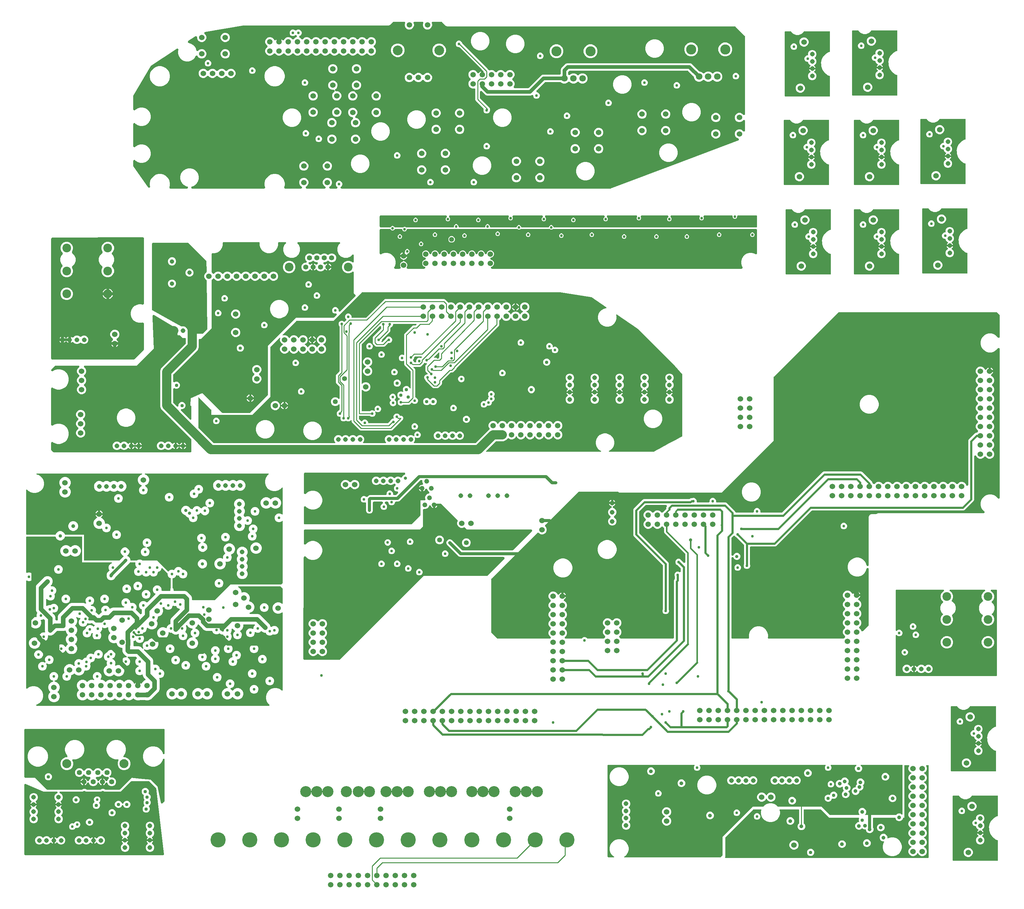
<source format=gbr>
G04 EAGLE Gerber RS-274X export*
G75*
%MOMM*%
%FSLAX34Y34*%
%LPD*%
%INEAGLE Copper Layer 15*%
%IPPOS*%
%AMOC8*
5,1,8,0,0,1.08239X$1,22.5*%
G01*
%ADD10C,1.524000*%
%ADD11C,2.781300*%
%ADD12C,1.800000*%
%ADD13C,2.400000*%
%ADD14C,1.308000*%
%ADD15C,1.320800*%
%ADD16C,1.397000*%
%ADD17C,2.476500*%
%ADD18C,1.508000*%
%ADD19C,1.408000*%
%ADD20C,2.700000*%
%ADD21C,1.208000*%
%ADD22C,0.756400*%
%ADD23C,1.270000*%
%ADD24C,0.609600*%
%ADD25C,0.304800*%
%ADD26C,0.956400*%
%ADD27C,1.056400*%
%ADD28C,0.812800*%
%ADD29C,1.350000*%
%ADD30C,4.191000*%
%ADD31C,0.254000*%
%ADD32C,0.406400*%
%ADD33C,0.906400*%
%ADD34C,0.508000*%
%ADD35C,2.540000*%
%ADD36C,1.016000*%
%ADD37C,3.048000*%

G36*
X477698Y1940568D02*
X477698Y1940568D01*
X477793Y1940567D01*
X477944Y1940588D01*
X478095Y1940601D01*
X478187Y1940624D01*
X478281Y1940637D01*
X478426Y1940683D01*
X478574Y1940719D01*
X478661Y1940757D01*
X478752Y1940786D01*
X478887Y1940854D01*
X479027Y1940914D01*
X479107Y1940965D01*
X479192Y1941008D01*
X479315Y1941097D01*
X479443Y1941179D01*
X479514Y1941242D01*
X479591Y1941298D01*
X479698Y1941407D01*
X479811Y1941508D01*
X479871Y1941582D01*
X479938Y1941649D01*
X480026Y1941773D01*
X480121Y1941892D01*
X480168Y1941974D01*
X480223Y1942052D01*
X480290Y1942188D01*
X480365Y1942320D01*
X480398Y1942409D01*
X480440Y1942495D01*
X480484Y1942640D01*
X480537Y1942783D01*
X480555Y1942876D01*
X480582Y1942967D01*
X480602Y1943118D01*
X480631Y1943267D01*
X480634Y1943362D01*
X480647Y1943456D01*
X480642Y1943608D01*
X480647Y1943760D01*
X480634Y1943854D01*
X480631Y1943949D01*
X480602Y1944099D01*
X480582Y1944249D01*
X480555Y1944340D01*
X480536Y1944434D01*
X480484Y1944576D01*
X480440Y1944721D01*
X480398Y1944807D01*
X480365Y1944896D01*
X480290Y1945028D01*
X480223Y1945165D01*
X480168Y1945242D01*
X480121Y1945325D01*
X480025Y1945443D01*
X479937Y1945567D01*
X479871Y1945634D01*
X479811Y1945709D01*
X479697Y1945810D01*
X479591Y1945918D01*
X479514Y1945974D01*
X479443Y1946037D01*
X479315Y1946119D01*
X479192Y1946208D01*
X479107Y1946251D01*
X479027Y1946302D01*
X478932Y1946339D01*
X478751Y1946431D01*
X478488Y1946514D01*
X478392Y1946551D01*
X475336Y1947370D01*
X469544Y1950714D01*
X464814Y1955444D01*
X461470Y1961236D01*
X459739Y1967696D01*
X459739Y1974384D01*
X461470Y1980844D01*
X464814Y1986636D01*
X469544Y1991366D01*
X475336Y1994710D01*
X481796Y1996441D01*
X488484Y1996441D01*
X494944Y1994710D01*
X500736Y1991366D01*
X505466Y1986636D01*
X508810Y1980844D01*
X510541Y1974384D01*
X510541Y1967696D01*
X508810Y1961236D01*
X505466Y1955444D01*
X500736Y1950714D01*
X494944Y1947370D01*
X491888Y1946551D01*
X491798Y1946519D01*
X491706Y1946497D01*
X491567Y1946437D01*
X491424Y1946386D01*
X491340Y1946340D01*
X491253Y1946302D01*
X491125Y1946220D01*
X490992Y1946147D01*
X490917Y1946088D01*
X490837Y1946037D01*
X490723Y1945936D01*
X490604Y1945842D01*
X490540Y1945772D01*
X490469Y1945708D01*
X490373Y1945590D01*
X490271Y1945478D01*
X490219Y1945398D01*
X490159Y1945324D01*
X490084Y1945192D01*
X490001Y1945065D01*
X489962Y1944978D01*
X489915Y1944896D01*
X489862Y1944753D01*
X489801Y1944614D01*
X489776Y1944522D01*
X489743Y1944433D01*
X489714Y1944284D01*
X489676Y1944137D01*
X489667Y1944042D01*
X489649Y1943949D01*
X489644Y1943797D01*
X489630Y1943646D01*
X489636Y1943551D01*
X489633Y1943456D01*
X489653Y1943305D01*
X489664Y1943154D01*
X489685Y1943061D01*
X489698Y1942967D01*
X489742Y1942821D01*
X489776Y1942673D01*
X489813Y1942586D01*
X489840Y1942494D01*
X489907Y1942358D01*
X489965Y1942218D01*
X490015Y1942137D01*
X490057Y1942051D01*
X490145Y1941928D01*
X490225Y1941798D01*
X490288Y1941727D01*
X490343Y1941649D01*
X490449Y1941541D01*
X490549Y1941426D01*
X490623Y1941366D01*
X490689Y1941298D01*
X490812Y1941209D01*
X490929Y1941112D01*
X491011Y1941064D01*
X491088Y1941008D01*
X491224Y1940939D01*
X491355Y1940862D01*
X491444Y1940828D01*
X491529Y1940785D01*
X491673Y1940740D01*
X491815Y1940685D01*
X491908Y1940666D01*
X491999Y1940637D01*
X492100Y1940626D01*
X492298Y1940584D01*
X492573Y1940572D01*
X492677Y1940561D01*
X690087Y1940561D01*
X690314Y1940579D01*
X690541Y1940595D01*
X690560Y1940599D01*
X690578Y1940601D01*
X690800Y1940656D01*
X691021Y1940708D01*
X691039Y1940715D01*
X691057Y1940719D01*
X691267Y1940809D01*
X691477Y1940896D01*
X691493Y1940906D01*
X691511Y1940914D01*
X691702Y1941036D01*
X691896Y1941156D01*
X691911Y1941169D01*
X691927Y1941179D01*
X692096Y1941330D01*
X692268Y1941480D01*
X692280Y1941495D01*
X692295Y1941508D01*
X692437Y1941684D01*
X692583Y1941860D01*
X692593Y1941877D01*
X692605Y1941892D01*
X692717Y1942089D01*
X692832Y1942286D01*
X692839Y1942304D01*
X692849Y1942320D01*
X692928Y1942534D01*
X693010Y1942746D01*
X693014Y1942765D01*
X693020Y1942783D01*
X693064Y1943005D01*
X693110Y1943229D01*
X693111Y1943249D01*
X693115Y1943267D01*
X693122Y1943493D01*
X693132Y1943722D01*
X693130Y1943738D01*
X693130Y1943760D01*
X693066Y1944249D01*
X693039Y1944338D01*
X693030Y1944397D01*
X691679Y1949438D01*
X691679Y1956722D01*
X693564Y1963757D01*
X697206Y1970064D01*
X702356Y1975214D01*
X708663Y1978856D01*
X715698Y1980741D01*
X722982Y1980741D01*
X730017Y1978856D01*
X736324Y1975214D01*
X741474Y1970064D01*
X745116Y1963757D01*
X747001Y1956722D01*
X747001Y1949438D01*
X745650Y1944397D01*
X745609Y1944172D01*
X745565Y1943949D01*
X745565Y1943930D01*
X745561Y1943911D01*
X745557Y1943681D01*
X745550Y1943456D01*
X745552Y1943437D01*
X745552Y1943418D01*
X745585Y1943191D01*
X745614Y1942967D01*
X745620Y1942949D01*
X745622Y1942930D01*
X745691Y1942713D01*
X745757Y1942494D01*
X745765Y1942477D01*
X745771Y1942459D01*
X745873Y1942257D01*
X745974Y1942051D01*
X745985Y1942036D01*
X745993Y1942019D01*
X746127Y1941835D01*
X746259Y1941649D01*
X746272Y1941636D01*
X746284Y1941620D01*
X746446Y1941460D01*
X746606Y1941298D01*
X746621Y1941287D01*
X746635Y1941274D01*
X746820Y1941142D01*
X747005Y1941008D01*
X747021Y1940999D01*
X747037Y1940988D01*
X747242Y1940888D01*
X747445Y1940785D01*
X747463Y1940780D01*
X747480Y1940771D01*
X747698Y1940706D01*
X747915Y1940637D01*
X747931Y1940635D01*
X747952Y1940629D01*
X748442Y1940565D01*
X748534Y1940567D01*
X748593Y1940561D01*
X791554Y1940561D01*
X791696Y1940572D01*
X791839Y1940574D01*
X791942Y1940592D01*
X792046Y1940601D01*
X792184Y1940635D01*
X792324Y1940660D01*
X792423Y1940694D01*
X792525Y1940719D01*
X792655Y1940776D01*
X792790Y1940823D01*
X792882Y1940873D01*
X792978Y1940914D01*
X793098Y1940990D01*
X793223Y1941059D01*
X793306Y1941123D01*
X793394Y1941179D01*
X793500Y1941274D01*
X793613Y1941361D01*
X793684Y1941438D01*
X793762Y1941508D01*
X793851Y1941619D01*
X793948Y1941723D01*
X794006Y1941810D01*
X794072Y1941892D01*
X794142Y1942015D01*
X794221Y1942134D01*
X794264Y1942229D01*
X794316Y1942320D01*
X794365Y1942454D01*
X794424Y1942584D01*
X794451Y1942685D01*
X794487Y1942783D01*
X794515Y1942923D01*
X794552Y1943060D01*
X794562Y1943165D01*
X794582Y1943267D01*
X794587Y1943409D01*
X794601Y1943551D01*
X794594Y1943656D01*
X794597Y1943760D01*
X794579Y1943901D01*
X794570Y1944044D01*
X794547Y1944146D01*
X794533Y1944249D01*
X794492Y1944386D01*
X794460Y1944525D01*
X794421Y1944622D01*
X794391Y1944721D01*
X794328Y1944849D01*
X794274Y1944982D01*
X794220Y1945071D01*
X794174Y1945165D01*
X794091Y1945281D01*
X794017Y1945402D01*
X793949Y1945482D01*
X793888Y1945567D01*
X793788Y1945668D01*
X793695Y1945776D01*
X793615Y1945844D01*
X793541Y1945918D01*
X793426Y1946002D01*
X793317Y1946093D01*
X793248Y1946131D01*
X793143Y1946208D01*
X792755Y1946404D01*
X792720Y1946423D01*
X792398Y1946557D01*
X788825Y1950130D01*
X786891Y1954798D01*
X786891Y1959850D01*
X788825Y1964518D01*
X792398Y1968091D01*
X797066Y1970025D01*
X802118Y1970025D01*
X806786Y1968091D01*
X810359Y1964518D01*
X812293Y1959850D01*
X812293Y1954798D01*
X810359Y1950130D01*
X806786Y1946557D01*
X806464Y1946423D01*
X806337Y1946358D01*
X806206Y1946302D01*
X806118Y1946246D01*
X806025Y1946198D01*
X805910Y1946114D01*
X805790Y1946037D01*
X805712Y1945967D01*
X805628Y1945905D01*
X805529Y1945803D01*
X805422Y1945708D01*
X805356Y1945627D01*
X805284Y1945552D01*
X805202Y1945435D01*
X805112Y1945324D01*
X805060Y1945234D01*
X805001Y1945148D01*
X804939Y1945020D01*
X804868Y1944896D01*
X804832Y1944798D01*
X804786Y1944704D01*
X804746Y1944567D01*
X804697Y1944433D01*
X804677Y1944331D01*
X804647Y1944230D01*
X804629Y1944089D01*
X804602Y1943949D01*
X804599Y1943845D01*
X804586Y1943741D01*
X804591Y1943598D01*
X804587Y1943456D01*
X804600Y1943352D01*
X804604Y1943248D01*
X804632Y1943108D01*
X804651Y1942967D01*
X804681Y1942867D01*
X804702Y1942764D01*
X804752Y1942631D01*
X804793Y1942494D01*
X804839Y1942401D01*
X804876Y1942303D01*
X804948Y1942179D01*
X805010Y1942051D01*
X805071Y1941966D01*
X805123Y1941876D01*
X805213Y1941765D01*
X805296Y1941649D01*
X805369Y1941575D01*
X805435Y1941494D01*
X805542Y1941399D01*
X805643Y1941298D01*
X805727Y1941237D01*
X805805Y1941167D01*
X805926Y1941092D01*
X806041Y1941008D01*
X806135Y1940961D01*
X806223Y1940905D01*
X806354Y1940850D01*
X806482Y1940785D01*
X806581Y1940754D01*
X806678Y1940713D01*
X806816Y1940680D01*
X806952Y1940637D01*
X807030Y1940628D01*
X807157Y1940598D01*
X807590Y1940565D01*
X807630Y1940561D01*
X856578Y1940561D01*
X856720Y1940572D01*
X856863Y1940574D01*
X856966Y1940592D01*
X857070Y1940601D01*
X857208Y1940635D01*
X857348Y1940660D01*
X857447Y1940694D01*
X857549Y1940719D01*
X857679Y1940776D01*
X857814Y1940823D01*
X857906Y1940873D01*
X858002Y1940914D01*
X858122Y1940990D01*
X858247Y1941059D01*
X858330Y1941123D01*
X858418Y1941179D01*
X858524Y1941274D01*
X858637Y1941361D01*
X858708Y1941438D01*
X858786Y1941508D01*
X858875Y1941619D01*
X858972Y1941723D01*
X859030Y1941810D01*
X859096Y1941892D01*
X859166Y1942015D01*
X859245Y1942134D01*
X859288Y1942229D01*
X859340Y1942320D01*
X859389Y1942454D01*
X859448Y1942584D01*
X859475Y1942685D01*
X859511Y1942783D01*
X859539Y1942923D01*
X859576Y1943060D01*
X859586Y1943165D01*
X859606Y1943267D01*
X859611Y1943409D01*
X859625Y1943551D01*
X859618Y1943656D01*
X859621Y1943760D01*
X859603Y1943901D01*
X859594Y1944044D01*
X859571Y1944146D01*
X859557Y1944249D01*
X859516Y1944386D01*
X859484Y1944525D01*
X859445Y1944622D01*
X859415Y1944721D01*
X859352Y1944849D01*
X859298Y1944982D01*
X859244Y1945071D01*
X859198Y1945165D01*
X859115Y1945281D01*
X859041Y1945402D01*
X858973Y1945482D01*
X858912Y1945567D01*
X858812Y1945668D01*
X858719Y1945776D01*
X858639Y1945844D01*
X858565Y1945918D01*
X858450Y1946002D01*
X858341Y1946093D01*
X858272Y1946131D01*
X858167Y1946208D01*
X857779Y1946404D01*
X857744Y1946423D01*
X857422Y1946557D01*
X853849Y1950130D01*
X851915Y1954798D01*
X851915Y1959850D01*
X853849Y1964518D01*
X857422Y1968091D01*
X862090Y1970025D01*
X867142Y1970025D01*
X871810Y1968091D01*
X875383Y1964518D01*
X877317Y1959850D01*
X877317Y1954798D01*
X875383Y1950130D01*
X871810Y1946557D01*
X871488Y1946423D01*
X871361Y1946358D01*
X871230Y1946302D01*
X871142Y1946246D01*
X871049Y1946198D01*
X870934Y1946114D01*
X870814Y1946037D01*
X870736Y1945967D01*
X870652Y1945905D01*
X870553Y1945803D01*
X870446Y1945708D01*
X870380Y1945627D01*
X870308Y1945552D01*
X870226Y1945435D01*
X870136Y1945324D01*
X870084Y1945234D01*
X870025Y1945148D01*
X869963Y1945020D01*
X869892Y1944896D01*
X869856Y1944798D01*
X869810Y1944704D01*
X869770Y1944567D01*
X869721Y1944433D01*
X869701Y1944331D01*
X869671Y1944230D01*
X869653Y1944089D01*
X869626Y1943949D01*
X869623Y1943845D01*
X869610Y1943741D01*
X869615Y1943598D01*
X869611Y1943456D01*
X869624Y1943352D01*
X869628Y1943248D01*
X869656Y1943108D01*
X869675Y1942967D01*
X869705Y1942867D01*
X869726Y1942764D01*
X869776Y1942631D01*
X869817Y1942494D01*
X869863Y1942401D01*
X869900Y1942303D01*
X869972Y1942179D01*
X870034Y1942051D01*
X870095Y1941966D01*
X870147Y1941876D01*
X870237Y1941765D01*
X870320Y1941649D01*
X870393Y1941575D01*
X870459Y1941494D01*
X870566Y1941399D01*
X870667Y1941298D01*
X870751Y1941237D01*
X870829Y1941167D01*
X870950Y1941092D01*
X871065Y1941008D01*
X871159Y1940961D01*
X871247Y1940905D01*
X871378Y1940850D01*
X871506Y1940785D01*
X871605Y1940754D01*
X871702Y1940713D01*
X871840Y1940680D01*
X871976Y1940637D01*
X872054Y1940628D01*
X872181Y1940598D01*
X872614Y1940565D01*
X872654Y1940561D01*
X889429Y1940561D01*
X889467Y1940564D01*
X889505Y1940562D01*
X889713Y1940584D01*
X889920Y1940601D01*
X889958Y1940610D01*
X889995Y1940614D01*
X890197Y1940669D01*
X890399Y1940719D01*
X890434Y1940734D01*
X890471Y1940745D01*
X890661Y1940832D01*
X890853Y1940914D01*
X890885Y1940934D01*
X890920Y1940950D01*
X891093Y1941067D01*
X891269Y1941179D01*
X891297Y1941204D01*
X891329Y1941226D01*
X891481Y1941369D01*
X891637Y1941508D01*
X891661Y1941537D01*
X891688Y1941563D01*
X891816Y1941730D01*
X891947Y1941892D01*
X891965Y1941924D01*
X891989Y1941955D01*
X892088Y1942139D01*
X892191Y1942320D01*
X892204Y1942356D01*
X892222Y1942390D01*
X892290Y1942587D01*
X892362Y1942783D01*
X892369Y1942820D01*
X892382Y1942856D01*
X892417Y1943062D01*
X892457Y1943267D01*
X892458Y1943305D01*
X892464Y1943343D01*
X892466Y1943552D01*
X892472Y1943760D01*
X892467Y1943798D01*
X892467Y1943836D01*
X892435Y1944043D01*
X892408Y1944249D01*
X892397Y1944286D01*
X892391Y1944323D01*
X892326Y1944521D01*
X892265Y1944721D01*
X892249Y1944756D01*
X892237Y1944792D01*
X892140Y1944977D01*
X892048Y1945165D01*
X892026Y1945196D01*
X892009Y1945230D01*
X891951Y1945302D01*
X891763Y1945567D01*
X891642Y1945689D01*
X891583Y1945763D01*
X889107Y1948240D01*
X887757Y1951497D01*
X887757Y1955023D01*
X889107Y1958280D01*
X891600Y1960773D01*
X894857Y1962123D01*
X898383Y1962123D01*
X901640Y1960773D01*
X904133Y1958280D01*
X905483Y1955023D01*
X905483Y1951497D01*
X904133Y1948240D01*
X901657Y1945763D01*
X901632Y1945734D01*
X901603Y1945708D01*
X901472Y1945546D01*
X901337Y1945387D01*
X901317Y1945354D01*
X901293Y1945324D01*
X901190Y1945143D01*
X901082Y1944964D01*
X901068Y1944929D01*
X901049Y1944896D01*
X900977Y1944700D01*
X900899Y1944506D01*
X900891Y1944469D01*
X900878Y1944433D01*
X900838Y1944228D01*
X900793Y1944024D01*
X900790Y1943986D01*
X900783Y1943949D01*
X900777Y1943741D01*
X900765Y1943532D01*
X900769Y1943494D01*
X900768Y1943456D01*
X900795Y1943249D01*
X900817Y1943041D01*
X900827Y1943005D01*
X900832Y1942967D01*
X900893Y1942767D01*
X900948Y1942566D01*
X900964Y1942531D01*
X900975Y1942494D01*
X901066Y1942307D01*
X901154Y1942117D01*
X901175Y1942086D01*
X901192Y1942051D01*
X901312Y1941881D01*
X901429Y1941708D01*
X901455Y1941680D01*
X901477Y1941649D01*
X901624Y1941501D01*
X901767Y1941348D01*
X901797Y1941325D01*
X901824Y1941298D01*
X901993Y1941175D01*
X902158Y1941048D01*
X902192Y1941030D01*
X902223Y1941008D01*
X902409Y1940914D01*
X902593Y1940815D01*
X902629Y1940802D01*
X902663Y1940785D01*
X902862Y1940723D01*
X903060Y1940655D01*
X903097Y1940649D01*
X903133Y1940637D01*
X903226Y1940627D01*
X903546Y1940572D01*
X903718Y1940571D01*
X903811Y1940561D01*
X1643525Y1940561D01*
X1643729Y1940577D01*
X1643934Y1940588D01*
X1643967Y1940597D01*
X1644017Y1940601D01*
X1644495Y1940719D01*
X1644554Y1940744D01*
X1644595Y1940755D01*
X1825207Y2008484D01*
X1825214Y2008488D01*
X1825220Y2008489D01*
X1995285Y2073162D01*
X1995360Y2073198D01*
X1995438Y2073225D01*
X1995582Y2073303D01*
X1995731Y2073374D01*
X1995799Y2073421D01*
X1995872Y2073461D01*
X1996001Y2073562D01*
X1996136Y2073655D01*
X1996196Y2073713D01*
X1996261Y2073764D01*
X1996373Y2073884D01*
X1996491Y2073998D01*
X1996540Y2074065D01*
X1996597Y2074125D01*
X1996687Y2074262D01*
X1996786Y2074394D01*
X1996824Y2074467D01*
X1996869Y2074536D01*
X1996937Y2074686D01*
X1997013Y2074832D01*
X1997038Y2074911D01*
X1997072Y2074986D01*
X1997115Y2075144D01*
X1997166Y2075301D01*
X1997179Y2075383D01*
X1997200Y2075463D01*
X1997216Y2075626D01*
X1997242Y2075788D01*
X1997241Y2075871D01*
X1997249Y2075954D01*
X1997239Y2076117D01*
X1997238Y2076282D01*
X1997223Y2076363D01*
X1997218Y2076446D01*
X1997182Y2076606D01*
X1997154Y2076768D01*
X1997127Y2076846D01*
X1997108Y2076927D01*
X1997047Y2077079D01*
X1996993Y2077234D01*
X1996954Y2077307D01*
X1996923Y2077384D01*
X1996837Y2077524D01*
X1996759Y2077668D01*
X1996708Y2077734D01*
X1996665Y2077805D01*
X1996558Y2077929D01*
X1996458Y2078059D01*
X1996397Y2078116D01*
X1996343Y2078179D01*
X1996218Y2078284D01*
X1996098Y2078396D01*
X1996029Y2078443D01*
X1995965Y2078496D01*
X1995874Y2078546D01*
X1995688Y2078671D01*
X1995461Y2078775D01*
X1995368Y2078826D01*
X1991532Y2080415D01*
X1987959Y2083988D01*
X1986025Y2088656D01*
X1986025Y2093708D01*
X1987959Y2098376D01*
X1991532Y2101949D01*
X1996200Y2103883D01*
X2001252Y2103883D01*
X2005920Y2101949D01*
X2009017Y2098852D01*
X2009046Y2098828D01*
X2009072Y2098799D01*
X2009234Y2098668D01*
X2009393Y2098533D01*
X2009426Y2098513D01*
X2009456Y2098489D01*
X2009637Y2098386D01*
X2009816Y2098278D01*
X2009851Y2098264D01*
X2009884Y2098245D01*
X2010080Y2098172D01*
X2010274Y2098095D01*
X2010311Y2098087D01*
X2010347Y2098074D01*
X2010552Y2098034D01*
X2010756Y2097988D01*
X2010794Y2097986D01*
X2010831Y2097979D01*
X2011039Y2097972D01*
X2011248Y2097961D01*
X2011286Y2097965D01*
X2011324Y2097964D01*
X2011531Y2097991D01*
X2011739Y2098013D01*
X2011775Y2098023D01*
X2011813Y2098028D01*
X2012013Y2098088D01*
X2012214Y2098144D01*
X2012249Y2098159D01*
X2012286Y2098170D01*
X2012473Y2098262D01*
X2012663Y2098349D01*
X2012694Y2098371D01*
X2012729Y2098387D01*
X2012899Y2098508D01*
X2013072Y2098625D01*
X2013100Y2098651D01*
X2013131Y2098673D01*
X2013279Y2098819D01*
X2013432Y2098962D01*
X2013455Y2098993D01*
X2013482Y2099019D01*
X2013605Y2099188D01*
X2013732Y2099354D01*
X2013750Y2099387D01*
X2013772Y2099418D01*
X2013866Y2099604D01*
X2013965Y2099789D01*
X2013978Y2099825D01*
X2013995Y2099859D01*
X2014057Y2100057D01*
X2014125Y2100255D01*
X2014131Y2100293D01*
X2014143Y2100329D01*
X2014153Y2100422D01*
X2014208Y2100742D01*
X2014209Y2100914D01*
X2014219Y2101007D01*
X2014219Y2126569D01*
X2014216Y2126607D01*
X2014218Y2126645D01*
X2014196Y2126853D01*
X2014179Y2127061D01*
X2014170Y2127098D01*
X2014166Y2127136D01*
X2014111Y2127337D01*
X2014061Y2127540D01*
X2014046Y2127575D01*
X2014035Y2127611D01*
X2013948Y2127801D01*
X2013866Y2127993D01*
X2013846Y2128025D01*
X2013830Y2128060D01*
X2013713Y2128233D01*
X2013601Y2128409D01*
X2013576Y2128437D01*
X2013554Y2128469D01*
X2013411Y2128621D01*
X2013272Y2128777D01*
X2013243Y2128801D01*
X2013217Y2128829D01*
X2013050Y2128956D01*
X2012888Y2129087D01*
X2012856Y2129106D01*
X2012825Y2129129D01*
X2012641Y2129228D01*
X2012460Y2129331D01*
X2012424Y2129344D01*
X2012390Y2129362D01*
X2012193Y2129430D01*
X2011997Y2129502D01*
X2011960Y2129510D01*
X2011924Y2129522D01*
X2011717Y2129557D01*
X2011513Y2129597D01*
X2011475Y2129598D01*
X2011437Y2129605D01*
X2011228Y2129606D01*
X2011020Y2129612D01*
X2010982Y2129608D01*
X2010944Y2129608D01*
X2010737Y2129575D01*
X2010531Y2129548D01*
X2010494Y2129537D01*
X2010457Y2129531D01*
X2010258Y2129466D01*
X2010059Y2129406D01*
X2010024Y2129389D01*
X2009988Y2129377D01*
X2009803Y2129280D01*
X2009615Y2129189D01*
X2009584Y2129167D01*
X2009550Y2129149D01*
X2009478Y2129091D01*
X2009213Y2128903D01*
X2009091Y2128782D01*
X2009017Y2128724D01*
X2005920Y2125627D01*
X2001252Y2123693D01*
X1996200Y2123693D01*
X1991532Y2125627D01*
X1987959Y2129200D01*
X1986025Y2133868D01*
X1986025Y2138920D01*
X1987959Y2143588D01*
X1991532Y2147161D01*
X1996200Y2149095D01*
X2001252Y2149095D01*
X2005920Y2147161D01*
X2009017Y2144064D01*
X2009046Y2144040D01*
X2009072Y2144011D01*
X2009234Y2143880D01*
X2009393Y2143745D01*
X2009426Y2143725D01*
X2009456Y2143701D01*
X2009637Y2143598D01*
X2009816Y2143490D01*
X2009851Y2143476D01*
X2009884Y2143457D01*
X2010080Y2143384D01*
X2010274Y2143307D01*
X2010311Y2143299D01*
X2010347Y2143286D01*
X2010552Y2143246D01*
X2010756Y2143200D01*
X2010794Y2143198D01*
X2010831Y2143191D01*
X2011039Y2143184D01*
X2011248Y2143173D01*
X2011286Y2143177D01*
X2011324Y2143176D01*
X2011531Y2143203D01*
X2011739Y2143225D01*
X2011775Y2143235D01*
X2011813Y2143240D01*
X2012013Y2143300D01*
X2012214Y2143356D01*
X2012249Y2143371D01*
X2012286Y2143382D01*
X2012473Y2143474D01*
X2012663Y2143561D01*
X2012694Y2143583D01*
X2012729Y2143599D01*
X2012899Y2143720D01*
X2013072Y2143837D01*
X2013100Y2143863D01*
X2013131Y2143885D01*
X2013279Y2144031D01*
X2013432Y2144174D01*
X2013455Y2144205D01*
X2013482Y2144231D01*
X2013605Y2144400D01*
X2013732Y2144566D01*
X2013750Y2144599D01*
X2013772Y2144630D01*
X2013866Y2144816D01*
X2013965Y2145001D01*
X2013978Y2145037D01*
X2013995Y2145071D01*
X2014057Y2145269D01*
X2014125Y2145467D01*
X2014131Y2145505D01*
X2014143Y2145541D01*
X2014153Y2145634D01*
X2014208Y2145954D01*
X2014209Y2146126D01*
X2014219Y2146219D01*
X2014219Y2359269D01*
X2014210Y2359383D01*
X2014211Y2359497D01*
X2014190Y2359628D01*
X2014179Y2359761D01*
X2014152Y2359871D01*
X2014134Y2359984D01*
X2014093Y2360111D01*
X2014061Y2360240D01*
X2014016Y2360344D01*
X2013980Y2360453D01*
X2013918Y2360571D01*
X2013866Y2360693D01*
X2013805Y2360789D01*
X2013752Y2360891D01*
X2013693Y2360964D01*
X2013601Y2361109D01*
X2013385Y2361351D01*
X2013327Y2361424D01*
X1988044Y2386707D01*
X1987957Y2386781D01*
X1987877Y2386862D01*
X1987769Y2386940D01*
X1987668Y2387026D01*
X1987570Y2387085D01*
X1987478Y2387152D01*
X1987359Y2387212D01*
X1987245Y2387281D01*
X1987139Y2387323D01*
X1987037Y2387375D01*
X1986910Y2387415D01*
X1986787Y2387464D01*
X1986676Y2387489D01*
X1986567Y2387523D01*
X1986473Y2387533D01*
X1986306Y2387571D01*
X1985981Y2387589D01*
X1985889Y2387599D01*
X1194319Y2387599D01*
X1190584Y2389146D01*
X1180324Y2399407D01*
X1180237Y2399481D01*
X1180157Y2399562D01*
X1180049Y2399640D01*
X1179948Y2399726D01*
X1179850Y2399785D01*
X1179758Y2399852D01*
X1179639Y2399912D01*
X1179525Y2399981D01*
X1179419Y2400023D01*
X1179317Y2400075D01*
X1179190Y2400115D01*
X1179067Y2400164D01*
X1178956Y2400189D01*
X1178847Y2400223D01*
X1178753Y2400233D01*
X1178586Y2400271D01*
X1178261Y2400289D01*
X1178169Y2400299D01*
X1154661Y2400299D01*
X1154481Y2400285D01*
X1154301Y2400278D01*
X1154236Y2400265D01*
X1154169Y2400259D01*
X1153994Y2400216D01*
X1153817Y2400180D01*
X1153755Y2400157D01*
X1153691Y2400141D01*
X1153525Y2400069D01*
X1153356Y2400006D01*
X1153298Y2399972D01*
X1153237Y2399946D01*
X1153085Y2399849D01*
X1152929Y2399759D01*
X1152877Y2399717D01*
X1152821Y2399681D01*
X1152687Y2399561D01*
X1152547Y2399446D01*
X1152503Y2399397D01*
X1152453Y2399352D01*
X1152340Y2399212D01*
X1152221Y2399077D01*
X1152185Y2399020D01*
X1152143Y2398968D01*
X1152054Y2398812D01*
X1151958Y2398659D01*
X1151932Y2398597D01*
X1151899Y2398540D01*
X1151837Y2398370D01*
X1151767Y2398204D01*
X1151751Y2398140D01*
X1151728Y2398077D01*
X1151693Y2397900D01*
X1151651Y2397725D01*
X1151646Y2397658D01*
X1151633Y2397593D01*
X1151627Y2397413D01*
X1151614Y2397233D01*
X1151620Y2397166D01*
X1151618Y2397100D01*
X1151641Y2396921D01*
X1151657Y2396741D01*
X1151672Y2396691D01*
X1151682Y2396611D01*
X1151825Y2396139D01*
X1151839Y2396108D01*
X1151846Y2396086D01*
X1152681Y2394070D01*
X1152681Y2389050D01*
X1150759Y2384411D01*
X1147209Y2380861D01*
X1142570Y2378939D01*
X1137550Y2378939D01*
X1132911Y2380861D01*
X1129361Y2384411D01*
X1127439Y2389050D01*
X1127439Y2394070D01*
X1128274Y2396086D01*
X1128329Y2396258D01*
X1128392Y2396427D01*
X1128405Y2396492D01*
X1128425Y2396555D01*
X1128452Y2396734D01*
X1128487Y2396911D01*
X1128489Y2396977D01*
X1128499Y2397043D01*
X1128497Y2397224D01*
X1128502Y2397404D01*
X1128494Y2397470D01*
X1128493Y2397537D01*
X1128461Y2397714D01*
X1128438Y2397893D01*
X1128419Y2397957D01*
X1128407Y2398022D01*
X1128348Y2398192D01*
X1128295Y2398366D01*
X1128266Y2398425D01*
X1128244Y2398488D01*
X1128158Y2398647D01*
X1128078Y2398809D01*
X1128040Y2398863D01*
X1128008Y2398921D01*
X1127897Y2399064D01*
X1127793Y2399211D01*
X1127746Y2399258D01*
X1127705Y2399311D01*
X1127573Y2399434D01*
X1127446Y2399562D01*
X1127393Y2399601D01*
X1127344Y2399646D01*
X1127193Y2399746D01*
X1127048Y2399852D01*
X1126988Y2399882D01*
X1126933Y2399919D01*
X1126768Y2399993D01*
X1126607Y2400075D01*
X1126544Y2400095D01*
X1126483Y2400122D01*
X1126309Y2400169D01*
X1126137Y2400223D01*
X1126084Y2400229D01*
X1126006Y2400250D01*
X1125516Y2400299D01*
X1125482Y2400297D01*
X1125459Y2400299D01*
X1104661Y2400299D01*
X1104481Y2400285D01*
X1104301Y2400278D01*
X1104236Y2400265D01*
X1104169Y2400259D01*
X1103994Y2400216D01*
X1103817Y2400180D01*
X1103755Y2400157D01*
X1103691Y2400141D01*
X1103525Y2400069D01*
X1103356Y2400006D01*
X1103298Y2399972D01*
X1103237Y2399946D01*
X1103085Y2399849D01*
X1102929Y2399759D01*
X1102877Y2399717D01*
X1102821Y2399681D01*
X1102687Y2399561D01*
X1102547Y2399446D01*
X1102503Y2399397D01*
X1102453Y2399352D01*
X1102340Y2399212D01*
X1102221Y2399077D01*
X1102185Y2399020D01*
X1102143Y2398968D01*
X1102054Y2398812D01*
X1101958Y2398659D01*
X1101932Y2398597D01*
X1101899Y2398540D01*
X1101837Y2398370D01*
X1101767Y2398204D01*
X1101751Y2398140D01*
X1101728Y2398077D01*
X1101693Y2397900D01*
X1101651Y2397725D01*
X1101646Y2397658D01*
X1101633Y2397593D01*
X1101627Y2397413D01*
X1101614Y2397233D01*
X1101620Y2397166D01*
X1101618Y2397100D01*
X1101641Y2396921D01*
X1101657Y2396741D01*
X1101672Y2396691D01*
X1101682Y2396611D01*
X1101825Y2396139D01*
X1101839Y2396108D01*
X1101846Y2396086D01*
X1102681Y2394070D01*
X1102681Y2389050D01*
X1100759Y2384411D01*
X1097209Y2380861D01*
X1092570Y2378939D01*
X1087550Y2378939D01*
X1082911Y2380861D01*
X1079361Y2384411D01*
X1077439Y2389050D01*
X1077439Y2394070D01*
X1078274Y2396086D01*
X1078329Y2396258D01*
X1078392Y2396427D01*
X1078405Y2396492D01*
X1078425Y2396555D01*
X1078452Y2396734D01*
X1078487Y2396911D01*
X1078489Y2396977D01*
X1078499Y2397043D01*
X1078497Y2397224D01*
X1078502Y2397404D01*
X1078494Y2397470D01*
X1078493Y2397537D01*
X1078461Y2397714D01*
X1078438Y2397893D01*
X1078419Y2397957D01*
X1078407Y2398022D01*
X1078348Y2398192D01*
X1078295Y2398366D01*
X1078266Y2398425D01*
X1078244Y2398488D01*
X1078158Y2398647D01*
X1078078Y2398809D01*
X1078040Y2398863D01*
X1078008Y2398921D01*
X1077897Y2399064D01*
X1077793Y2399211D01*
X1077746Y2399258D01*
X1077705Y2399311D01*
X1077573Y2399434D01*
X1077446Y2399562D01*
X1077393Y2399601D01*
X1077344Y2399646D01*
X1077193Y2399746D01*
X1077048Y2399852D01*
X1076988Y2399882D01*
X1076933Y2399919D01*
X1076768Y2399993D01*
X1076607Y2400075D01*
X1076544Y2400095D01*
X1076483Y2400122D01*
X1076309Y2400169D01*
X1076137Y2400223D01*
X1076084Y2400229D01*
X1076006Y2400250D01*
X1075516Y2400299D01*
X1075482Y2400297D01*
X1075459Y2400299D01*
X1046871Y2400299D01*
X1046757Y2400290D01*
X1046643Y2400291D01*
X1046512Y2400270D01*
X1046379Y2400259D01*
X1046268Y2400232D01*
X1046156Y2400214D01*
X1046029Y2400173D01*
X1045900Y2400141D01*
X1045796Y2400096D01*
X1045687Y2400060D01*
X1045569Y2399998D01*
X1045447Y2399946D01*
X1045351Y2399885D01*
X1045249Y2399832D01*
X1045176Y2399773D01*
X1045031Y2399681D01*
X1044789Y2399465D01*
X1044716Y2399407D01*
X1040282Y2394973D01*
X1036996Y2391686D01*
X1033261Y2390139D01*
X633576Y2390139D01*
X633084Y2390099D01*
X633073Y2390097D01*
X633065Y2390096D01*
X528074Y2372225D01*
X528047Y2372218D01*
X528019Y2372215D01*
X527807Y2372157D01*
X527596Y2372103D01*
X527571Y2372092D01*
X527543Y2372085D01*
X527344Y2371993D01*
X527144Y2371906D01*
X527120Y2371891D01*
X527095Y2371879D01*
X526914Y2371757D01*
X526730Y2371638D01*
X526709Y2371619D01*
X526686Y2371604D01*
X526526Y2371454D01*
X526364Y2371307D01*
X526347Y2371285D01*
X526326Y2371266D01*
X526193Y2371092D01*
X526057Y2370921D01*
X526043Y2370897D01*
X526026Y2370874D01*
X525922Y2370682D01*
X525815Y2370491D01*
X525806Y2370464D01*
X525793Y2370440D01*
X525722Y2370233D01*
X525647Y2370027D01*
X525642Y2370000D01*
X525633Y2369973D01*
X525596Y2369757D01*
X525555Y2369543D01*
X525555Y2369514D01*
X525550Y2369487D01*
X525549Y2369268D01*
X525543Y2369049D01*
X525547Y2369021D01*
X525547Y2368993D01*
X525581Y2368777D01*
X525611Y2368561D01*
X525619Y2368534D01*
X525624Y2368506D01*
X525692Y2368298D01*
X525756Y2368089D01*
X525769Y2368064D01*
X525778Y2368037D01*
X525879Y2367844D01*
X525976Y2367648D01*
X525993Y2367625D01*
X526006Y2367600D01*
X526056Y2367536D01*
X526264Y2367247D01*
X526375Y2367136D01*
X526431Y2367067D01*
X529267Y2364230D01*
X531201Y2359562D01*
X531201Y2354510D01*
X529267Y2349842D01*
X525694Y2346269D01*
X521026Y2344335D01*
X515974Y2344335D01*
X511306Y2346269D01*
X507733Y2349842D01*
X505799Y2354510D01*
X505799Y2357326D01*
X505781Y2357549D01*
X505766Y2357774D01*
X505761Y2357795D01*
X505759Y2357817D01*
X505705Y2358035D01*
X505654Y2358254D01*
X505646Y2358275D01*
X505641Y2358296D01*
X505552Y2358503D01*
X505466Y2358710D01*
X505455Y2358729D01*
X505446Y2358750D01*
X505326Y2358939D01*
X505207Y2359130D01*
X505193Y2359147D01*
X505181Y2359166D01*
X505031Y2359333D01*
X504884Y2359503D01*
X504867Y2359517D01*
X504852Y2359533D01*
X504678Y2359674D01*
X504505Y2359818D01*
X504486Y2359830D01*
X504468Y2359843D01*
X504274Y2359954D01*
X504080Y2360068D01*
X504059Y2360076D01*
X504040Y2360087D01*
X503829Y2360166D01*
X503620Y2360247D01*
X503598Y2360251D01*
X503577Y2360259D01*
X503357Y2360302D01*
X503137Y2360348D01*
X503115Y2360349D01*
X503093Y2360354D01*
X502870Y2360361D01*
X502644Y2360371D01*
X502622Y2360368D01*
X502600Y2360369D01*
X502378Y2360340D01*
X502154Y2360314D01*
X502133Y2360308D01*
X502111Y2360305D01*
X501895Y2360239D01*
X501680Y2360178D01*
X501664Y2360170D01*
X501639Y2360162D01*
X501195Y2359945D01*
X501123Y2359894D01*
X501072Y2359868D01*
X481889Y2347193D01*
X481737Y2347074D01*
X481581Y2346961D01*
X481543Y2346922D01*
X481501Y2346889D01*
X481370Y2346747D01*
X481234Y2346610D01*
X481203Y2346566D01*
X481167Y2346526D01*
X481061Y2346365D01*
X480949Y2346207D01*
X480925Y2346159D01*
X480896Y2346114D01*
X480817Y2345938D01*
X480732Y2345764D01*
X480717Y2345712D01*
X480695Y2345663D01*
X480646Y2345477D01*
X480590Y2345292D01*
X480583Y2345238D01*
X480569Y2345186D01*
X480551Y2344994D01*
X480525Y2344803D01*
X480527Y2344749D01*
X480522Y2344695D01*
X480535Y2344502D01*
X480541Y2344310D01*
X480551Y2344257D01*
X480555Y2344203D01*
X480598Y2344015D01*
X480636Y2343825D01*
X480654Y2343775D01*
X480667Y2343722D01*
X480740Y2343544D01*
X480807Y2343363D01*
X480834Y2343316D01*
X480854Y2343266D01*
X480956Y2343102D01*
X481051Y2342934D01*
X481085Y2342892D01*
X481113Y2342846D01*
X481240Y2342701D01*
X481361Y2342550D01*
X481401Y2342515D01*
X481437Y2342474D01*
X481585Y2342351D01*
X481729Y2342222D01*
X481775Y2342193D01*
X481816Y2342158D01*
X481982Y2342060D01*
X482145Y2341957D01*
X482186Y2341941D01*
X482241Y2341908D01*
X482701Y2341730D01*
X482749Y2341720D01*
X482780Y2341708D01*
X488594Y2340150D01*
X494386Y2336806D01*
X499116Y2332076D01*
X502460Y2326284D01*
X503743Y2321493D01*
X503788Y2321368D01*
X503823Y2321240D01*
X503871Y2321136D01*
X503909Y2321029D01*
X503974Y2320912D01*
X504029Y2320791D01*
X504093Y2320697D01*
X504148Y2320597D01*
X504230Y2320492D01*
X504305Y2320382D01*
X504383Y2320299D01*
X504453Y2320209D01*
X504551Y2320119D01*
X504642Y2320022D01*
X504733Y2319953D01*
X504817Y2319876D01*
X504928Y2319803D01*
X505034Y2319722D01*
X505134Y2319668D01*
X505230Y2319606D01*
X505351Y2319552D01*
X505469Y2319489D01*
X505576Y2319452D01*
X505681Y2319406D01*
X505809Y2319372D01*
X505935Y2319329D01*
X506048Y2319310D01*
X506158Y2319281D01*
X506290Y2319269D01*
X506422Y2319246D01*
X506536Y2319246D01*
X506649Y2319235D01*
X506782Y2319244D01*
X506915Y2319243D01*
X507028Y2319261D01*
X507141Y2319269D01*
X507271Y2319299D01*
X507402Y2319320D01*
X507511Y2319355D01*
X507621Y2319382D01*
X507744Y2319432D01*
X507871Y2319474D01*
X507972Y2319527D01*
X508077Y2319570D01*
X508190Y2319640D01*
X508308Y2319702D01*
X508374Y2319754D01*
X508497Y2319830D01*
X508791Y2320087D01*
X508842Y2320127D01*
X511306Y2322591D01*
X515974Y2324525D01*
X521026Y2324525D01*
X525694Y2322591D01*
X529267Y2319018D01*
X531201Y2314350D01*
X531201Y2309298D01*
X529267Y2304630D01*
X525694Y2301057D01*
X521026Y2299123D01*
X515974Y2299123D01*
X511306Y2301057D01*
X507733Y2304630D01*
X507401Y2305430D01*
X507362Y2305506D01*
X507331Y2305586D01*
X507250Y2305726D01*
X507176Y2305869D01*
X507125Y2305938D01*
X507082Y2306012D01*
X506979Y2306136D01*
X506883Y2306266D01*
X506822Y2306326D01*
X506767Y2306392D01*
X506646Y2306498D01*
X506530Y2306611D01*
X506460Y2306660D01*
X506395Y2306716D01*
X506258Y2306801D01*
X506126Y2306893D01*
X506049Y2306931D01*
X505976Y2306976D01*
X505827Y2307037D01*
X505682Y2307108D01*
X505599Y2307132D01*
X505520Y2307165D01*
X505363Y2307201D01*
X505208Y2307247D01*
X505123Y2307258D01*
X505040Y2307277D01*
X504879Y2307288D01*
X504719Y2307308D01*
X504633Y2307305D01*
X504548Y2307311D01*
X504387Y2307296D01*
X504226Y2307290D01*
X504142Y2307273D01*
X504057Y2307265D01*
X503900Y2307224D01*
X503742Y2307192D01*
X503662Y2307162D01*
X503579Y2307140D01*
X503432Y2307075D01*
X503281Y2307018D01*
X503207Y2306975D01*
X503128Y2306940D01*
X502993Y2306852D01*
X502854Y2306771D01*
X502787Y2306717D01*
X502716Y2306670D01*
X502597Y2306561D01*
X502472Y2306459D01*
X502415Y2306394D01*
X502352Y2306336D01*
X502290Y2306253D01*
X502145Y2306089D01*
X502010Y2305872D01*
X501947Y2305788D01*
X499116Y2300884D01*
X494386Y2296154D01*
X488594Y2292810D01*
X482134Y2291079D01*
X475446Y2291079D01*
X468986Y2292810D01*
X463194Y2296154D01*
X458464Y2300884D01*
X455120Y2306676D01*
X453389Y2313136D01*
X453389Y2319824D01*
X454090Y2322441D01*
X454114Y2322568D01*
X454147Y2322694D01*
X454158Y2322811D01*
X454179Y2322926D01*
X454182Y2323056D01*
X454194Y2323185D01*
X454186Y2323302D01*
X454188Y2323419D01*
X454170Y2323548D01*
X454161Y2323678D01*
X454135Y2323792D01*
X454118Y2323908D01*
X454079Y2324032D01*
X454049Y2324158D01*
X454005Y2324266D01*
X453970Y2324378D01*
X453911Y2324494D01*
X453861Y2324614D01*
X453800Y2324714D01*
X453747Y2324818D01*
X453671Y2324924D01*
X453602Y2325034D01*
X453526Y2325122D01*
X453457Y2325217D01*
X453364Y2325309D01*
X453279Y2325407D01*
X453189Y2325481D01*
X453106Y2325564D01*
X453000Y2325639D01*
X452900Y2325722D01*
X452799Y2325782D01*
X452703Y2325849D01*
X452587Y2325906D01*
X452475Y2325972D01*
X452365Y2326015D01*
X452260Y2326066D01*
X452136Y2326104D01*
X452015Y2326151D01*
X451900Y2326175D01*
X451788Y2326209D01*
X451659Y2326225D01*
X451532Y2326252D01*
X451415Y2326258D01*
X451299Y2326273D01*
X451169Y2326269D01*
X451039Y2326275D01*
X450923Y2326261D01*
X450806Y2326258D01*
X450678Y2326233D01*
X450549Y2326217D01*
X450436Y2326185D01*
X450321Y2326163D01*
X450200Y2326118D01*
X450075Y2326082D01*
X449998Y2326043D01*
X449859Y2325991D01*
X449531Y2325805D01*
X449467Y2325772D01*
X378994Y2279209D01*
X378911Y2279144D01*
X378823Y2279087D01*
X378717Y2278992D01*
X378605Y2278905D01*
X378534Y2278827D01*
X378456Y2278757D01*
X378397Y2278679D01*
X378271Y2278542D01*
X378107Y2278291D01*
X378047Y2278212D01*
X330621Y2197588D01*
X330525Y2197389D01*
X330425Y2197192D01*
X330418Y2197167D01*
X330407Y2197144D01*
X330344Y2196933D01*
X330277Y2196721D01*
X330275Y2196700D01*
X330266Y2196671D01*
X330204Y2196182D01*
X330207Y2196098D01*
X330201Y2196043D01*
X330201Y2159099D01*
X330204Y2159062D01*
X330202Y2159023D01*
X330224Y2158816D01*
X330241Y2158608D01*
X330250Y2158571D01*
X330254Y2158533D01*
X330309Y2158331D01*
X330359Y2158129D01*
X330374Y2158094D01*
X330385Y2158057D01*
X330472Y2157867D01*
X330554Y2157676D01*
X330574Y2157643D01*
X330590Y2157609D01*
X330707Y2157435D01*
X330819Y2157259D01*
X330844Y2157231D01*
X330866Y2157199D01*
X331009Y2157047D01*
X331148Y2156892D01*
X331177Y2156868D01*
X331203Y2156840D01*
X331369Y2156713D01*
X331532Y2156582D01*
X331565Y2156563D01*
X331595Y2156540D01*
X331779Y2156441D01*
X331960Y2156338D01*
X331996Y2156324D01*
X332030Y2156306D01*
X332227Y2156239D01*
X332423Y2156166D01*
X332460Y2156159D01*
X332496Y2156146D01*
X332703Y2156111D01*
X332907Y2156071D01*
X332945Y2156070D01*
X332983Y2156064D01*
X333192Y2156063D01*
X333400Y2156056D01*
X333438Y2156061D01*
X333476Y2156061D01*
X333683Y2156093D01*
X333889Y2156120D01*
X333926Y2156131D01*
X333963Y2156137D01*
X334162Y2156203D01*
X334361Y2156263D01*
X334396Y2156280D01*
X334432Y2156292D01*
X334617Y2156388D01*
X334805Y2156480D01*
X334836Y2156502D01*
X334870Y2156520D01*
X334942Y2156578D01*
X335207Y2156765D01*
X335329Y2156886D01*
X335403Y2156945D01*
X337464Y2159006D01*
X343256Y2162350D01*
X349716Y2164081D01*
X356404Y2164081D01*
X362864Y2162350D01*
X368656Y2159006D01*
X373386Y2154276D01*
X376730Y2148484D01*
X378461Y2142024D01*
X378461Y2135336D01*
X376730Y2128876D01*
X373386Y2123084D01*
X368656Y2118354D01*
X362864Y2115010D01*
X356404Y2113279D01*
X349716Y2113279D01*
X343256Y2115010D01*
X337464Y2118354D01*
X335403Y2120415D01*
X335374Y2120440D01*
X335348Y2120468D01*
X335186Y2120599D01*
X335027Y2120735D01*
X334994Y2120754D01*
X334964Y2120778D01*
X334783Y2120881D01*
X334604Y2120989D01*
X334569Y2121003D01*
X334536Y2121022D01*
X334340Y2121095D01*
X334146Y2121172D01*
X334109Y2121181D01*
X334073Y2121194D01*
X333868Y2121234D01*
X333664Y2121279D01*
X333626Y2121281D01*
X333589Y2121289D01*
X333381Y2121295D01*
X333172Y2121307D01*
X333134Y2121303D01*
X333096Y2121304D01*
X332889Y2121277D01*
X332681Y2121255D01*
X332645Y2121245D01*
X332607Y2121240D01*
X332407Y2121179D01*
X332206Y2121124D01*
X332171Y2121108D01*
X332134Y2121097D01*
X331947Y2121005D01*
X331757Y2120918D01*
X331726Y2120897D01*
X331691Y2120880D01*
X331521Y2120760D01*
X331348Y2120643D01*
X331320Y2120617D01*
X331289Y2120595D01*
X331141Y2120448D01*
X330988Y2120305D01*
X330965Y2120275D01*
X330938Y2120248D01*
X330815Y2120080D01*
X330688Y2119914D01*
X330670Y2119880D01*
X330648Y2119849D01*
X330554Y2119663D01*
X330455Y2119479D01*
X330442Y2119443D01*
X330425Y2119409D01*
X330363Y2119210D01*
X330295Y2119012D01*
X330288Y2118975D01*
X330277Y2118938D01*
X330267Y2118846D01*
X330212Y2118526D01*
X330211Y2118354D01*
X330201Y2118261D01*
X330201Y2057499D01*
X330204Y2057462D01*
X330202Y2057423D01*
X330224Y2057216D01*
X330241Y2057008D01*
X330250Y2056971D01*
X330254Y2056933D01*
X330309Y2056731D01*
X330359Y2056529D01*
X330374Y2056494D01*
X330385Y2056457D01*
X330472Y2056267D01*
X330554Y2056076D01*
X330574Y2056043D01*
X330590Y2056009D01*
X330707Y2055835D01*
X330819Y2055659D01*
X330844Y2055631D01*
X330866Y2055599D01*
X331009Y2055447D01*
X331148Y2055292D01*
X331177Y2055268D01*
X331203Y2055240D01*
X331369Y2055113D01*
X331532Y2054982D01*
X331565Y2054963D01*
X331595Y2054940D01*
X331779Y2054841D01*
X331960Y2054738D01*
X331996Y2054724D01*
X332030Y2054706D01*
X332227Y2054639D01*
X332423Y2054566D01*
X332460Y2054559D01*
X332496Y2054546D01*
X332703Y2054511D01*
X332907Y2054471D01*
X332945Y2054470D01*
X332983Y2054464D01*
X333192Y2054463D01*
X333400Y2054456D01*
X333438Y2054461D01*
X333476Y2054461D01*
X333683Y2054493D01*
X333889Y2054520D01*
X333926Y2054531D01*
X333963Y2054537D01*
X334162Y2054603D01*
X334361Y2054663D01*
X334396Y2054680D01*
X334432Y2054692D01*
X334617Y2054788D01*
X334805Y2054880D01*
X334836Y2054902D01*
X334870Y2054920D01*
X334942Y2054978D01*
X335207Y2055165D01*
X335329Y2055286D01*
X335403Y2055345D01*
X337464Y2057406D01*
X343256Y2060750D01*
X349716Y2062481D01*
X356404Y2062481D01*
X362864Y2060750D01*
X368656Y2057406D01*
X373386Y2052676D01*
X376730Y2046884D01*
X378461Y2040424D01*
X378461Y2033736D01*
X376730Y2027276D01*
X373386Y2021484D01*
X368656Y2016754D01*
X362864Y2013410D01*
X356404Y2011679D01*
X349716Y2011679D01*
X343256Y2013410D01*
X337464Y2016754D01*
X335403Y2018815D01*
X335374Y2018840D01*
X335348Y2018868D01*
X335186Y2018999D01*
X335027Y2019135D01*
X334994Y2019154D01*
X334964Y2019178D01*
X334783Y2019281D01*
X334604Y2019389D01*
X334569Y2019403D01*
X334536Y2019422D01*
X334340Y2019495D01*
X334146Y2019572D01*
X334109Y2019581D01*
X334073Y2019594D01*
X333868Y2019634D01*
X333664Y2019679D01*
X333626Y2019681D01*
X333589Y2019689D01*
X333381Y2019695D01*
X333172Y2019707D01*
X333134Y2019703D01*
X333096Y2019704D01*
X332889Y2019677D01*
X332681Y2019655D01*
X332645Y2019645D01*
X332607Y2019640D01*
X332407Y2019579D01*
X332206Y2019524D01*
X332171Y2019508D01*
X332134Y2019497D01*
X331947Y2019405D01*
X331757Y2019318D01*
X331726Y2019297D01*
X331691Y2019280D01*
X331521Y2019160D01*
X331348Y2019043D01*
X331320Y2019017D01*
X331289Y2018995D01*
X331141Y2018848D01*
X330988Y2018705D01*
X330965Y2018675D01*
X330938Y2018648D01*
X330815Y2018480D01*
X330688Y2018314D01*
X330670Y2018280D01*
X330648Y2018249D01*
X330554Y2018063D01*
X330455Y2017879D01*
X330442Y2017843D01*
X330425Y2017809D01*
X330363Y2017610D01*
X330295Y2017412D01*
X330288Y2017375D01*
X330277Y2017338D01*
X330267Y2017246D01*
X330212Y2016926D01*
X330211Y2016754D01*
X330201Y2016661D01*
X330201Y2003161D01*
X330209Y2003063D01*
X330207Y2002964D01*
X330229Y2002818D01*
X330241Y2002670D01*
X330264Y2002574D01*
X330279Y2002476D01*
X330324Y2002335D01*
X330359Y2002191D01*
X330398Y2002100D01*
X330428Y2002006D01*
X330477Y2001918D01*
X330554Y2001738D01*
X330707Y2001498D01*
X330756Y2001408D01*
X370937Y1944308D01*
X371069Y1944150D01*
X371196Y1943989D01*
X371226Y1943961D01*
X371253Y1943929D01*
X371408Y1943794D01*
X371559Y1943656D01*
X371594Y1943633D01*
X371626Y1943606D01*
X371800Y1943498D01*
X371972Y1943385D01*
X372010Y1943369D01*
X372046Y1943347D01*
X372236Y1943268D01*
X372423Y1943185D01*
X372463Y1943175D01*
X372502Y1943159D01*
X372702Y1943112D01*
X372900Y1943061D01*
X372942Y1943057D01*
X372982Y1943047D01*
X373187Y1943034D01*
X373392Y1943015D01*
X373433Y1943017D01*
X373475Y1943015D01*
X373679Y1943034D01*
X373884Y1943048D01*
X373924Y1943058D01*
X373966Y1943062D01*
X374164Y1943114D01*
X374364Y1943161D01*
X374402Y1943177D01*
X374443Y1943188D01*
X374630Y1943272D01*
X374820Y1943350D01*
X374855Y1943372D01*
X374893Y1943389D01*
X375065Y1943502D01*
X375239Y1943610D01*
X375270Y1943637D01*
X375305Y1943660D01*
X375456Y1943799D01*
X375611Y1943934D01*
X375638Y1943966D01*
X375668Y1943994D01*
X375795Y1944156D01*
X375926Y1944314D01*
X375947Y1944350D01*
X375972Y1944383D01*
X376072Y1944563D01*
X376175Y1944740D01*
X376190Y1944778D01*
X376210Y1944815D01*
X376279Y1945009D01*
X376352Y1945200D01*
X376361Y1945241D01*
X376375Y1945280D01*
X376411Y1945482D01*
X376453Y1945683D01*
X376455Y1945725D01*
X376462Y1945766D01*
X376465Y1945971D01*
X376474Y1946176D01*
X376469Y1946209D01*
X376470Y1946259D01*
X376399Y1946747D01*
X376379Y1946808D01*
X376373Y1946850D01*
X375679Y1949438D01*
X375679Y1956722D01*
X377564Y1963757D01*
X381206Y1970064D01*
X386356Y1975214D01*
X392663Y1978856D01*
X399698Y1980741D01*
X406982Y1980741D01*
X414017Y1978856D01*
X420324Y1975214D01*
X425474Y1970064D01*
X429116Y1963757D01*
X431001Y1956722D01*
X431001Y1949438D01*
X429650Y1944397D01*
X429609Y1944172D01*
X429565Y1943949D01*
X429565Y1943930D01*
X429561Y1943911D01*
X429557Y1943681D01*
X429550Y1943456D01*
X429552Y1943437D01*
X429552Y1943418D01*
X429585Y1943191D01*
X429614Y1942967D01*
X429620Y1942949D01*
X429622Y1942930D01*
X429691Y1942713D01*
X429757Y1942494D01*
X429765Y1942477D01*
X429771Y1942459D01*
X429873Y1942257D01*
X429974Y1942051D01*
X429985Y1942036D01*
X429993Y1942019D01*
X430127Y1941835D01*
X430259Y1941649D01*
X430272Y1941636D01*
X430284Y1941620D01*
X430446Y1941460D01*
X430606Y1941298D01*
X430621Y1941287D01*
X430635Y1941274D01*
X430820Y1941142D01*
X431005Y1941008D01*
X431021Y1940999D01*
X431037Y1940988D01*
X431242Y1940888D01*
X431445Y1940785D01*
X431463Y1940780D01*
X431480Y1940771D01*
X431698Y1940706D01*
X431915Y1940637D01*
X431931Y1940635D01*
X431952Y1940629D01*
X432442Y1940565D01*
X432534Y1940567D01*
X432593Y1940561D01*
X477603Y1940561D01*
X477698Y1940568D01*
G37*
G36*
X1476367Y700536D02*
X1476367Y700536D01*
X1476405Y700534D01*
X1476613Y700556D01*
X1476821Y700573D01*
X1476858Y700582D01*
X1476896Y700586D01*
X1477097Y700641D01*
X1477300Y700691D01*
X1477335Y700706D01*
X1477371Y700717D01*
X1477561Y700804D01*
X1477753Y700886D01*
X1477785Y700906D01*
X1477820Y700922D01*
X1477993Y701039D01*
X1478169Y701151D01*
X1478197Y701176D01*
X1478229Y701198D01*
X1478381Y701341D01*
X1478537Y701480D01*
X1478561Y701509D01*
X1478589Y701536D01*
X1478716Y701702D01*
X1478847Y701864D01*
X1478866Y701897D01*
X1478889Y701927D01*
X1478988Y702111D01*
X1479091Y702292D01*
X1479104Y702328D01*
X1479122Y702362D01*
X1479190Y702559D01*
X1479262Y702755D01*
X1479270Y702792D01*
X1479282Y702828D01*
X1479317Y703035D01*
X1479357Y703239D01*
X1479358Y703277D01*
X1479365Y703315D01*
X1479366Y703524D01*
X1479372Y703732D01*
X1479367Y703770D01*
X1479368Y703808D01*
X1479335Y704015D01*
X1479308Y704221D01*
X1479297Y704258D01*
X1479291Y704295D01*
X1479226Y704494D01*
X1479166Y704694D01*
X1479149Y704728D01*
X1479137Y704764D01*
X1479040Y704949D01*
X1478949Y705137D01*
X1478927Y705168D01*
X1478909Y705202D01*
X1478851Y705274D01*
X1478663Y705539D01*
X1478542Y705661D01*
X1478484Y705735D01*
X1475133Y709086D01*
X1473199Y713754D01*
X1473199Y718806D01*
X1475133Y723474D01*
X1478484Y726825D01*
X1478533Y726883D01*
X1478589Y726935D01*
X1478692Y727071D01*
X1478803Y727201D01*
X1478843Y727267D01*
X1478889Y727327D01*
X1478970Y727477D01*
X1479058Y727624D01*
X1479086Y727694D01*
X1479122Y727762D01*
X1479178Y727923D01*
X1479241Y728082D01*
X1479257Y728156D01*
X1479282Y728228D01*
X1479311Y728397D01*
X1479348Y728563D01*
X1479352Y728640D01*
X1479365Y728715D01*
X1479366Y728886D01*
X1479375Y729056D01*
X1479367Y729132D01*
X1479368Y729208D01*
X1479341Y729377D01*
X1479323Y729547D01*
X1479303Y729620D01*
X1479291Y729695D01*
X1479238Y729858D01*
X1479192Y730022D01*
X1479161Y730092D01*
X1479137Y730164D01*
X1479058Y730316D01*
X1478987Y730471D01*
X1478944Y730534D01*
X1478909Y730602D01*
X1478843Y730684D01*
X1478711Y730880D01*
X1478549Y731053D01*
X1478484Y731135D01*
X1475133Y734486D01*
X1473199Y739154D01*
X1473199Y744206D01*
X1475133Y748874D01*
X1478484Y752225D01*
X1478533Y752283D01*
X1478589Y752335D01*
X1478692Y752471D01*
X1478803Y752601D01*
X1478843Y752667D01*
X1478889Y752727D01*
X1478970Y752877D01*
X1479058Y753024D01*
X1479086Y753094D01*
X1479122Y753162D01*
X1479178Y753323D01*
X1479241Y753482D01*
X1479257Y753556D01*
X1479282Y753628D01*
X1479311Y753797D01*
X1479348Y753963D01*
X1479352Y754040D01*
X1479365Y754115D01*
X1479366Y754286D01*
X1479375Y754456D01*
X1479367Y754532D01*
X1479368Y754608D01*
X1479341Y754777D01*
X1479323Y754947D01*
X1479303Y755020D01*
X1479291Y755095D01*
X1479238Y755258D01*
X1479192Y755422D01*
X1479161Y755492D01*
X1479137Y755564D01*
X1479058Y755716D01*
X1478987Y755871D01*
X1478944Y755934D01*
X1478909Y756002D01*
X1478843Y756084D01*
X1478711Y756280D01*
X1478549Y756453D01*
X1478484Y756535D01*
X1475133Y759886D01*
X1473199Y764554D01*
X1473199Y769606D01*
X1475133Y774274D01*
X1478484Y777625D01*
X1478501Y777646D01*
X1478518Y777661D01*
X1478546Y777695D01*
X1478589Y777735D01*
X1478692Y777871D01*
X1478803Y778001D01*
X1478843Y778067D01*
X1478889Y778127D01*
X1478970Y778277D01*
X1479058Y778424D01*
X1479086Y778494D01*
X1479122Y778562D01*
X1479178Y778723D01*
X1479241Y778882D01*
X1479257Y778956D01*
X1479282Y779028D01*
X1479311Y779197D01*
X1479348Y779363D01*
X1479352Y779440D01*
X1479365Y779515D01*
X1479366Y779685D01*
X1479375Y779856D01*
X1479367Y779932D01*
X1479368Y780008D01*
X1479341Y780177D01*
X1479323Y780347D01*
X1479303Y780420D01*
X1479291Y780495D01*
X1479238Y780658D01*
X1479192Y780822D01*
X1479161Y780892D01*
X1479137Y780964D01*
X1479058Y781116D01*
X1478987Y781271D01*
X1478944Y781334D01*
X1478909Y781402D01*
X1478843Y781484D01*
X1478711Y781680D01*
X1478549Y781853D01*
X1478484Y781935D01*
X1475133Y785286D01*
X1473199Y789954D01*
X1473199Y795006D01*
X1475133Y799674D01*
X1478484Y803025D01*
X1478533Y803083D01*
X1478589Y803135D01*
X1478692Y803271D01*
X1478803Y803401D01*
X1478843Y803467D01*
X1478889Y803527D01*
X1478970Y803677D01*
X1479058Y803824D01*
X1479086Y803894D01*
X1479122Y803962D01*
X1479178Y804123D01*
X1479241Y804282D01*
X1479257Y804356D01*
X1479282Y804428D01*
X1479311Y804597D01*
X1479348Y804763D01*
X1479352Y804840D01*
X1479365Y804915D01*
X1479366Y805086D01*
X1479375Y805256D01*
X1479367Y805332D01*
X1479368Y805408D01*
X1479341Y805577D01*
X1479323Y805747D01*
X1479303Y805820D01*
X1479291Y805895D01*
X1479238Y806058D01*
X1479192Y806222D01*
X1479161Y806292D01*
X1479137Y806364D01*
X1479058Y806516D01*
X1478987Y806671D01*
X1478944Y806734D01*
X1478909Y806802D01*
X1478843Y806884D01*
X1478711Y807080D01*
X1478549Y807253D01*
X1478484Y807335D01*
X1475133Y810686D01*
X1473199Y815354D01*
X1473199Y820406D01*
X1475133Y825074D01*
X1478706Y828647D01*
X1483374Y830581D01*
X1488426Y830581D01*
X1493094Y828647D01*
X1496667Y825074D01*
X1497236Y823702D01*
X1497314Y823548D01*
X1497386Y823390D01*
X1497427Y823329D01*
X1497461Y823263D01*
X1497563Y823124D01*
X1497659Y822980D01*
X1497710Y822925D01*
X1497754Y822866D01*
X1497878Y822745D01*
X1497995Y822619D01*
X1498054Y822573D01*
X1498107Y822521D01*
X1498249Y822422D01*
X1498385Y822316D01*
X1498450Y822281D01*
X1498511Y822238D01*
X1498667Y822163D01*
X1498819Y822081D01*
X1498889Y822057D01*
X1498956Y822024D01*
X1499122Y821975D01*
X1499285Y821919D01*
X1499358Y821906D01*
X1499429Y821885D01*
X1499600Y821863D01*
X1499771Y821834D01*
X1499845Y821833D01*
X1499918Y821824D01*
X1500091Y821830D01*
X1500264Y821828D01*
X1500337Y821839D01*
X1500411Y821842D01*
X1500580Y821876D01*
X1500752Y821902D01*
X1500822Y821925D01*
X1500895Y821940D01*
X1501056Y822001D01*
X1501221Y822054D01*
X1501287Y822088D01*
X1501356Y822114D01*
X1501506Y822201D01*
X1501660Y822280D01*
X1501719Y822324D01*
X1501783Y822361D01*
X1501917Y822470D01*
X1502056Y822573D01*
X1502095Y822616D01*
X1502165Y822673D01*
X1502492Y823043D01*
X1502505Y823064D01*
X1502516Y823077D01*
X1503550Y824499D01*
X1504681Y825630D01*
X1505975Y826570D01*
X1507400Y827296D01*
X1508253Y827573D01*
X1508253Y817880D01*
X1508259Y817804D01*
X1508256Y817728D01*
X1508279Y817559D01*
X1508293Y817389D01*
X1508311Y817315D01*
X1508321Y817239D01*
X1508370Y817075D01*
X1508411Y816910D01*
X1508441Y816840D01*
X1508463Y816767D01*
X1508538Y816613D01*
X1508606Y816456D01*
X1508647Y816392D01*
X1508680Y816324D01*
X1508779Y816184D01*
X1508871Y816040D01*
X1508922Y815984D01*
X1508966Y815921D01*
X1509086Y815800D01*
X1509200Y815672D01*
X1509259Y815624D01*
X1509312Y815570D01*
X1509313Y815570D01*
X1509451Y815469D01*
X1509584Y815362D01*
X1509650Y815324D01*
X1509712Y815279D01*
X1509864Y815203D01*
X1510013Y815118D01*
X1510084Y815091D01*
X1510152Y815057D01*
X1510315Y815006D01*
X1510475Y814946D01*
X1510550Y814932D01*
X1510623Y814909D01*
X1510727Y814897D01*
X1510959Y814852D01*
X1511195Y814844D01*
X1511300Y814833D01*
X1520993Y814833D01*
X1520716Y813980D01*
X1519990Y812555D01*
X1519050Y811261D01*
X1517919Y810130D01*
X1516497Y809096D01*
X1516365Y808983D01*
X1516229Y808878D01*
X1516179Y808823D01*
X1516122Y808775D01*
X1516011Y808643D01*
X1515894Y808516D01*
X1515853Y808454D01*
X1515805Y808397D01*
X1515716Y808249D01*
X1515621Y808105D01*
X1515590Y808037D01*
X1515552Y807974D01*
X1515489Y807813D01*
X1515418Y807655D01*
X1515399Y807584D01*
X1515372Y807515D01*
X1515335Y807345D01*
X1515290Y807179D01*
X1515283Y807105D01*
X1515267Y807032D01*
X1515258Y806860D01*
X1515241Y806688D01*
X1515246Y806614D01*
X1515242Y806540D01*
X1515261Y806368D01*
X1515272Y806195D01*
X1515288Y806123D01*
X1515297Y806049D01*
X1515343Y805883D01*
X1515382Y805714D01*
X1515410Y805646D01*
X1515430Y805574D01*
X1515502Y805418D01*
X1515568Y805257D01*
X1515606Y805194D01*
X1515638Y805127D01*
X1515735Y804984D01*
X1515825Y804837D01*
X1515873Y804780D01*
X1515915Y804719D01*
X1516034Y804594D01*
X1516147Y804463D01*
X1516204Y804415D01*
X1516255Y804361D01*
X1516392Y804257D01*
X1516525Y804146D01*
X1516576Y804117D01*
X1516648Y804063D01*
X1517083Y803832D01*
X1517107Y803824D01*
X1517122Y803816D01*
X1518494Y803247D01*
X1522067Y799674D01*
X1524001Y795006D01*
X1524001Y789954D01*
X1522067Y785286D01*
X1518716Y781935D01*
X1518667Y781877D01*
X1518611Y781824D01*
X1518507Y781689D01*
X1518397Y781559D01*
X1518357Y781494D01*
X1518311Y781433D01*
X1518230Y781283D01*
X1518142Y781136D01*
X1518114Y781065D01*
X1518078Y780998D01*
X1518022Y780837D01*
X1517959Y780678D01*
X1517943Y780604D01*
X1517918Y780532D01*
X1517889Y780363D01*
X1517852Y780196D01*
X1517848Y780120D01*
X1517835Y780045D01*
X1517834Y779874D01*
X1517825Y779704D01*
X1517833Y779628D01*
X1517832Y779552D01*
X1517859Y779383D01*
X1517877Y779213D01*
X1517897Y779140D01*
X1517909Y779065D01*
X1517962Y778902D01*
X1518008Y778738D01*
X1518039Y778668D01*
X1518063Y778596D01*
X1518142Y778445D01*
X1518213Y778289D01*
X1518256Y778226D01*
X1518291Y778158D01*
X1518357Y778076D01*
X1518489Y777880D01*
X1518537Y777828D01*
X1518556Y777802D01*
X1518657Y777700D01*
X1518716Y777625D01*
X1522067Y774274D01*
X1524001Y769606D01*
X1524001Y764554D01*
X1522067Y759886D01*
X1518716Y756535D01*
X1518667Y756477D01*
X1518611Y756424D01*
X1518507Y756289D01*
X1518397Y756159D01*
X1518357Y756094D01*
X1518311Y756033D01*
X1518230Y755883D01*
X1518142Y755736D01*
X1518114Y755665D01*
X1518078Y755598D01*
X1518022Y755437D01*
X1517959Y755278D01*
X1517943Y755204D01*
X1517918Y755132D01*
X1517889Y754963D01*
X1517852Y754796D01*
X1517848Y754720D01*
X1517835Y754645D01*
X1517834Y754474D01*
X1517825Y754304D01*
X1517833Y754228D01*
X1517832Y754152D01*
X1517859Y753983D01*
X1517877Y753813D01*
X1517897Y753740D01*
X1517909Y753665D01*
X1517962Y753502D01*
X1518008Y753338D01*
X1518039Y753268D01*
X1518063Y753196D01*
X1518142Y753045D01*
X1518213Y752889D01*
X1518256Y752826D01*
X1518291Y752758D01*
X1518357Y752676D01*
X1518489Y752480D01*
X1518651Y752308D01*
X1518716Y752225D01*
X1522067Y748874D01*
X1524001Y744206D01*
X1524001Y739154D01*
X1522067Y734486D01*
X1518716Y731135D01*
X1518667Y731077D01*
X1518611Y731024D01*
X1518507Y730889D01*
X1518397Y730759D01*
X1518357Y730694D01*
X1518311Y730633D01*
X1518230Y730483D01*
X1518142Y730336D01*
X1518114Y730265D01*
X1518078Y730198D01*
X1518022Y730037D01*
X1517959Y729878D01*
X1517943Y729804D01*
X1517918Y729732D01*
X1517889Y729563D01*
X1517852Y729396D01*
X1517848Y729320D01*
X1517835Y729245D01*
X1517834Y729074D01*
X1517825Y728904D01*
X1517833Y728828D01*
X1517832Y728752D01*
X1517859Y728583D01*
X1517877Y728413D01*
X1517897Y728340D01*
X1517909Y728265D01*
X1517962Y728102D01*
X1518008Y727938D01*
X1518039Y727868D01*
X1518063Y727796D01*
X1518142Y727645D01*
X1518213Y727489D01*
X1518256Y727426D01*
X1518291Y727358D01*
X1518357Y727276D01*
X1518489Y727080D01*
X1518651Y726908D01*
X1518716Y726825D01*
X1522067Y723474D01*
X1524001Y718806D01*
X1524001Y713754D01*
X1522067Y709086D01*
X1518716Y705735D01*
X1518692Y705706D01*
X1518663Y705680D01*
X1518532Y705518D01*
X1518397Y705359D01*
X1518377Y705326D01*
X1518353Y705296D01*
X1518250Y705115D01*
X1518142Y704936D01*
X1518128Y704901D01*
X1518109Y704868D01*
X1518036Y704672D01*
X1517959Y704478D01*
X1517951Y704441D01*
X1517938Y704405D01*
X1517898Y704200D01*
X1517852Y703997D01*
X1517850Y703958D01*
X1517843Y703921D01*
X1517836Y703713D01*
X1517825Y703504D01*
X1517829Y703466D01*
X1517828Y703428D01*
X1517855Y703221D01*
X1517877Y703013D01*
X1517887Y702977D01*
X1517892Y702939D01*
X1517952Y702739D01*
X1518008Y702538D01*
X1518023Y702503D01*
X1518034Y702467D01*
X1518126Y702279D01*
X1518213Y702089D01*
X1518235Y702058D01*
X1518251Y702023D01*
X1518372Y701853D01*
X1518489Y701680D01*
X1518515Y701652D01*
X1518537Y701621D01*
X1518683Y701473D01*
X1518826Y701320D01*
X1518857Y701297D01*
X1518884Y701270D01*
X1519052Y701147D01*
X1519218Y701020D01*
X1519251Y701002D01*
X1519282Y700980D01*
X1519468Y700886D01*
X1519653Y700787D01*
X1519689Y700775D01*
X1519723Y700757D01*
X1519921Y700695D01*
X1520119Y700627D01*
X1520157Y700621D01*
X1520193Y700609D01*
X1520286Y700599D01*
X1520606Y700544D01*
X1520778Y700543D01*
X1520871Y700533D01*
X1563037Y700533D01*
X1563150Y700542D01*
X1563265Y700541D01*
X1563396Y700562D01*
X1563528Y700573D01*
X1563639Y700600D01*
X1563752Y700618D01*
X1563878Y700659D01*
X1564007Y700691D01*
X1564112Y700736D01*
X1564221Y700772D01*
X1564339Y700834D01*
X1564461Y700886D01*
X1564557Y700947D01*
X1564658Y701000D01*
X1564732Y701059D01*
X1564877Y701151D01*
X1565119Y701367D01*
X1565191Y701425D01*
X1567240Y703473D01*
X1570497Y704823D01*
X1574023Y704823D01*
X1577280Y703473D01*
X1579329Y701425D01*
X1579415Y701351D01*
X1579496Y701270D01*
X1579603Y701192D01*
X1579704Y701106D01*
X1579802Y701047D01*
X1579895Y700980D01*
X1580013Y700920D01*
X1580127Y700851D01*
X1580233Y700809D01*
X1580335Y700757D01*
X1580462Y700717D01*
X1580585Y700668D01*
X1580696Y700643D01*
X1580806Y700609D01*
X1580899Y700599D01*
X1581067Y700561D01*
X1581391Y700543D01*
X1581483Y700533D01*
X1623649Y700533D01*
X1623763Y700542D01*
X1623877Y700541D01*
X1624008Y700562D01*
X1624141Y700573D01*
X1624252Y700600D01*
X1624364Y700618D01*
X1624491Y700659D01*
X1624620Y700691D01*
X1624725Y700736D01*
X1624833Y700772D01*
X1624951Y700833D01*
X1625073Y700886D01*
X1625169Y700947D01*
X1625271Y701000D01*
X1625344Y701059D01*
X1625489Y701151D01*
X1625731Y701367D01*
X1625804Y701425D01*
X1628344Y703965D01*
X1628393Y704023D01*
X1628449Y704075D01*
X1628552Y704211D01*
X1628663Y704341D01*
X1628703Y704407D01*
X1628749Y704467D01*
X1628830Y704617D01*
X1628918Y704764D01*
X1628946Y704834D01*
X1628982Y704902D01*
X1629038Y705063D01*
X1629101Y705222D01*
X1629117Y705296D01*
X1629142Y705368D01*
X1629171Y705537D01*
X1629208Y705703D01*
X1629212Y705780D01*
X1629225Y705855D01*
X1629226Y706026D01*
X1629235Y706196D01*
X1629227Y706272D01*
X1629228Y706348D01*
X1629201Y706517D01*
X1629183Y706687D01*
X1629163Y706760D01*
X1629151Y706835D01*
X1629098Y706998D01*
X1629052Y707162D01*
X1629021Y707232D01*
X1628997Y707304D01*
X1628918Y707456D01*
X1628847Y707611D01*
X1628804Y707674D01*
X1628769Y707742D01*
X1628703Y707824D01*
X1628571Y708020D01*
X1628409Y708193D01*
X1628344Y708275D01*
X1624993Y711626D01*
X1623059Y716294D01*
X1623059Y721346D01*
X1624993Y726014D01*
X1628344Y729365D01*
X1628393Y729423D01*
X1628449Y729475D01*
X1628552Y729611D01*
X1628663Y729741D01*
X1628703Y729807D01*
X1628749Y729867D01*
X1628830Y730017D01*
X1628918Y730164D01*
X1628946Y730234D01*
X1628982Y730302D01*
X1629038Y730463D01*
X1629101Y730622D01*
X1629117Y730696D01*
X1629142Y730768D01*
X1629171Y730937D01*
X1629208Y731103D01*
X1629212Y731180D01*
X1629225Y731255D01*
X1629226Y731426D01*
X1629235Y731596D01*
X1629227Y731672D01*
X1629228Y731748D01*
X1629201Y731917D01*
X1629183Y732087D01*
X1629163Y732160D01*
X1629151Y732235D01*
X1629098Y732398D01*
X1629052Y732562D01*
X1629021Y732632D01*
X1628997Y732704D01*
X1628918Y732856D01*
X1628847Y733011D01*
X1628804Y733074D01*
X1628769Y733142D01*
X1628703Y733224D01*
X1628571Y733420D01*
X1628409Y733593D01*
X1628344Y733675D01*
X1624993Y737026D01*
X1623059Y741694D01*
X1623059Y746746D01*
X1624993Y751414D01*
X1628566Y754987D01*
X1633234Y756921D01*
X1638286Y756921D01*
X1642954Y754987D01*
X1646305Y751636D01*
X1646363Y751587D01*
X1646416Y751531D01*
X1646551Y751427D01*
X1646681Y751317D01*
X1646746Y751277D01*
X1646807Y751231D01*
X1646957Y751150D01*
X1647104Y751062D01*
X1647175Y751034D01*
X1647242Y750998D01*
X1647403Y750942D01*
X1647562Y750879D01*
X1647636Y750863D01*
X1647708Y750838D01*
X1647877Y750809D01*
X1648044Y750772D01*
X1648120Y750768D01*
X1648195Y750755D01*
X1648366Y750754D01*
X1648536Y750745D01*
X1648612Y750753D01*
X1648688Y750752D01*
X1648857Y750779D01*
X1649027Y750797D01*
X1649100Y750817D01*
X1649175Y750829D01*
X1649338Y750882D01*
X1649502Y750928D01*
X1649572Y750959D01*
X1649644Y750983D01*
X1649795Y751062D01*
X1649951Y751133D01*
X1650014Y751176D01*
X1650082Y751211D01*
X1650164Y751277D01*
X1650360Y751409D01*
X1650532Y751571D01*
X1650615Y751636D01*
X1653966Y754987D01*
X1658634Y756921D01*
X1663686Y756921D01*
X1668354Y754987D01*
X1671927Y751414D01*
X1673861Y746746D01*
X1673861Y741694D01*
X1671927Y737026D01*
X1668576Y733675D01*
X1668527Y733617D01*
X1668471Y733564D01*
X1668367Y733429D01*
X1668257Y733299D01*
X1668217Y733234D01*
X1668171Y733173D01*
X1668090Y733023D01*
X1668002Y732876D01*
X1667974Y732805D01*
X1667938Y732738D01*
X1667882Y732577D01*
X1667819Y732418D01*
X1667803Y732344D01*
X1667778Y732272D01*
X1667749Y732103D01*
X1667712Y731936D01*
X1667708Y731860D01*
X1667695Y731785D01*
X1667694Y731614D01*
X1667685Y731444D01*
X1667693Y731368D01*
X1667692Y731292D01*
X1667719Y731123D01*
X1667737Y730953D01*
X1667757Y730880D01*
X1667769Y730805D01*
X1667822Y730642D01*
X1667868Y730478D01*
X1667899Y730408D01*
X1667923Y730336D01*
X1668002Y730185D01*
X1668073Y730029D01*
X1668116Y729966D01*
X1668151Y729898D01*
X1668217Y729816D01*
X1668349Y729620D01*
X1668511Y729448D01*
X1668576Y729365D01*
X1671927Y726014D01*
X1673861Y721346D01*
X1673861Y716294D01*
X1671927Y711626D01*
X1668576Y708275D01*
X1668527Y708217D01*
X1668471Y708164D01*
X1668367Y708029D01*
X1668257Y707899D01*
X1668217Y707834D01*
X1668171Y707773D01*
X1668090Y707623D01*
X1668002Y707476D01*
X1667974Y707405D01*
X1667938Y707338D01*
X1667882Y707177D01*
X1667819Y707018D01*
X1667803Y706944D01*
X1667778Y706872D01*
X1667749Y706703D01*
X1667712Y706536D01*
X1667708Y706460D01*
X1667695Y706385D01*
X1667694Y706214D01*
X1667685Y706044D01*
X1667693Y705968D01*
X1667692Y705892D01*
X1667719Y705723D01*
X1667737Y705553D01*
X1667757Y705480D01*
X1667769Y705405D01*
X1667822Y705242D01*
X1667868Y705078D01*
X1667899Y705008D01*
X1667923Y704936D01*
X1668002Y704785D01*
X1668073Y704629D01*
X1668116Y704566D01*
X1668151Y704498D01*
X1668217Y704416D01*
X1668349Y704220D01*
X1668511Y704048D01*
X1668576Y703965D01*
X1671116Y701425D01*
X1671203Y701351D01*
X1671284Y701270D01*
X1671391Y701192D01*
X1671492Y701106D01*
X1671590Y701047D01*
X1671682Y700980D01*
X1671801Y700920D01*
X1671915Y700851D01*
X1672021Y700809D01*
X1672123Y700757D01*
X1672249Y700717D01*
X1672373Y700668D01*
X1672484Y700643D01*
X1672593Y700609D01*
X1672687Y700599D01*
X1672855Y700561D01*
X1673179Y700543D01*
X1673271Y700533D01*
X1815084Y700533D01*
X1815160Y700539D01*
X1815236Y700537D01*
X1815405Y700559D01*
X1815576Y700573D01*
X1815650Y700591D01*
X1815725Y700601D01*
X1815889Y700650D01*
X1816055Y700691D01*
X1816124Y700721D01*
X1816198Y700743D01*
X1816351Y700819D01*
X1816508Y700886D01*
X1816572Y700927D01*
X1816641Y700960D01*
X1816780Y701059D01*
X1816924Y701151D01*
X1816981Y701202D01*
X1817043Y701246D01*
X1817164Y701366D01*
X1817292Y701480D01*
X1817340Y701539D01*
X1817394Y701593D01*
X1817495Y701731D01*
X1817602Y701864D01*
X1817639Y701930D01*
X1817684Y701991D01*
X1817761Y702144D01*
X1817846Y702292D01*
X1817872Y702364D01*
X1817907Y702432D01*
X1817958Y702595D01*
X1818017Y702755D01*
X1818032Y702830D01*
X1818055Y702902D01*
X1818067Y703007D01*
X1818112Y703239D01*
X1818119Y703475D01*
X1818131Y703580D01*
X1818131Y860137D01*
X1819369Y863125D01*
X1819779Y863535D01*
X1819853Y863621D01*
X1819934Y863702D01*
X1820012Y863809D01*
X1820098Y863910D01*
X1820157Y864008D01*
X1820224Y864101D01*
X1820284Y864219D01*
X1820353Y864333D01*
X1820395Y864439D01*
X1820447Y864541D01*
X1820487Y864668D01*
X1820536Y864791D01*
X1820561Y864902D01*
X1820595Y865012D01*
X1820605Y865105D01*
X1820643Y865273D01*
X1820661Y865597D01*
X1820671Y865689D01*
X1820671Y872159D01*
X1820670Y872169D01*
X1820671Y872178D01*
X1820651Y872414D01*
X1820631Y872651D01*
X1820629Y872660D01*
X1820628Y872670D01*
X1820617Y872708D01*
X1820513Y873129D01*
X1820461Y873250D01*
X1820439Y873325D01*
X1819937Y874537D01*
X1819937Y878063D01*
X1821287Y881320D01*
X1823780Y883813D01*
X1827037Y885163D01*
X1830563Y885163D01*
X1833194Y884073D01*
X1833365Y884018D01*
X1833535Y883955D01*
X1833600Y883942D01*
X1833663Y883922D01*
X1833842Y883895D01*
X1834019Y883860D01*
X1834085Y883858D01*
X1834151Y883848D01*
X1834332Y883850D01*
X1834512Y883845D01*
X1834578Y883853D01*
X1834645Y883854D01*
X1834822Y883886D01*
X1835001Y883909D01*
X1835065Y883928D01*
X1835130Y883940D01*
X1835301Y884000D01*
X1835474Y884052D01*
X1835533Y884081D01*
X1835596Y884103D01*
X1835754Y884189D01*
X1835917Y884269D01*
X1835971Y884307D01*
X1836029Y884339D01*
X1836172Y884450D01*
X1836319Y884554D01*
X1836366Y884601D01*
X1836419Y884642D01*
X1836542Y884774D01*
X1836670Y884901D01*
X1836709Y884955D01*
X1836754Y885003D01*
X1836854Y885154D01*
X1836960Y885300D01*
X1836990Y885359D01*
X1837027Y885414D01*
X1837101Y885579D01*
X1837183Y885740D01*
X1837203Y885803D01*
X1837230Y885864D01*
X1837277Y886038D01*
X1837331Y886210D01*
X1837337Y886263D01*
X1837358Y886341D01*
X1837407Y886831D01*
X1837405Y886865D01*
X1837407Y886888D01*
X1837407Y893035D01*
X1837398Y893148D01*
X1837399Y893263D01*
X1837378Y893394D01*
X1837367Y893526D01*
X1837340Y893637D01*
X1837322Y893750D01*
X1837281Y893876D01*
X1837249Y894005D01*
X1837204Y894110D01*
X1837168Y894219D01*
X1837106Y894337D01*
X1837054Y894459D01*
X1836993Y894555D01*
X1836940Y894656D01*
X1836881Y894730D01*
X1836789Y894875D01*
X1836573Y895117D01*
X1836515Y895189D01*
X1828520Y903184D01*
X1828513Y903190D01*
X1828507Y903198D01*
X1828326Y903349D01*
X1828144Y903503D01*
X1828136Y903508D01*
X1828129Y903515D01*
X1828094Y903534D01*
X1827722Y903758D01*
X1827600Y903807D01*
X1827532Y903845D01*
X1826320Y904347D01*
X1823827Y906840D01*
X1822477Y910097D01*
X1822477Y913623D01*
X1823827Y916880D01*
X1826320Y919373D01*
X1829577Y920723D01*
X1833103Y920723D01*
X1836360Y919373D01*
X1838853Y916880D01*
X1839355Y915668D01*
X1839360Y915660D01*
X1839363Y915650D01*
X1839473Y915440D01*
X1839581Y915229D01*
X1839586Y915222D01*
X1839591Y915213D01*
X1839616Y915181D01*
X1839873Y914832D01*
X1839967Y914741D01*
X1840016Y914680D01*
X1844425Y910270D01*
X1844454Y910246D01*
X1844480Y910217D01*
X1844642Y910086D01*
X1844801Y909951D01*
X1844834Y909931D01*
X1844864Y909907D01*
X1845044Y909805D01*
X1845224Y909696D01*
X1845259Y909682D01*
X1845292Y909663D01*
X1845488Y909591D01*
X1845682Y909513D01*
X1845719Y909505D01*
X1845755Y909492D01*
X1845960Y909452D01*
X1846164Y909407D01*
X1846202Y909404D01*
X1846239Y909397D01*
X1846447Y909391D01*
X1846656Y909379D01*
X1846694Y909383D01*
X1846732Y909382D01*
X1846939Y909409D01*
X1847147Y909431D01*
X1847183Y909441D01*
X1847221Y909446D01*
X1847421Y909507D01*
X1847622Y909562D01*
X1847657Y909578D01*
X1847694Y909589D01*
X1847881Y909680D01*
X1848071Y909767D01*
X1848103Y909789D01*
X1848137Y909806D01*
X1848307Y909926D01*
X1848480Y910043D01*
X1848508Y910069D01*
X1848539Y910091D01*
X1848688Y910238D01*
X1848840Y910381D01*
X1848863Y910411D01*
X1848890Y910438D01*
X1849013Y910606D01*
X1849140Y910772D01*
X1849158Y910806D01*
X1849180Y910837D01*
X1849274Y911023D01*
X1849373Y911207D01*
X1849385Y911243D01*
X1849403Y911277D01*
X1849465Y911476D01*
X1849533Y911674D01*
X1849539Y911711D01*
X1849551Y911747D01*
X1849561Y911840D01*
X1849616Y912160D01*
X1849617Y912332D01*
X1849627Y912425D01*
X1849627Y933052D01*
X1849618Y933165D01*
X1849619Y933280D01*
X1849598Y933411D01*
X1849587Y933543D01*
X1849560Y933654D01*
X1849542Y933767D01*
X1849501Y933893D01*
X1849469Y934022D01*
X1849424Y934127D01*
X1849388Y934236D01*
X1849326Y934353D01*
X1849274Y934476D01*
X1849213Y934572D01*
X1849160Y934673D01*
X1849101Y934747D01*
X1849009Y934892D01*
X1848793Y935134D01*
X1848735Y935206D01*
X1792290Y991651D01*
X1791207Y994265D01*
X1791207Y1004002D01*
X1791198Y1004116D01*
X1791199Y1004230D01*
X1791178Y1004362D01*
X1791167Y1004494D01*
X1791140Y1004605D01*
X1791122Y1004717D01*
X1791081Y1004844D01*
X1791049Y1004973D01*
X1791004Y1005078D01*
X1790968Y1005186D01*
X1790906Y1005304D01*
X1790854Y1005426D01*
X1790793Y1005522D01*
X1790740Y1005624D01*
X1790681Y1005697D01*
X1790589Y1005842D01*
X1790373Y1006084D01*
X1790315Y1006157D01*
X1787775Y1008697D01*
X1787717Y1008746D01*
X1787664Y1008802D01*
X1787529Y1008906D01*
X1787399Y1009016D01*
X1787334Y1009056D01*
X1787273Y1009102D01*
X1787123Y1009183D01*
X1786976Y1009271D01*
X1786905Y1009299D01*
X1786838Y1009335D01*
X1786677Y1009391D01*
X1786518Y1009454D01*
X1786444Y1009470D01*
X1786372Y1009495D01*
X1786203Y1009524D01*
X1786036Y1009561D01*
X1785960Y1009565D01*
X1785885Y1009578D01*
X1785714Y1009579D01*
X1785544Y1009588D01*
X1785468Y1009580D01*
X1785392Y1009581D01*
X1785223Y1009554D01*
X1785053Y1009536D01*
X1784980Y1009516D01*
X1784905Y1009504D01*
X1784742Y1009451D01*
X1784578Y1009406D01*
X1784508Y1009374D01*
X1784436Y1009350D01*
X1784285Y1009271D01*
X1784129Y1009200D01*
X1784066Y1009157D01*
X1783998Y1009122D01*
X1783916Y1009056D01*
X1783720Y1008924D01*
X1783548Y1008763D01*
X1783465Y1008697D01*
X1780069Y1005301D01*
X1775430Y1003379D01*
X1770410Y1003379D01*
X1765771Y1005301D01*
X1762375Y1008697D01*
X1762317Y1008746D01*
X1762264Y1008802D01*
X1762129Y1008906D01*
X1761999Y1009016D01*
X1761934Y1009056D01*
X1761873Y1009102D01*
X1761723Y1009183D01*
X1761576Y1009271D01*
X1761505Y1009299D01*
X1761438Y1009335D01*
X1761277Y1009391D01*
X1761118Y1009454D01*
X1761044Y1009470D01*
X1760972Y1009495D01*
X1760803Y1009524D01*
X1760636Y1009561D01*
X1760560Y1009565D01*
X1760485Y1009578D01*
X1760314Y1009579D01*
X1760144Y1009588D01*
X1760068Y1009580D01*
X1759992Y1009581D01*
X1759823Y1009554D01*
X1759653Y1009536D01*
X1759580Y1009516D01*
X1759505Y1009504D01*
X1759342Y1009451D01*
X1759178Y1009406D01*
X1759108Y1009374D01*
X1759036Y1009350D01*
X1758885Y1009271D01*
X1758729Y1009200D01*
X1758666Y1009157D01*
X1758598Y1009122D01*
X1758516Y1009056D01*
X1758320Y1008924D01*
X1758148Y1008763D01*
X1758065Y1008697D01*
X1754669Y1005301D01*
X1750030Y1003379D01*
X1745010Y1003379D01*
X1740371Y1005301D01*
X1736821Y1008851D01*
X1734899Y1013490D01*
X1734899Y1018510D01*
X1736821Y1023149D01*
X1740217Y1026545D01*
X1740266Y1026603D01*
X1740322Y1026655D01*
X1740426Y1026791D01*
X1740536Y1026921D01*
X1740576Y1026987D01*
X1740622Y1027047D01*
X1740703Y1027197D01*
X1740791Y1027344D01*
X1740819Y1027414D01*
X1740855Y1027482D01*
X1740911Y1027643D01*
X1740974Y1027802D01*
X1740990Y1027876D01*
X1741015Y1027948D01*
X1741044Y1028117D01*
X1741081Y1028283D01*
X1741085Y1028360D01*
X1741098Y1028435D01*
X1741099Y1028606D01*
X1741108Y1028776D01*
X1741100Y1028852D01*
X1741101Y1028928D01*
X1741074Y1029097D01*
X1741056Y1029267D01*
X1741036Y1029340D01*
X1741024Y1029415D01*
X1740971Y1029578D01*
X1740926Y1029742D01*
X1740894Y1029812D01*
X1740870Y1029884D01*
X1740791Y1030036D01*
X1740720Y1030191D01*
X1740677Y1030254D01*
X1740642Y1030322D01*
X1740576Y1030404D01*
X1740444Y1030600D01*
X1740282Y1030773D01*
X1740217Y1030855D01*
X1736821Y1034251D01*
X1734899Y1038890D01*
X1734899Y1043910D01*
X1736821Y1048549D01*
X1740371Y1052099D01*
X1745010Y1054021D01*
X1750030Y1054021D01*
X1754669Y1052099D01*
X1758065Y1048703D01*
X1758123Y1048654D01*
X1758175Y1048598D01*
X1758311Y1048494D01*
X1758441Y1048384D01*
X1758507Y1048344D01*
X1758567Y1048298D01*
X1758717Y1048217D01*
X1758864Y1048129D01*
X1758934Y1048101D01*
X1759002Y1048065D01*
X1759163Y1048009D01*
X1759322Y1047946D01*
X1759396Y1047930D01*
X1759468Y1047905D01*
X1759637Y1047876D01*
X1759803Y1047839D01*
X1759880Y1047835D01*
X1759955Y1047822D01*
X1760126Y1047821D01*
X1760296Y1047812D01*
X1760372Y1047820D01*
X1760448Y1047819D01*
X1760617Y1047846D01*
X1760787Y1047864D01*
X1760860Y1047884D01*
X1760935Y1047896D01*
X1761098Y1047949D01*
X1761262Y1047994D01*
X1761332Y1048026D01*
X1761404Y1048050D01*
X1761556Y1048129D01*
X1761711Y1048200D01*
X1761774Y1048243D01*
X1761842Y1048278D01*
X1761924Y1048344D01*
X1762120Y1048476D01*
X1762293Y1048638D01*
X1762375Y1048703D01*
X1765771Y1052099D01*
X1770410Y1054021D01*
X1775430Y1054021D01*
X1780069Y1052099D01*
X1783465Y1048703D01*
X1783523Y1048654D01*
X1783575Y1048598D01*
X1783711Y1048494D01*
X1783841Y1048384D01*
X1783907Y1048344D01*
X1783967Y1048298D01*
X1784117Y1048217D01*
X1784264Y1048129D01*
X1784334Y1048101D01*
X1784402Y1048065D01*
X1784563Y1048009D01*
X1784722Y1047946D01*
X1784796Y1047930D01*
X1784868Y1047905D01*
X1785037Y1047876D01*
X1785203Y1047839D01*
X1785280Y1047835D01*
X1785355Y1047822D01*
X1785526Y1047821D01*
X1785696Y1047812D01*
X1785772Y1047820D01*
X1785848Y1047819D01*
X1786017Y1047846D01*
X1786187Y1047864D01*
X1786260Y1047884D01*
X1786335Y1047896D01*
X1786498Y1047949D01*
X1786662Y1047994D01*
X1786732Y1048026D01*
X1786804Y1048050D01*
X1786956Y1048129D01*
X1787111Y1048200D01*
X1787174Y1048243D01*
X1787242Y1048278D01*
X1787324Y1048344D01*
X1787520Y1048476D01*
X1787693Y1048638D01*
X1787775Y1048703D01*
X1791226Y1052154D01*
X1791339Y1052212D01*
X1791347Y1052218D01*
X1791356Y1052223D01*
X1791387Y1052248D01*
X1791736Y1052505D01*
X1791828Y1052599D01*
X1791889Y1052648D01*
X1796665Y1057424D01*
X1796739Y1057511D01*
X1796820Y1057591D01*
X1796898Y1057698D01*
X1796984Y1057800D01*
X1797043Y1057898D01*
X1797110Y1057990D01*
X1797170Y1058108D01*
X1797239Y1058222D01*
X1797281Y1058328D01*
X1797333Y1058430D01*
X1797373Y1058557D01*
X1797422Y1058680D01*
X1797447Y1058792D01*
X1797481Y1058901D01*
X1797491Y1058994D01*
X1797529Y1059162D01*
X1797547Y1059486D01*
X1797557Y1059578D01*
X1797557Y1062237D01*
X1798543Y1064618D01*
X1798599Y1064789D01*
X1798662Y1064959D01*
X1798674Y1065024D01*
X1798695Y1065087D01*
X1798722Y1065266D01*
X1798756Y1065443D01*
X1798758Y1065509D01*
X1798768Y1065575D01*
X1798766Y1065756D01*
X1798772Y1065936D01*
X1798763Y1066002D01*
X1798762Y1066069D01*
X1798731Y1066246D01*
X1798707Y1066425D01*
X1798688Y1066489D01*
X1798676Y1066554D01*
X1798617Y1066725D01*
X1798565Y1066898D01*
X1798536Y1066957D01*
X1798514Y1067020D01*
X1798427Y1067179D01*
X1798348Y1067341D01*
X1798309Y1067395D01*
X1798278Y1067453D01*
X1798167Y1067596D01*
X1798062Y1067743D01*
X1798016Y1067790D01*
X1797975Y1067843D01*
X1797843Y1067965D01*
X1797716Y1068094D01*
X1797662Y1068133D01*
X1797613Y1068178D01*
X1797463Y1068278D01*
X1797317Y1068384D01*
X1797258Y1068414D01*
X1797202Y1068451D01*
X1797037Y1068525D01*
X1796876Y1068607D01*
X1796813Y1068627D01*
X1796752Y1068654D01*
X1796578Y1068701D01*
X1796406Y1068755D01*
X1796353Y1068761D01*
X1796276Y1068782D01*
X1795785Y1068831D01*
X1795751Y1068829D01*
X1795728Y1068831D01*
X1741989Y1068831D01*
X1741876Y1068822D01*
X1741761Y1068823D01*
X1741630Y1068802D01*
X1741498Y1068791D01*
X1741387Y1068764D01*
X1741274Y1068746D01*
X1741148Y1068705D01*
X1741019Y1068673D01*
X1740914Y1068628D01*
X1740805Y1068592D01*
X1740687Y1068530D01*
X1740565Y1068478D01*
X1740469Y1068417D01*
X1740368Y1068364D01*
X1740294Y1068305D01*
X1740149Y1068213D01*
X1739907Y1067997D01*
X1739835Y1067939D01*
X1723521Y1051625D01*
X1723447Y1051539D01*
X1723366Y1051458D01*
X1723288Y1051351D01*
X1723202Y1051250D01*
X1723143Y1051152D01*
X1723076Y1051059D01*
X1723016Y1050941D01*
X1722947Y1050827D01*
X1722905Y1050721D01*
X1722853Y1050619D01*
X1722813Y1050492D01*
X1722764Y1050369D01*
X1722739Y1050258D01*
X1722705Y1050148D01*
X1722695Y1050055D01*
X1722657Y1049887D01*
X1722639Y1049563D01*
X1722629Y1049471D01*
X1722629Y992689D01*
X1722638Y992576D01*
X1722637Y992461D01*
X1722658Y992330D01*
X1722669Y992198D01*
X1722696Y992087D01*
X1722714Y991974D01*
X1722755Y991848D01*
X1722787Y991719D01*
X1722832Y991614D01*
X1722868Y991505D01*
X1722930Y991387D01*
X1722982Y991265D01*
X1723043Y991169D01*
X1723096Y991068D01*
X1723155Y990994D01*
X1723247Y990849D01*
X1723463Y990607D01*
X1723521Y990535D01*
X1802671Y911385D01*
X1803909Y908397D01*
X1803909Y781381D01*
X1803910Y781371D01*
X1803909Y781362D01*
X1803929Y781126D01*
X1803949Y780889D01*
X1803951Y780880D01*
X1803952Y780870D01*
X1803963Y780832D01*
X1804067Y780411D01*
X1804119Y780290D01*
X1804141Y780215D01*
X1804643Y779003D01*
X1804643Y775477D01*
X1803293Y772220D01*
X1800800Y769727D01*
X1797543Y768377D01*
X1794017Y768377D01*
X1790760Y769727D01*
X1788267Y772220D01*
X1786917Y775477D01*
X1786917Y779003D01*
X1787419Y780215D01*
X1787422Y780224D01*
X1787427Y780233D01*
X1787499Y780461D01*
X1787571Y780685D01*
X1787572Y780694D01*
X1787575Y780703D01*
X1787579Y780744D01*
X1787644Y781172D01*
X1787642Y781303D01*
X1787651Y781381D01*
X1787651Y902151D01*
X1787642Y902264D01*
X1787643Y902379D01*
X1787622Y902510D01*
X1787611Y902642D01*
X1787584Y902753D01*
X1787566Y902866D01*
X1787525Y902992D01*
X1787493Y903121D01*
X1787448Y903226D01*
X1787412Y903335D01*
X1787350Y903453D01*
X1787298Y903575D01*
X1787237Y903671D01*
X1787184Y903772D01*
X1787125Y903846D01*
X1787033Y903991D01*
X1786817Y904233D01*
X1786759Y904305D01*
X1707609Y983455D01*
X1706371Y986443D01*
X1706371Y1055717D01*
X1707609Y1058705D01*
X1732755Y1083851D01*
X1735743Y1085089D01*
X1859731Y1085089D01*
X1859844Y1085098D01*
X1859959Y1085097D01*
X1860090Y1085118D01*
X1860222Y1085129D01*
X1860333Y1085156D01*
X1860446Y1085174D01*
X1860572Y1085215D01*
X1860701Y1085247D01*
X1860806Y1085292D01*
X1860915Y1085328D01*
X1861033Y1085390D01*
X1861155Y1085442D01*
X1861251Y1085503D01*
X1861352Y1085556D01*
X1861426Y1085615D01*
X1861571Y1085707D01*
X1861813Y1085923D01*
X1861885Y1085981D01*
X1862295Y1086391D01*
X1865283Y1087629D01*
X1867839Y1087629D01*
X1867849Y1087630D01*
X1867858Y1087629D01*
X1868094Y1087649D01*
X1868331Y1087669D01*
X1868340Y1087671D01*
X1868350Y1087672D01*
X1868388Y1087683D01*
X1868809Y1087787D01*
X1868930Y1087839D01*
X1869005Y1087861D01*
X1870217Y1088363D01*
X1873743Y1088363D01*
X1877000Y1087013D01*
X1879493Y1084520D01*
X1880843Y1081263D01*
X1880843Y1078738D01*
X1880849Y1078662D01*
X1880847Y1078586D01*
X1880869Y1078417D01*
X1880883Y1078246D01*
X1880901Y1078172D01*
X1880911Y1078097D01*
X1880960Y1077933D01*
X1881001Y1077767D01*
X1881031Y1077698D01*
X1881053Y1077624D01*
X1881129Y1077471D01*
X1881196Y1077314D01*
X1881237Y1077250D01*
X1881270Y1077181D01*
X1881369Y1077042D01*
X1881461Y1076898D01*
X1881512Y1076841D01*
X1881556Y1076779D01*
X1881676Y1076658D01*
X1881790Y1076530D01*
X1881849Y1076482D01*
X1881903Y1076428D01*
X1882041Y1076327D01*
X1882174Y1076220D01*
X1882240Y1076183D01*
X1882301Y1076138D01*
X1882454Y1076061D01*
X1882602Y1075976D01*
X1882674Y1075950D01*
X1882742Y1075915D01*
X1882905Y1075864D01*
X1883065Y1075805D01*
X1883140Y1075790D01*
X1883212Y1075767D01*
X1883317Y1075755D01*
X1883549Y1075710D01*
X1883785Y1075703D01*
X1883890Y1075691D01*
X1913410Y1075691D01*
X1913486Y1075697D01*
X1913562Y1075695D01*
X1913731Y1075717D01*
X1913902Y1075731D01*
X1913976Y1075749D01*
X1914051Y1075759D01*
X1914215Y1075808D01*
X1914381Y1075849D01*
X1914450Y1075879D01*
X1914524Y1075901D01*
X1914677Y1075977D01*
X1914834Y1076044D01*
X1914898Y1076085D01*
X1914967Y1076118D01*
X1915106Y1076217D01*
X1915250Y1076309D01*
X1915307Y1076360D01*
X1915369Y1076404D01*
X1915490Y1076524D01*
X1915618Y1076638D01*
X1915666Y1076697D01*
X1915720Y1076751D01*
X1915821Y1076889D01*
X1915928Y1077022D01*
X1915965Y1077088D01*
X1916010Y1077149D01*
X1916087Y1077302D01*
X1916172Y1077450D01*
X1916198Y1077522D01*
X1916233Y1077590D01*
X1916284Y1077753D01*
X1916343Y1077913D01*
X1916358Y1077988D01*
X1916381Y1078060D01*
X1916393Y1078165D01*
X1916438Y1078397D01*
X1916445Y1078633D01*
X1916457Y1078738D01*
X1916457Y1081263D01*
X1917807Y1084520D01*
X1920300Y1087013D01*
X1923557Y1088363D01*
X1927083Y1088363D01*
X1930340Y1087013D01*
X1932833Y1084520D01*
X1934183Y1081263D01*
X1934183Y1078738D01*
X1934189Y1078662D01*
X1934187Y1078586D01*
X1934209Y1078417D01*
X1934223Y1078246D01*
X1934241Y1078172D01*
X1934251Y1078097D01*
X1934300Y1077933D01*
X1934341Y1077767D01*
X1934371Y1077698D01*
X1934393Y1077624D01*
X1934469Y1077471D01*
X1934536Y1077314D01*
X1934577Y1077250D01*
X1934610Y1077181D01*
X1934709Y1077042D01*
X1934801Y1076898D01*
X1934852Y1076841D01*
X1934896Y1076779D01*
X1935016Y1076658D01*
X1935130Y1076530D01*
X1935189Y1076482D01*
X1935243Y1076428D01*
X1935381Y1076327D01*
X1935514Y1076220D01*
X1935580Y1076183D01*
X1935641Y1076138D01*
X1935794Y1076061D01*
X1935942Y1075976D01*
X1936014Y1075950D01*
X1936082Y1075915D01*
X1936245Y1075864D01*
X1936405Y1075805D01*
X1936480Y1075790D01*
X1936552Y1075767D01*
X1936657Y1075755D01*
X1936889Y1075710D01*
X1937125Y1075703D01*
X1937230Y1075691D01*
X1960889Y1075691D01*
X1963877Y1074453D01*
X1986313Y1052017D01*
X1987231Y1049802D01*
X1987330Y1049608D01*
X1987426Y1049411D01*
X1987443Y1049388D01*
X1987456Y1049363D01*
X1987585Y1049187D01*
X1987712Y1049009D01*
X1987732Y1048989D01*
X1987749Y1048966D01*
X1987905Y1048813D01*
X1988058Y1048658D01*
X1988081Y1048641D01*
X1988102Y1048621D01*
X1988281Y1048496D01*
X1988457Y1048368D01*
X1988483Y1048355D01*
X1988506Y1048339D01*
X1988703Y1048244D01*
X1988898Y1048145D01*
X1988925Y1048137D01*
X1988950Y1048124D01*
X1989160Y1048063D01*
X1989368Y1047997D01*
X1989391Y1047994D01*
X1989424Y1047985D01*
X1989913Y1047924D01*
X1989993Y1047927D01*
X1990046Y1047921D01*
X2035330Y1047921D01*
X2035406Y1047927D01*
X2035482Y1047925D01*
X2035651Y1047947D01*
X2035822Y1047961D01*
X2035896Y1047979D01*
X2035971Y1047989D01*
X2036135Y1048038D01*
X2036301Y1048079D01*
X2036370Y1048109D01*
X2036444Y1048131D01*
X2036597Y1048207D01*
X2036754Y1048274D01*
X2036818Y1048315D01*
X2036887Y1048348D01*
X2037026Y1048447D01*
X2037170Y1048539D01*
X2037227Y1048590D01*
X2037289Y1048634D01*
X2037410Y1048754D01*
X2037538Y1048868D01*
X2037586Y1048927D01*
X2037640Y1048981D01*
X2037741Y1049119D01*
X2037848Y1049252D01*
X2037885Y1049318D01*
X2037930Y1049379D01*
X2038007Y1049532D01*
X2038092Y1049680D01*
X2038118Y1049752D01*
X2038153Y1049820D01*
X2038204Y1049983D01*
X2038263Y1050143D01*
X2038278Y1050218D01*
X2038301Y1050290D01*
X2038313Y1050395D01*
X2038358Y1050627D01*
X2038365Y1050863D01*
X2038377Y1050968D01*
X2038377Y1053323D01*
X2039727Y1056580D01*
X2042220Y1059073D01*
X2045477Y1060423D01*
X2049003Y1060423D01*
X2052260Y1059073D01*
X2054753Y1056580D01*
X2056103Y1053323D01*
X2056103Y1050968D01*
X2056109Y1050892D01*
X2056107Y1050816D01*
X2056129Y1050647D01*
X2056143Y1050476D01*
X2056161Y1050402D01*
X2056171Y1050327D01*
X2056220Y1050163D01*
X2056261Y1049997D01*
X2056291Y1049928D01*
X2056313Y1049854D01*
X2056389Y1049701D01*
X2056456Y1049544D01*
X2056497Y1049480D01*
X2056530Y1049411D01*
X2056629Y1049272D01*
X2056721Y1049128D01*
X2056772Y1049071D01*
X2056816Y1049009D01*
X2056936Y1048888D01*
X2057050Y1048760D01*
X2057109Y1048712D01*
X2057163Y1048658D01*
X2057301Y1048557D01*
X2057434Y1048450D01*
X2057500Y1048413D01*
X2057561Y1048368D01*
X2057714Y1048291D01*
X2057862Y1048206D01*
X2057934Y1048180D01*
X2058002Y1048145D01*
X2058165Y1048094D01*
X2058325Y1048035D01*
X2058400Y1048020D01*
X2058472Y1047997D01*
X2058577Y1047985D01*
X2058809Y1047940D01*
X2059045Y1047933D01*
X2059150Y1047921D01*
X2114663Y1047921D01*
X2114776Y1047930D01*
X2114891Y1047929D01*
X2115022Y1047950D01*
X2115154Y1047961D01*
X2115265Y1047988D01*
X2115378Y1048006D01*
X2115504Y1048047D01*
X2115633Y1048079D01*
X2115738Y1048124D01*
X2115847Y1048160D01*
X2115965Y1048222D01*
X2116087Y1048274D01*
X2116183Y1048335D01*
X2116284Y1048388D01*
X2116358Y1048447D01*
X2116503Y1048539D01*
X2116745Y1048755D01*
X2116817Y1048813D01*
X2228055Y1160051D01*
X2231043Y1161289D01*
X2333337Y1161289D01*
X2336325Y1160051D01*
X2363249Y1133127D01*
X2364552Y1129982D01*
X2364556Y1129973D01*
X2364559Y1129964D01*
X2364668Y1129755D01*
X2364777Y1129543D01*
X2364783Y1129535D01*
X2364787Y1129526D01*
X2364812Y1129495D01*
X2365070Y1129146D01*
X2365163Y1129054D01*
X2365212Y1128993D01*
X2366903Y1127302D01*
X2366961Y1127253D01*
X2367013Y1127197D01*
X2367149Y1127093D01*
X2367279Y1126983D01*
X2367345Y1126943D01*
X2367405Y1126897D01*
X2367555Y1126817D01*
X2367702Y1126728D01*
X2367773Y1126700D01*
X2367840Y1126664D01*
X2368001Y1126608D01*
X2368160Y1126545D01*
X2368234Y1126529D01*
X2368306Y1126504D01*
X2368475Y1126475D01*
X2368641Y1126438D01*
X2368718Y1126434D01*
X2368793Y1126421D01*
X2368964Y1126420D01*
X2369134Y1126411D01*
X2369210Y1126419D01*
X2369286Y1126418D01*
X2369455Y1126445D01*
X2369625Y1126463D01*
X2369698Y1126483D01*
X2369773Y1126495D01*
X2369936Y1126548D01*
X2370100Y1126594D01*
X2370170Y1126625D01*
X2370242Y1126649D01*
X2370393Y1126728D01*
X2370549Y1126799D01*
X2370612Y1126842D01*
X2370680Y1126877D01*
X2370762Y1126943D01*
X2370958Y1127075D01*
X2371130Y1127237D01*
X2371213Y1127302D01*
X2374564Y1130653D01*
X2379232Y1132587D01*
X2384284Y1132587D01*
X2388952Y1130653D01*
X2392303Y1127302D01*
X2392361Y1127253D01*
X2392413Y1127197D01*
X2392549Y1127094D01*
X2392679Y1126983D01*
X2392745Y1126943D01*
X2392805Y1126897D01*
X2392955Y1126816D01*
X2393102Y1126728D01*
X2393172Y1126700D01*
X2393240Y1126664D01*
X2393401Y1126608D01*
X2393560Y1126545D01*
X2393634Y1126529D01*
X2393706Y1126504D01*
X2393875Y1126475D01*
X2394041Y1126438D01*
X2394118Y1126434D01*
X2394193Y1126421D01*
X2394364Y1126420D01*
X2394534Y1126411D01*
X2394610Y1126419D01*
X2394686Y1126418D01*
X2394855Y1126445D01*
X2395025Y1126463D01*
X2395098Y1126483D01*
X2395173Y1126495D01*
X2395336Y1126548D01*
X2395500Y1126594D01*
X2395570Y1126625D01*
X2395642Y1126649D01*
X2395794Y1126728D01*
X2395949Y1126799D01*
X2396012Y1126842D01*
X2396080Y1126877D01*
X2396162Y1126943D01*
X2396358Y1127075D01*
X2396531Y1127237D01*
X2396613Y1127302D01*
X2399964Y1130653D01*
X2404632Y1132587D01*
X2409684Y1132587D01*
X2414352Y1130653D01*
X2417703Y1127302D01*
X2417761Y1127253D01*
X2417813Y1127197D01*
X2417949Y1127094D01*
X2418079Y1126983D01*
X2418145Y1126943D01*
X2418205Y1126897D01*
X2418355Y1126816D01*
X2418502Y1126728D01*
X2418572Y1126700D01*
X2418640Y1126664D01*
X2418801Y1126608D01*
X2418960Y1126545D01*
X2419034Y1126529D01*
X2419106Y1126504D01*
X2419275Y1126475D01*
X2419441Y1126438D01*
X2419518Y1126434D01*
X2419593Y1126421D01*
X2419764Y1126420D01*
X2419934Y1126411D01*
X2420010Y1126419D01*
X2420086Y1126418D01*
X2420255Y1126445D01*
X2420425Y1126463D01*
X2420498Y1126483D01*
X2420573Y1126495D01*
X2420736Y1126548D01*
X2420900Y1126594D01*
X2420970Y1126625D01*
X2421042Y1126649D01*
X2421194Y1126728D01*
X2421349Y1126799D01*
X2421412Y1126842D01*
X2421480Y1126877D01*
X2421562Y1126943D01*
X2421758Y1127075D01*
X2421931Y1127237D01*
X2422013Y1127302D01*
X2425364Y1130653D01*
X2430032Y1132587D01*
X2435084Y1132587D01*
X2439752Y1130653D01*
X2443103Y1127302D01*
X2443161Y1127253D01*
X2443213Y1127197D01*
X2443349Y1127094D01*
X2443479Y1126983D01*
X2443545Y1126943D01*
X2443605Y1126897D01*
X2443755Y1126816D01*
X2443902Y1126728D01*
X2443972Y1126700D01*
X2444040Y1126664D01*
X2444201Y1126608D01*
X2444360Y1126545D01*
X2444434Y1126529D01*
X2444506Y1126504D01*
X2444675Y1126475D01*
X2444841Y1126438D01*
X2444918Y1126434D01*
X2444993Y1126421D01*
X2445164Y1126420D01*
X2445334Y1126411D01*
X2445410Y1126419D01*
X2445486Y1126418D01*
X2445655Y1126445D01*
X2445825Y1126463D01*
X2445898Y1126483D01*
X2445973Y1126495D01*
X2446136Y1126548D01*
X2446300Y1126594D01*
X2446370Y1126625D01*
X2446442Y1126649D01*
X2446594Y1126728D01*
X2446749Y1126799D01*
X2446812Y1126842D01*
X2446880Y1126877D01*
X2446962Y1126943D01*
X2447158Y1127075D01*
X2447331Y1127237D01*
X2447413Y1127302D01*
X2450764Y1130653D01*
X2455432Y1132587D01*
X2460484Y1132587D01*
X2465152Y1130653D01*
X2468503Y1127302D01*
X2468561Y1127253D01*
X2468614Y1127197D01*
X2468749Y1127093D01*
X2468879Y1126983D01*
X2468944Y1126943D01*
X2469005Y1126897D01*
X2469155Y1126816D01*
X2469302Y1126728D01*
X2469373Y1126700D01*
X2469440Y1126664D01*
X2469601Y1126608D01*
X2469760Y1126545D01*
X2469834Y1126529D01*
X2469906Y1126504D01*
X2470075Y1126475D01*
X2470242Y1126438D01*
X2470318Y1126434D01*
X2470393Y1126421D01*
X2470564Y1126420D01*
X2470734Y1126411D01*
X2470810Y1126419D01*
X2470886Y1126418D01*
X2471055Y1126445D01*
X2471225Y1126463D01*
X2471298Y1126483D01*
X2471373Y1126495D01*
X2471536Y1126548D01*
X2471700Y1126594D01*
X2471770Y1126625D01*
X2471842Y1126649D01*
X2471993Y1126728D01*
X2472149Y1126799D01*
X2472212Y1126842D01*
X2472280Y1126877D01*
X2472362Y1126943D01*
X2472558Y1127075D01*
X2472730Y1127237D01*
X2472813Y1127302D01*
X2476164Y1130653D01*
X2480832Y1132587D01*
X2485884Y1132587D01*
X2490552Y1130653D01*
X2493903Y1127302D01*
X2493961Y1127253D01*
X2494013Y1127197D01*
X2494149Y1127094D01*
X2494279Y1126983D01*
X2494345Y1126943D01*
X2494405Y1126897D01*
X2494555Y1126816D01*
X2494702Y1126728D01*
X2494772Y1126700D01*
X2494840Y1126664D01*
X2495001Y1126608D01*
X2495160Y1126545D01*
X2495234Y1126529D01*
X2495306Y1126504D01*
X2495475Y1126475D01*
X2495641Y1126438D01*
X2495718Y1126434D01*
X2495793Y1126421D01*
X2495964Y1126420D01*
X2496134Y1126411D01*
X2496210Y1126419D01*
X2496286Y1126418D01*
X2496455Y1126445D01*
X2496625Y1126463D01*
X2496698Y1126483D01*
X2496773Y1126495D01*
X2496936Y1126548D01*
X2497100Y1126594D01*
X2497170Y1126625D01*
X2497242Y1126649D01*
X2497394Y1126728D01*
X2497549Y1126799D01*
X2497612Y1126842D01*
X2497680Y1126877D01*
X2497762Y1126943D01*
X2497958Y1127075D01*
X2498131Y1127237D01*
X2498213Y1127302D01*
X2501564Y1130653D01*
X2506232Y1132587D01*
X2511284Y1132587D01*
X2515952Y1130653D01*
X2519303Y1127302D01*
X2519361Y1127253D01*
X2519413Y1127197D01*
X2519549Y1127094D01*
X2519679Y1126983D01*
X2519745Y1126943D01*
X2519805Y1126897D01*
X2519955Y1126816D01*
X2520102Y1126728D01*
X2520172Y1126700D01*
X2520240Y1126664D01*
X2520401Y1126608D01*
X2520560Y1126545D01*
X2520634Y1126529D01*
X2520706Y1126504D01*
X2520875Y1126475D01*
X2521041Y1126438D01*
X2521118Y1126434D01*
X2521193Y1126421D01*
X2521364Y1126420D01*
X2521534Y1126411D01*
X2521610Y1126419D01*
X2521686Y1126418D01*
X2521855Y1126445D01*
X2522025Y1126463D01*
X2522098Y1126483D01*
X2522173Y1126495D01*
X2522336Y1126548D01*
X2522500Y1126594D01*
X2522570Y1126625D01*
X2522642Y1126649D01*
X2522794Y1126728D01*
X2522949Y1126799D01*
X2523012Y1126842D01*
X2523080Y1126877D01*
X2523162Y1126943D01*
X2523358Y1127075D01*
X2523531Y1127237D01*
X2523613Y1127302D01*
X2526964Y1130653D01*
X2531632Y1132587D01*
X2536684Y1132587D01*
X2541352Y1130653D01*
X2544703Y1127302D01*
X2544761Y1127253D01*
X2544813Y1127197D01*
X2544949Y1127094D01*
X2545079Y1126983D01*
X2545145Y1126943D01*
X2545205Y1126897D01*
X2545355Y1126816D01*
X2545502Y1126728D01*
X2545572Y1126700D01*
X2545640Y1126664D01*
X2545801Y1126608D01*
X2545960Y1126545D01*
X2546034Y1126529D01*
X2546106Y1126504D01*
X2546275Y1126475D01*
X2546441Y1126438D01*
X2546518Y1126434D01*
X2546593Y1126421D01*
X2546764Y1126420D01*
X2546934Y1126411D01*
X2547010Y1126419D01*
X2547086Y1126418D01*
X2547255Y1126445D01*
X2547425Y1126463D01*
X2547498Y1126483D01*
X2547573Y1126495D01*
X2547736Y1126548D01*
X2547900Y1126594D01*
X2547970Y1126625D01*
X2548042Y1126649D01*
X2548194Y1126728D01*
X2548349Y1126799D01*
X2548412Y1126842D01*
X2548480Y1126877D01*
X2548562Y1126943D01*
X2548758Y1127075D01*
X2548931Y1127237D01*
X2549013Y1127302D01*
X2552364Y1130653D01*
X2557032Y1132587D01*
X2562084Y1132587D01*
X2566752Y1130653D01*
X2570103Y1127302D01*
X2570161Y1127253D01*
X2570213Y1127197D01*
X2570349Y1127094D01*
X2570479Y1126983D01*
X2570545Y1126943D01*
X2570605Y1126897D01*
X2570755Y1126816D01*
X2570902Y1126728D01*
X2570972Y1126700D01*
X2571040Y1126664D01*
X2571201Y1126608D01*
X2571360Y1126545D01*
X2571434Y1126529D01*
X2571506Y1126504D01*
X2571675Y1126475D01*
X2571841Y1126438D01*
X2571918Y1126434D01*
X2571993Y1126421D01*
X2572164Y1126420D01*
X2572334Y1126411D01*
X2572410Y1126419D01*
X2572486Y1126418D01*
X2572655Y1126445D01*
X2572825Y1126463D01*
X2572898Y1126483D01*
X2572973Y1126495D01*
X2573136Y1126548D01*
X2573300Y1126594D01*
X2573370Y1126625D01*
X2573442Y1126649D01*
X2573594Y1126728D01*
X2573749Y1126799D01*
X2573812Y1126842D01*
X2573880Y1126877D01*
X2573962Y1126943D01*
X2574158Y1127075D01*
X2574331Y1127237D01*
X2574413Y1127302D01*
X2577764Y1130653D01*
X2582432Y1132587D01*
X2587484Y1132587D01*
X2592152Y1130653D01*
X2595503Y1127302D01*
X2595561Y1127253D01*
X2595613Y1127197D01*
X2595749Y1127094D01*
X2595879Y1126983D01*
X2595945Y1126943D01*
X2596005Y1126897D01*
X2596155Y1126816D01*
X2596302Y1126728D01*
X2596372Y1126700D01*
X2596440Y1126664D01*
X2596601Y1126608D01*
X2596760Y1126545D01*
X2596834Y1126529D01*
X2596906Y1126504D01*
X2597075Y1126475D01*
X2597241Y1126438D01*
X2597318Y1126434D01*
X2597393Y1126421D01*
X2597564Y1126420D01*
X2597734Y1126411D01*
X2597810Y1126419D01*
X2597886Y1126418D01*
X2598055Y1126445D01*
X2598225Y1126463D01*
X2598298Y1126483D01*
X2598373Y1126495D01*
X2598536Y1126548D01*
X2598700Y1126594D01*
X2598770Y1126625D01*
X2598842Y1126649D01*
X2598994Y1126728D01*
X2599149Y1126799D01*
X2599212Y1126842D01*
X2599280Y1126877D01*
X2599362Y1126943D01*
X2599558Y1127075D01*
X2599731Y1127237D01*
X2599813Y1127302D01*
X2603164Y1130653D01*
X2607832Y1132587D01*
X2612884Y1132587D01*
X2617552Y1130653D01*
X2621125Y1127080D01*
X2622529Y1123692D01*
X2622594Y1123565D01*
X2622650Y1123434D01*
X2622706Y1123346D01*
X2622754Y1123253D01*
X2622838Y1123138D01*
X2622915Y1123018D01*
X2622985Y1122940D01*
X2623047Y1122856D01*
X2623149Y1122756D01*
X2623244Y1122650D01*
X2623325Y1122585D01*
X2623400Y1122511D01*
X2623517Y1122430D01*
X2623628Y1122340D01*
X2623718Y1122289D01*
X2623804Y1122228D01*
X2623932Y1122167D01*
X2624056Y1122096D01*
X2624154Y1122060D01*
X2624249Y1122014D01*
X2624385Y1121974D01*
X2624519Y1121925D01*
X2624621Y1121904D01*
X2624722Y1121875D01*
X2624863Y1121857D01*
X2625003Y1121830D01*
X2625107Y1121827D01*
X2625211Y1121814D01*
X2625354Y1121819D01*
X2625496Y1121815D01*
X2625600Y1121828D01*
X2625704Y1121832D01*
X2625844Y1121860D01*
X2625985Y1121879D01*
X2626085Y1121909D01*
X2626188Y1121930D01*
X2626321Y1121980D01*
X2626458Y1122021D01*
X2626551Y1122067D01*
X2626649Y1122104D01*
X2626773Y1122176D01*
X2626901Y1122238D01*
X2626986Y1122299D01*
X2627076Y1122351D01*
X2627187Y1122441D01*
X2627303Y1122524D01*
X2627377Y1122597D01*
X2627458Y1122663D01*
X2627553Y1122770D01*
X2627654Y1122870D01*
X2627715Y1122955D01*
X2627785Y1123033D01*
X2627860Y1123154D01*
X2627944Y1123269D01*
X2627991Y1123363D01*
X2628047Y1123451D01*
X2628102Y1123583D01*
X2628167Y1123710D01*
X2628198Y1123809D01*
X2628239Y1123906D01*
X2628272Y1124044D01*
X2628315Y1124180D01*
X2628324Y1124258D01*
X2628354Y1124385D01*
X2628387Y1124818D01*
X2628391Y1124858D01*
X2628391Y1246217D01*
X2629629Y1249205D01*
X2647155Y1266731D01*
X2650143Y1267969D01*
X2650825Y1267969D01*
X2650939Y1267978D01*
X2651053Y1267977D01*
X2651184Y1267998D01*
X2651317Y1268009D01*
X2651428Y1268036D01*
X2651540Y1268054D01*
X2651667Y1268095D01*
X2651796Y1268127D01*
X2651901Y1268172D01*
X2652009Y1268208D01*
X2652127Y1268269D01*
X2652249Y1268322D01*
X2652345Y1268383D01*
X2652446Y1268436D01*
X2652520Y1268495D01*
X2652665Y1268587D01*
X2652907Y1268803D01*
X2652980Y1268861D01*
X2654504Y1270385D01*
X2654553Y1270443D01*
X2654609Y1270495D01*
X2654713Y1270631D01*
X2654823Y1270761D01*
X2654862Y1270826D01*
X2654909Y1270887D01*
X2654990Y1271037D01*
X2655078Y1271184D01*
X2655106Y1271254D01*
X2655142Y1271322D01*
X2655198Y1271483D01*
X2655261Y1271642D01*
X2655277Y1271716D01*
X2655302Y1271788D01*
X2655331Y1271957D01*
X2655368Y1272123D01*
X2655372Y1272200D01*
X2655385Y1272275D01*
X2655386Y1272445D01*
X2655395Y1272616D01*
X2655387Y1272692D01*
X2655388Y1272768D01*
X2655361Y1272937D01*
X2655343Y1273107D01*
X2655323Y1273180D01*
X2655311Y1273255D01*
X2655258Y1273418D01*
X2655212Y1273582D01*
X2655181Y1273651D01*
X2655157Y1273724D01*
X2655078Y1273876D01*
X2655007Y1274031D01*
X2654964Y1274094D01*
X2654929Y1274162D01*
X2654863Y1274244D01*
X2654731Y1274440D01*
X2654569Y1274612D01*
X2654504Y1274695D01*
X2651153Y1278046D01*
X2649219Y1282714D01*
X2649219Y1287766D01*
X2651153Y1292434D01*
X2654504Y1295785D01*
X2654553Y1295843D01*
X2654609Y1295895D01*
X2654712Y1296031D01*
X2654823Y1296161D01*
X2654863Y1296227D01*
X2654909Y1296287D01*
X2654990Y1296437D01*
X2655078Y1296584D01*
X2655106Y1296654D01*
X2655142Y1296722D01*
X2655198Y1296883D01*
X2655261Y1297042D01*
X2655277Y1297116D01*
X2655302Y1297188D01*
X2655331Y1297357D01*
X2655368Y1297523D01*
X2655372Y1297600D01*
X2655385Y1297675D01*
X2655386Y1297846D01*
X2655395Y1298016D01*
X2655387Y1298092D01*
X2655388Y1298168D01*
X2655361Y1298337D01*
X2655343Y1298507D01*
X2655323Y1298580D01*
X2655311Y1298655D01*
X2655258Y1298818D01*
X2655212Y1298982D01*
X2655181Y1299052D01*
X2655157Y1299124D01*
X2655078Y1299276D01*
X2655007Y1299431D01*
X2654964Y1299494D01*
X2654929Y1299562D01*
X2654863Y1299644D01*
X2654731Y1299840D01*
X2654569Y1300013D01*
X2654504Y1300095D01*
X2651153Y1303446D01*
X2649219Y1308114D01*
X2649219Y1313166D01*
X2651153Y1317834D01*
X2654504Y1321185D01*
X2654553Y1321243D01*
X2654609Y1321295D01*
X2654712Y1321431D01*
X2654823Y1321561D01*
X2654863Y1321627D01*
X2654909Y1321687D01*
X2654990Y1321837D01*
X2655078Y1321984D01*
X2655106Y1322054D01*
X2655142Y1322122D01*
X2655198Y1322283D01*
X2655261Y1322442D01*
X2655277Y1322516D01*
X2655302Y1322588D01*
X2655331Y1322757D01*
X2655368Y1322923D01*
X2655372Y1323000D01*
X2655385Y1323075D01*
X2655386Y1323246D01*
X2655395Y1323416D01*
X2655387Y1323492D01*
X2655388Y1323568D01*
X2655361Y1323737D01*
X2655343Y1323907D01*
X2655323Y1323980D01*
X2655311Y1324055D01*
X2655258Y1324218D01*
X2655212Y1324382D01*
X2655181Y1324452D01*
X2655157Y1324524D01*
X2655078Y1324676D01*
X2655007Y1324831D01*
X2654964Y1324894D01*
X2654929Y1324962D01*
X2654863Y1325044D01*
X2654731Y1325240D01*
X2654569Y1325413D01*
X2654504Y1325495D01*
X2651153Y1328846D01*
X2649219Y1333514D01*
X2649219Y1338566D01*
X2651153Y1343234D01*
X2654504Y1346585D01*
X2654553Y1346643D01*
X2654609Y1346695D01*
X2654712Y1346831D01*
X2654823Y1346961D01*
X2654863Y1347027D01*
X2654909Y1347087D01*
X2654990Y1347237D01*
X2655078Y1347384D01*
X2655106Y1347454D01*
X2655142Y1347522D01*
X2655198Y1347683D01*
X2655261Y1347842D01*
X2655277Y1347916D01*
X2655302Y1347988D01*
X2655331Y1348157D01*
X2655368Y1348323D01*
X2655372Y1348400D01*
X2655385Y1348475D01*
X2655386Y1348646D01*
X2655395Y1348816D01*
X2655387Y1348892D01*
X2655388Y1348968D01*
X2655361Y1349137D01*
X2655343Y1349307D01*
X2655323Y1349380D01*
X2655311Y1349455D01*
X2655258Y1349618D01*
X2655212Y1349782D01*
X2655181Y1349852D01*
X2655157Y1349924D01*
X2655078Y1350076D01*
X2655007Y1350231D01*
X2654964Y1350294D01*
X2654929Y1350362D01*
X2654863Y1350444D01*
X2654731Y1350640D01*
X2654569Y1350813D01*
X2654504Y1350895D01*
X2651153Y1354246D01*
X2649219Y1358914D01*
X2649219Y1363966D01*
X2651153Y1368634D01*
X2654504Y1371985D01*
X2654553Y1372043D01*
X2654609Y1372095D01*
X2654712Y1372231D01*
X2654823Y1372361D01*
X2654863Y1372427D01*
X2654909Y1372487D01*
X2654990Y1372637D01*
X2655078Y1372784D01*
X2655106Y1372854D01*
X2655142Y1372922D01*
X2655198Y1373083D01*
X2655261Y1373242D01*
X2655277Y1373316D01*
X2655302Y1373388D01*
X2655331Y1373557D01*
X2655368Y1373723D01*
X2655372Y1373800D01*
X2655385Y1373875D01*
X2655386Y1374046D01*
X2655395Y1374216D01*
X2655387Y1374292D01*
X2655388Y1374368D01*
X2655361Y1374537D01*
X2655343Y1374707D01*
X2655323Y1374780D01*
X2655311Y1374855D01*
X2655258Y1375018D01*
X2655212Y1375182D01*
X2655181Y1375252D01*
X2655157Y1375324D01*
X2655078Y1375476D01*
X2655007Y1375631D01*
X2654964Y1375694D01*
X2654929Y1375762D01*
X2654863Y1375844D01*
X2654731Y1376040D01*
X2654569Y1376213D01*
X2654504Y1376295D01*
X2651153Y1379646D01*
X2649219Y1384314D01*
X2649219Y1389366D01*
X2651153Y1394034D01*
X2654504Y1397385D01*
X2654553Y1397443D01*
X2654609Y1397495D01*
X2654712Y1397631D01*
X2654823Y1397761D01*
X2654863Y1397827D01*
X2654909Y1397887D01*
X2654990Y1398037D01*
X2655078Y1398184D01*
X2655106Y1398254D01*
X2655142Y1398322D01*
X2655198Y1398483D01*
X2655261Y1398642D01*
X2655277Y1398716D01*
X2655302Y1398788D01*
X2655331Y1398957D01*
X2655368Y1399123D01*
X2655372Y1399200D01*
X2655385Y1399275D01*
X2655386Y1399446D01*
X2655395Y1399616D01*
X2655387Y1399692D01*
X2655388Y1399768D01*
X2655361Y1399937D01*
X2655343Y1400107D01*
X2655323Y1400180D01*
X2655311Y1400255D01*
X2655258Y1400418D01*
X2655212Y1400582D01*
X2655181Y1400652D01*
X2655157Y1400724D01*
X2655078Y1400876D01*
X2655007Y1401031D01*
X2654964Y1401094D01*
X2654929Y1401162D01*
X2654863Y1401244D01*
X2654731Y1401440D01*
X2654569Y1401613D01*
X2654504Y1401695D01*
X2651153Y1405046D01*
X2649219Y1409714D01*
X2649219Y1414766D01*
X2651153Y1419434D01*
X2654504Y1422785D01*
X2654553Y1422843D01*
X2654609Y1422895D01*
X2654712Y1423031D01*
X2654823Y1423161D01*
X2654863Y1423227D01*
X2654909Y1423287D01*
X2654990Y1423437D01*
X2655078Y1423584D01*
X2655106Y1423654D01*
X2655142Y1423722D01*
X2655198Y1423883D01*
X2655261Y1424042D01*
X2655277Y1424116D01*
X2655302Y1424188D01*
X2655331Y1424357D01*
X2655368Y1424523D01*
X2655372Y1424600D01*
X2655385Y1424675D01*
X2655386Y1424846D01*
X2655395Y1425016D01*
X2655387Y1425092D01*
X2655388Y1425168D01*
X2655361Y1425337D01*
X2655343Y1425507D01*
X2655323Y1425580D01*
X2655311Y1425655D01*
X2655258Y1425818D01*
X2655212Y1425982D01*
X2655181Y1426052D01*
X2655157Y1426124D01*
X2655078Y1426276D01*
X2655007Y1426431D01*
X2654964Y1426494D01*
X2654929Y1426562D01*
X2654863Y1426644D01*
X2654731Y1426840D01*
X2654569Y1427013D01*
X2654504Y1427095D01*
X2651153Y1430446D01*
X2649219Y1435114D01*
X2649219Y1440166D01*
X2651153Y1444834D01*
X2654726Y1448407D01*
X2659394Y1450341D01*
X2664446Y1450341D01*
X2669114Y1448407D01*
X2672687Y1444834D01*
X2673256Y1443462D01*
X2673334Y1443308D01*
X2673406Y1443150D01*
X2673447Y1443089D01*
X2673481Y1443023D01*
X2673583Y1442884D01*
X2673679Y1442740D01*
X2673730Y1442685D01*
X2673774Y1442626D01*
X2673898Y1442505D01*
X2674015Y1442379D01*
X2674074Y1442333D01*
X2674127Y1442281D01*
X2674269Y1442182D01*
X2674405Y1442076D01*
X2674470Y1442041D01*
X2674531Y1441998D01*
X2674687Y1441923D01*
X2674839Y1441841D01*
X2674909Y1441817D01*
X2674976Y1441784D01*
X2675142Y1441735D01*
X2675305Y1441679D01*
X2675378Y1441666D01*
X2675449Y1441645D01*
X2675620Y1441623D01*
X2675791Y1441594D01*
X2675865Y1441593D01*
X2675938Y1441584D01*
X2676111Y1441590D01*
X2676284Y1441588D01*
X2676357Y1441599D01*
X2676431Y1441602D01*
X2676600Y1441636D01*
X2676772Y1441662D01*
X2676842Y1441685D01*
X2676915Y1441700D01*
X2677076Y1441761D01*
X2677241Y1441814D01*
X2677307Y1441848D01*
X2677376Y1441874D01*
X2677526Y1441961D01*
X2677680Y1442040D01*
X2677739Y1442084D01*
X2677803Y1442121D01*
X2677937Y1442230D01*
X2678076Y1442333D01*
X2678115Y1442376D01*
X2678185Y1442433D01*
X2678512Y1442803D01*
X2678525Y1442824D01*
X2678536Y1442837D01*
X2679570Y1444259D01*
X2680701Y1445390D01*
X2681995Y1446330D01*
X2683420Y1447056D01*
X2684273Y1447333D01*
X2684273Y1437640D01*
X2684279Y1437564D01*
X2684276Y1437488D01*
X2684299Y1437319D01*
X2684313Y1437149D01*
X2684331Y1437075D01*
X2684341Y1436999D01*
X2684390Y1436835D01*
X2684431Y1436670D01*
X2684461Y1436600D01*
X2684483Y1436527D01*
X2684558Y1436373D01*
X2684626Y1436216D01*
X2684667Y1436152D01*
X2684700Y1436084D01*
X2684799Y1435944D01*
X2684891Y1435800D01*
X2684942Y1435744D01*
X2684986Y1435681D01*
X2685106Y1435560D01*
X2685220Y1435432D01*
X2685279Y1435384D01*
X2685332Y1435330D01*
X2685333Y1435330D01*
X2685471Y1435229D01*
X2685604Y1435122D01*
X2685670Y1435084D01*
X2685732Y1435039D01*
X2685884Y1434963D01*
X2686033Y1434878D01*
X2686104Y1434851D01*
X2686172Y1434817D01*
X2686335Y1434766D01*
X2686495Y1434706D01*
X2686570Y1434692D01*
X2686643Y1434669D01*
X2686747Y1434657D01*
X2686979Y1434612D01*
X2687215Y1434604D01*
X2687320Y1434593D01*
X2697013Y1434593D01*
X2696736Y1433740D01*
X2696010Y1432315D01*
X2695070Y1431021D01*
X2693939Y1429890D01*
X2692517Y1428856D01*
X2692385Y1428743D01*
X2692249Y1428638D01*
X2692199Y1428583D01*
X2692142Y1428535D01*
X2692031Y1428403D01*
X2691914Y1428276D01*
X2691873Y1428214D01*
X2691825Y1428157D01*
X2691736Y1428009D01*
X2691641Y1427865D01*
X2691610Y1427797D01*
X2691572Y1427734D01*
X2691509Y1427573D01*
X2691438Y1427415D01*
X2691419Y1427344D01*
X2691392Y1427275D01*
X2691355Y1427105D01*
X2691310Y1426939D01*
X2691303Y1426865D01*
X2691287Y1426792D01*
X2691278Y1426620D01*
X2691261Y1426448D01*
X2691266Y1426374D01*
X2691262Y1426300D01*
X2691281Y1426128D01*
X2691292Y1425955D01*
X2691308Y1425883D01*
X2691317Y1425809D01*
X2691363Y1425643D01*
X2691402Y1425474D01*
X2691430Y1425406D01*
X2691450Y1425334D01*
X2691522Y1425178D01*
X2691588Y1425017D01*
X2691626Y1424954D01*
X2691658Y1424887D01*
X2691755Y1424744D01*
X2691845Y1424597D01*
X2691893Y1424540D01*
X2691935Y1424479D01*
X2692054Y1424354D01*
X2692167Y1424223D01*
X2692224Y1424175D01*
X2692275Y1424121D01*
X2692412Y1424017D01*
X2692545Y1423906D01*
X2692596Y1423877D01*
X2692668Y1423823D01*
X2693103Y1423592D01*
X2693127Y1423584D01*
X2693142Y1423576D01*
X2694514Y1423007D01*
X2698087Y1419434D01*
X2700021Y1414766D01*
X2700021Y1409714D01*
X2698087Y1405046D01*
X2694736Y1401695D01*
X2694687Y1401637D01*
X2694631Y1401584D01*
X2694527Y1401449D01*
X2694417Y1401319D01*
X2694377Y1401254D01*
X2694331Y1401193D01*
X2694250Y1401043D01*
X2694162Y1400896D01*
X2694134Y1400825D01*
X2694098Y1400758D01*
X2694042Y1400597D01*
X2693979Y1400438D01*
X2693963Y1400364D01*
X2693938Y1400292D01*
X2693909Y1400123D01*
X2693872Y1399956D01*
X2693868Y1399880D01*
X2693855Y1399805D01*
X2693854Y1399634D01*
X2693845Y1399464D01*
X2693853Y1399388D01*
X2693852Y1399312D01*
X2693879Y1399143D01*
X2693897Y1398973D01*
X2693917Y1398900D01*
X2693929Y1398825D01*
X2693982Y1398662D01*
X2694028Y1398498D01*
X2694059Y1398428D01*
X2694083Y1398356D01*
X2694162Y1398205D01*
X2694233Y1398049D01*
X2694276Y1397986D01*
X2694311Y1397918D01*
X2694377Y1397836D01*
X2694509Y1397640D01*
X2694671Y1397468D01*
X2694736Y1397385D01*
X2698087Y1394034D01*
X2700021Y1389366D01*
X2700021Y1384314D01*
X2698087Y1379646D01*
X2694736Y1376295D01*
X2694687Y1376237D01*
X2694631Y1376184D01*
X2694527Y1376049D01*
X2694417Y1375919D01*
X2694377Y1375854D01*
X2694331Y1375793D01*
X2694250Y1375643D01*
X2694162Y1375496D01*
X2694134Y1375425D01*
X2694098Y1375358D01*
X2694042Y1375197D01*
X2693979Y1375038D01*
X2693963Y1374964D01*
X2693938Y1374892D01*
X2693909Y1374723D01*
X2693872Y1374556D01*
X2693868Y1374480D01*
X2693855Y1374405D01*
X2693854Y1374234D01*
X2693845Y1374064D01*
X2693853Y1373988D01*
X2693852Y1373912D01*
X2693879Y1373743D01*
X2693897Y1373573D01*
X2693917Y1373500D01*
X2693929Y1373425D01*
X2693982Y1373262D01*
X2694028Y1373098D01*
X2694059Y1373028D01*
X2694083Y1372956D01*
X2694162Y1372805D01*
X2694233Y1372649D01*
X2694276Y1372586D01*
X2694311Y1372518D01*
X2694377Y1372436D01*
X2694509Y1372240D01*
X2694671Y1372068D01*
X2694736Y1371985D01*
X2698087Y1368634D01*
X2700021Y1363966D01*
X2700021Y1358914D01*
X2698087Y1354246D01*
X2694736Y1350895D01*
X2694687Y1350837D01*
X2694631Y1350784D01*
X2694527Y1350649D01*
X2694417Y1350519D01*
X2694377Y1350454D01*
X2694331Y1350393D01*
X2694250Y1350243D01*
X2694162Y1350096D01*
X2694134Y1350025D01*
X2694098Y1349958D01*
X2694042Y1349797D01*
X2693979Y1349638D01*
X2693963Y1349564D01*
X2693938Y1349492D01*
X2693909Y1349323D01*
X2693872Y1349156D01*
X2693868Y1349080D01*
X2693855Y1349005D01*
X2693854Y1348834D01*
X2693845Y1348664D01*
X2693853Y1348588D01*
X2693852Y1348512D01*
X2693879Y1348343D01*
X2693897Y1348173D01*
X2693917Y1348100D01*
X2693929Y1348025D01*
X2693982Y1347862D01*
X2694028Y1347698D01*
X2694059Y1347628D01*
X2694083Y1347556D01*
X2694162Y1347405D01*
X2694233Y1347249D01*
X2694276Y1347186D01*
X2694311Y1347118D01*
X2694377Y1347036D01*
X2694509Y1346840D01*
X2694671Y1346668D01*
X2694736Y1346585D01*
X2698087Y1343234D01*
X2700021Y1338566D01*
X2700021Y1333514D01*
X2698087Y1328846D01*
X2694736Y1325495D01*
X2694687Y1325437D01*
X2694631Y1325384D01*
X2694527Y1325249D01*
X2694417Y1325119D01*
X2694377Y1325054D01*
X2694331Y1324993D01*
X2694250Y1324843D01*
X2694162Y1324696D01*
X2694134Y1324625D01*
X2694098Y1324558D01*
X2694042Y1324397D01*
X2693979Y1324238D01*
X2693963Y1324164D01*
X2693938Y1324092D01*
X2693909Y1323923D01*
X2693872Y1323756D01*
X2693868Y1323680D01*
X2693855Y1323605D01*
X2693854Y1323434D01*
X2693845Y1323264D01*
X2693853Y1323188D01*
X2693852Y1323112D01*
X2693879Y1322943D01*
X2693897Y1322773D01*
X2693917Y1322700D01*
X2693929Y1322625D01*
X2693982Y1322462D01*
X2694028Y1322298D01*
X2694059Y1322228D01*
X2694083Y1322156D01*
X2694162Y1322005D01*
X2694233Y1321849D01*
X2694276Y1321786D01*
X2694311Y1321718D01*
X2694377Y1321636D01*
X2694509Y1321440D01*
X2694671Y1321268D01*
X2694736Y1321185D01*
X2698087Y1317834D01*
X2700021Y1313166D01*
X2700021Y1308114D01*
X2698087Y1303446D01*
X2694736Y1300095D01*
X2694687Y1300037D01*
X2694631Y1299984D01*
X2694527Y1299849D01*
X2694417Y1299719D01*
X2694377Y1299654D01*
X2694331Y1299593D01*
X2694250Y1299443D01*
X2694162Y1299296D01*
X2694134Y1299225D01*
X2694098Y1299158D01*
X2694042Y1298997D01*
X2693979Y1298838D01*
X2693963Y1298764D01*
X2693938Y1298692D01*
X2693909Y1298523D01*
X2693872Y1298356D01*
X2693868Y1298280D01*
X2693855Y1298205D01*
X2693854Y1298034D01*
X2693845Y1297864D01*
X2693853Y1297788D01*
X2693852Y1297712D01*
X2693879Y1297543D01*
X2693897Y1297373D01*
X2693917Y1297300D01*
X2693929Y1297225D01*
X2693982Y1297062D01*
X2694028Y1296898D01*
X2694059Y1296828D01*
X2694083Y1296756D01*
X2694162Y1296605D01*
X2694233Y1296449D01*
X2694276Y1296386D01*
X2694311Y1296318D01*
X2694377Y1296236D01*
X2694509Y1296040D01*
X2694671Y1295868D01*
X2694736Y1295785D01*
X2698087Y1292434D01*
X2700021Y1287766D01*
X2700021Y1282714D01*
X2698087Y1278046D01*
X2694736Y1274695D01*
X2694687Y1274637D01*
X2694631Y1274584D01*
X2694527Y1274449D01*
X2694417Y1274319D01*
X2694377Y1274254D01*
X2694331Y1274193D01*
X2694250Y1274043D01*
X2694162Y1273896D01*
X2694134Y1273825D01*
X2694098Y1273758D01*
X2694042Y1273597D01*
X2693979Y1273438D01*
X2693963Y1273364D01*
X2693938Y1273292D01*
X2693909Y1273123D01*
X2693872Y1272956D01*
X2693868Y1272880D01*
X2693855Y1272805D01*
X2693854Y1272634D01*
X2693845Y1272464D01*
X2693853Y1272388D01*
X2693852Y1272312D01*
X2693879Y1272143D01*
X2693897Y1271973D01*
X2693917Y1271900D01*
X2693929Y1271825D01*
X2693982Y1271662D01*
X2694028Y1271498D01*
X2694059Y1271428D01*
X2694083Y1271356D01*
X2694162Y1271205D01*
X2694233Y1271049D01*
X2694276Y1270986D01*
X2694311Y1270918D01*
X2694377Y1270836D01*
X2694509Y1270640D01*
X2694671Y1270468D01*
X2694736Y1270385D01*
X2698087Y1267034D01*
X2700021Y1262366D01*
X2700021Y1257314D01*
X2698087Y1252646D01*
X2694736Y1249295D01*
X2694687Y1249237D01*
X2694631Y1249184D01*
X2694527Y1249049D01*
X2694417Y1248919D01*
X2694377Y1248854D01*
X2694331Y1248793D01*
X2694250Y1248643D01*
X2694162Y1248496D01*
X2694134Y1248425D01*
X2694098Y1248358D01*
X2694042Y1248197D01*
X2693979Y1248038D01*
X2693963Y1247964D01*
X2693938Y1247892D01*
X2693909Y1247723D01*
X2693872Y1247556D01*
X2693868Y1247480D01*
X2693855Y1247405D01*
X2693854Y1247234D01*
X2693845Y1247064D01*
X2693853Y1246988D01*
X2693852Y1246912D01*
X2693879Y1246743D01*
X2693897Y1246573D01*
X2693917Y1246500D01*
X2693929Y1246425D01*
X2693982Y1246262D01*
X2694028Y1246098D01*
X2694059Y1246028D01*
X2694083Y1245956D01*
X2694162Y1245805D01*
X2694233Y1245649D01*
X2694276Y1245586D01*
X2694311Y1245518D01*
X2694377Y1245436D01*
X2694509Y1245240D01*
X2694671Y1245068D01*
X2694736Y1244985D01*
X2698087Y1241634D01*
X2700021Y1236966D01*
X2700021Y1231914D01*
X2698087Y1227246D01*
X2694736Y1223895D01*
X2694687Y1223837D01*
X2694631Y1223784D01*
X2694527Y1223649D01*
X2694417Y1223519D01*
X2694377Y1223454D01*
X2694331Y1223393D01*
X2694250Y1223243D01*
X2694162Y1223096D01*
X2694134Y1223025D01*
X2694098Y1222958D01*
X2694042Y1222797D01*
X2693979Y1222638D01*
X2693963Y1222564D01*
X2693938Y1222492D01*
X2693909Y1222323D01*
X2693872Y1222156D01*
X2693868Y1222080D01*
X2693855Y1222005D01*
X2693854Y1221834D01*
X2693845Y1221664D01*
X2693853Y1221588D01*
X2693852Y1221512D01*
X2693879Y1221343D01*
X2693897Y1221173D01*
X2693917Y1221100D01*
X2693929Y1221025D01*
X2693982Y1220862D01*
X2694028Y1220698D01*
X2694059Y1220628D01*
X2694083Y1220556D01*
X2694162Y1220405D01*
X2694233Y1220249D01*
X2694276Y1220186D01*
X2694311Y1220118D01*
X2694377Y1220036D01*
X2694509Y1219840D01*
X2694671Y1219668D01*
X2694736Y1219585D01*
X2698087Y1216234D01*
X2700021Y1211566D01*
X2700021Y1206514D01*
X2698087Y1201846D01*
X2694514Y1198273D01*
X2689846Y1196339D01*
X2684794Y1196339D01*
X2680126Y1198273D01*
X2676775Y1201624D01*
X2676717Y1201673D01*
X2676665Y1201729D01*
X2676529Y1201832D01*
X2676399Y1201943D01*
X2676333Y1201983D01*
X2676273Y1202029D01*
X2676123Y1202110D01*
X2675976Y1202198D01*
X2675906Y1202226D01*
X2675838Y1202262D01*
X2675677Y1202318D01*
X2675518Y1202381D01*
X2675444Y1202397D01*
X2675372Y1202422D01*
X2675203Y1202451D01*
X2675037Y1202488D01*
X2674960Y1202492D01*
X2674885Y1202505D01*
X2674714Y1202506D01*
X2674544Y1202515D01*
X2674468Y1202507D01*
X2674392Y1202508D01*
X2674223Y1202481D01*
X2674053Y1202463D01*
X2673980Y1202443D01*
X2673905Y1202431D01*
X2673742Y1202378D01*
X2673578Y1202332D01*
X2673508Y1202301D01*
X2673436Y1202277D01*
X2673284Y1202198D01*
X2673129Y1202127D01*
X2673066Y1202084D01*
X2672998Y1202049D01*
X2672916Y1201983D01*
X2672720Y1201851D01*
X2672547Y1201689D01*
X2672465Y1201624D01*
X2669114Y1198273D01*
X2664446Y1196339D01*
X2659394Y1196339D01*
X2654726Y1198273D01*
X2651153Y1201846D01*
X2650511Y1203395D01*
X2650446Y1203522D01*
X2650390Y1203652D01*
X2650334Y1203740D01*
X2650286Y1203834D01*
X2650201Y1203948D01*
X2650125Y1204068D01*
X2650055Y1204146D01*
X2649993Y1204230D01*
X2649891Y1204330D01*
X2649796Y1204436D01*
X2649715Y1204502D01*
X2649640Y1204575D01*
X2649523Y1204657D01*
X2649412Y1204746D01*
X2649322Y1204798D01*
X2649236Y1204858D01*
X2649108Y1204920D01*
X2648984Y1204990D01*
X2648886Y1205027D01*
X2648791Y1205072D01*
X2648655Y1205112D01*
X2648521Y1205162D01*
X2648419Y1205182D01*
X2648318Y1205211D01*
X2648177Y1205229D01*
X2648037Y1205257D01*
X2647933Y1205260D01*
X2647829Y1205273D01*
X2647686Y1205267D01*
X2647544Y1205272D01*
X2647440Y1205258D01*
X2647336Y1205254D01*
X2647196Y1205226D01*
X2647055Y1205207D01*
X2646955Y1205177D01*
X2646852Y1205157D01*
X2646719Y1205106D01*
X2646582Y1205065D01*
X2646489Y1205019D01*
X2646391Y1204982D01*
X2646267Y1204911D01*
X2646139Y1204848D01*
X2646054Y1204788D01*
X2645964Y1204735D01*
X2645853Y1204645D01*
X2645737Y1204563D01*
X2645663Y1204489D01*
X2645582Y1204423D01*
X2645487Y1204316D01*
X2645386Y1204216D01*
X2645325Y1204132D01*
X2645255Y1204053D01*
X2645179Y1203932D01*
X2645096Y1203817D01*
X2645049Y1203724D01*
X2644993Y1203635D01*
X2644938Y1203504D01*
X2644873Y1203377D01*
X2644842Y1203277D01*
X2644801Y1203181D01*
X2644768Y1203042D01*
X2644725Y1202906D01*
X2644716Y1202828D01*
X2644686Y1202701D01*
X2644653Y1202268D01*
X2644649Y1202228D01*
X2644649Y1082963D01*
X2643411Y1079975D01*
X2618265Y1054829D01*
X2615277Y1053591D01*
X2199189Y1053591D01*
X2199076Y1053582D01*
X2198961Y1053583D01*
X2198830Y1053562D01*
X2198698Y1053551D01*
X2198587Y1053524D01*
X2198474Y1053506D01*
X2198348Y1053465D01*
X2198219Y1053433D01*
X2198114Y1053388D01*
X2198005Y1053352D01*
X2197887Y1053290D01*
X2197765Y1053238D01*
X2197669Y1053177D01*
X2197568Y1053124D01*
X2197494Y1053065D01*
X2197349Y1052973D01*
X2197107Y1052757D01*
X2197035Y1052699D01*
X2100105Y955769D01*
X2097117Y954531D01*
X2030476Y954531D01*
X2030400Y954525D01*
X2030324Y954527D01*
X2030155Y954505D01*
X2029984Y954491D01*
X2029910Y954473D01*
X2029835Y954463D01*
X2029671Y954414D01*
X2029505Y954373D01*
X2029436Y954343D01*
X2029362Y954321D01*
X2029209Y954245D01*
X2029052Y954178D01*
X2028988Y954137D01*
X2028919Y954104D01*
X2028780Y954005D01*
X2028636Y953913D01*
X2028579Y953862D01*
X2028517Y953818D01*
X2028396Y953698D01*
X2028268Y953584D01*
X2028220Y953525D01*
X2028166Y953471D01*
X2028065Y953333D01*
X2027958Y953200D01*
X2027921Y953134D01*
X2027876Y953073D01*
X2027799Y952920D01*
X2027714Y952772D01*
X2027688Y952700D01*
X2027653Y952632D01*
X2027602Y952469D01*
X2027543Y952309D01*
X2027528Y952234D01*
X2027505Y952162D01*
X2027493Y952057D01*
X2027448Y951825D01*
X2027441Y951589D01*
X2027429Y951484D01*
X2027429Y905841D01*
X2027430Y905831D01*
X2027429Y905822D01*
X2027449Y905586D01*
X2027469Y905349D01*
X2027471Y905340D01*
X2027472Y905330D01*
X2027483Y905292D01*
X2027587Y904871D01*
X2027639Y904750D01*
X2027661Y904675D01*
X2028163Y903463D01*
X2028163Y899937D01*
X2026813Y896680D01*
X2024320Y894187D01*
X2021063Y892837D01*
X2017537Y892837D01*
X2014280Y894187D01*
X2011787Y896680D01*
X2010437Y899937D01*
X2010437Y903463D01*
X2010939Y904675D01*
X2010942Y904684D01*
X2010947Y904693D01*
X2011019Y904921D01*
X2011091Y905145D01*
X2011092Y905154D01*
X2011095Y905163D01*
X2011099Y905204D01*
X2011164Y905632D01*
X2011162Y905763D01*
X2011171Y905841D01*
X2011171Y958031D01*
X2011162Y958144D01*
X2011163Y958259D01*
X2011142Y958390D01*
X2011131Y958522D01*
X2011104Y958633D01*
X2011086Y958746D01*
X2011045Y958872D01*
X2011013Y959001D01*
X2010968Y959106D01*
X2010932Y959215D01*
X2010870Y959333D01*
X2010818Y959455D01*
X2010757Y959551D01*
X2010704Y959652D01*
X2010645Y959726D01*
X2010553Y959871D01*
X2010337Y960113D01*
X2010279Y960185D01*
X1991080Y979384D01*
X1991073Y979390D01*
X1991067Y979398D01*
X1990886Y979549D01*
X1990704Y979703D01*
X1990696Y979708D01*
X1990689Y979715D01*
X1990654Y979734D01*
X1990282Y979958D01*
X1990160Y980007D01*
X1990092Y980045D01*
X1988880Y980547D01*
X1986223Y983203D01*
X1986165Y983253D01*
X1986112Y983308D01*
X1985977Y983412D01*
X1985847Y983523D01*
X1985782Y983562D01*
X1985721Y983609D01*
X1985570Y983690D01*
X1985424Y983778D01*
X1985354Y983806D01*
X1985286Y983842D01*
X1985125Y983897D01*
X1984966Y983961D01*
X1984892Y983977D01*
X1984820Y984002D01*
X1984651Y984030D01*
X1984484Y984067D01*
X1984408Y984072D01*
X1984333Y984084D01*
X1984162Y984086D01*
X1983992Y984095D01*
X1983916Y984087D01*
X1983840Y984087D01*
X1983671Y984061D01*
X1983501Y984043D01*
X1983428Y984023D01*
X1983353Y984011D01*
X1983190Y983957D01*
X1983026Y983912D01*
X1982956Y983880D01*
X1982884Y983857D01*
X1982732Y983778D01*
X1982577Y983706D01*
X1982514Y983664D01*
X1982446Y983629D01*
X1982364Y983563D01*
X1982168Y983431D01*
X1981996Y983269D01*
X1981913Y983203D01*
X1977521Y978811D01*
X1977447Y978724D01*
X1977366Y978644D01*
X1977288Y978537D01*
X1977202Y978436D01*
X1977143Y978338D01*
X1977076Y978245D01*
X1977016Y978127D01*
X1976947Y978013D01*
X1976905Y977907D01*
X1976853Y977805D01*
X1976813Y977678D01*
X1976764Y977555D01*
X1976739Y977444D01*
X1976705Y977334D01*
X1976695Y977241D01*
X1976657Y977073D01*
X1976639Y976749D01*
X1976629Y976657D01*
X1976629Y931974D01*
X1976640Y931832D01*
X1976642Y931690D01*
X1976660Y931587D01*
X1976669Y931483D01*
X1976703Y931344D01*
X1976728Y931204D01*
X1976762Y931105D01*
X1976787Y931004D01*
X1976844Y930873D01*
X1976891Y930738D01*
X1976941Y930646D01*
X1976982Y930550D01*
X1977058Y930430D01*
X1977127Y930305D01*
X1977191Y930222D01*
X1977247Y930134D01*
X1977342Y930028D01*
X1977429Y929916D01*
X1977506Y929844D01*
X1977576Y929767D01*
X1977687Y929677D01*
X1977791Y929580D01*
X1977878Y929522D01*
X1977960Y929457D01*
X1978083Y929386D01*
X1978202Y929307D01*
X1978298Y929264D01*
X1978388Y929213D01*
X1978522Y929163D01*
X1978652Y929104D01*
X1978753Y929077D01*
X1978851Y929041D01*
X1978991Y929014D01*
X1979128Y928977D01*
X1979232Y928966D01*
X1979335Y928946D01*
X1979477Y928942D01*
X1979619Y928928D01*
X1979724Y928934D01*
X1979828Y928931D01*
X1979969Y928950D01*
X1980112Y928958D01*
X1980213Y928982D01*
X1980317Y928995D01*
X1980454Y929037D01*
X1980593Y929068D01*
X1980689Y929108D01*
X1980789Y929138D01*
X1980918Y929201D01*
X1981050Y929254D01*
X1981139Y929309D01*
X1981233Y929355D01*
X1981349Y929437D01*
X1981470Y929512D01*
X1981550Y929580D01*
X1981635Y929640D01*
X1981736Y929740D01*
X1981844Y929833D01*
X1981912Y929913D01*
X1981986Y929987D01*
X1982070Y930102D01*
X1982161Y930211D01*
X1982199Y930280D01*
X1982276Y930386D01*
X1982472Y930773D01*
X1982491Y930808D01*
X1983211Y932545D01*
X1985915Y935249D01*
X1989448Y936713D01*
X1993272Y936713D01*
X1996805Y935249D01*
X1999509Y932545D01*
X2000973Y929012D01*
X2000973Y925188D01*
X1999509Y921655D01*
X1996805Y918951D01*
X1993272Y917487D01*
X1989448Y917487D01*
X1985915Y918951D01*
X1983211Y921655D01*
X1982491Y923392D01*
X1982426Y923519D01*
X1982370Y923650D01*
X1982314Y923738D01*
X1982266Y923831D01*
X1982181Y923946D01*
X1982105Y924066D01*
X1982035Y924143D01*
X1981973Y924228D01*
X1981871Y924327D01*
X1981776Y924433D01*
X1981695Y924499D01*
X1981620Y924572D01*
X1981503Y924654D01*
X1981392Y924743D01*
X1981302Y924795D01*
X1981216Y924855D01*
X1981088Y924917D01*
X1980964Y924987D01*
X1980866Y925024D01*
X1980771Y925069D01*
X1980635Y925109D01*
X1980501Y925159D01*
X1980399Y925179D01*
X1980298Y925209D01*
X1980157Y925226D01*
X1980017Y925254D01*
X1979913Y925257D01*
X1979809Y925270D01*
X1979666Y925265D01*
X1979524Y925269D01*
X1979420Y925255D01*
X1979316Y925252D01*
X1979176Y925223D01*
X1979035Y925205D01*
X1978935Y925174D01*
X1978832Y925154D01*
X1978699Y925103D01*
X1978562Y925062D01*
X1978469Y925016D01*
X1978371Y924979D01*
X1978247Y924908D01*
X1978119Y924845D01*
X1978034Y924785D01*
X1977944Y924733D01*
X1977833Y924642D01*
X1977717Y924560D01*
X1977643Y924486D01*
X1977562Y924420D01*
X1977467Y924313D01*
X1977366Y924213D01*
X1977305Y924129D01*
X1977235Y924050D01*
X1977159Y923929D01*
X1977076Y923814D01*
X1977029Y923721D01*
X1976973Y923632D01*
X1976918Y923501D01*
X1976853Y923374D01*
X1976822Y923274D01*
X1976781Y923178D01*
X1976748Y923039D01*
X1976705Y922903D01*
X1976696Y922825D01*
X1976666Y922698D01*
X1976633Y922266D01*
X1976629Y922226D01*
X1976629Y703580D01*
X1976635Y703504D01*
X1976633Y703428D01*
X1976655Y703259D01*
X1976669Y703088D01*
X1976687Y703014D01*
X1976697Y702939D01*
X1976746Y702775D01*
X1976787Y702609D01*
X1976817Y702540D01*
X1976839Y702467D01*
X1976915Y702313D01*
X1976982Y702156D01*
X1977023Y702092D01*
X1977056Y702023D01*
X1977155Y701884D01*
X1977247Y701740D01*
X1977298Y701683D01*
X1977342Y701621D01*
X1977462Y701500D01*
X1977576Y701372D01*
X1977635Y701324D01*
X1977689Y701270D01*
X1977827Y701169D01*
X1977960Y701062D01*
X1978026Y701025D01*
X1978087Y700980D01*
X1978240Y700903D01*
X1978388Y700818D01*
X1978460Y700792D01*
X1978528Y700757D01*
X1978691Y700706D01*
X1978851Y700647D01*
X1978926Y700632D01*
X1978998Y700609D01*
X1979103Y700597D01*
X1979335Y700552D01*
X1979571Y700545D01*
X1979676Y700533D01*
X2022302Y700533D01*
X2022530Y700551D01*
X2022757Y700567D01*
X2022775Y700571D01*
X2022794Y700573D01*
X2023015Y700628D01*
X2023237Y700680D01*
X2023254Y700687D01*
X2023273Y700691D01*
X2023482Y700781D01*
X2023693Y700868D01*
X2023709Y700878D01*
X2023726Y700886D01*
X2023918Y701008D01*
X2024112Y701128D01*
X2024126Y701141D01*
X2024142Y701151D01*
X2024312Y701303D01*
X2024484Y701453D01*
X2024496Y701467D01*
X2024510Y701480D01*
X2024653Y701656D01*
X2024799Y701832D01*
X2024808Y701849D01*
X2024820Y701864D01*
X2024932Y702060D01*
X2025048Y702258D01*
X2025055Y702276D01*
X2025064Y702292D01*
X2025143Y702506D01*
X2025225Y702719D01*
X2025229Y702737D01*
X2025236Y702755D01*
X2025279Y702977D01*
X2025326Y703201D01*
X2025327Y703221D01*
X2025330Y703239D01*
X2025337Y703466D01*
X2025347Y703694D01*
X2025345Y703710D01*
X2025346Y703732D01*
X2025281Y704221D01*
X2025255Y704310D01*
X2025246Y704369D01*
X2025014Y705232D01*
X2025014Y712088D01*
X2026789Y718709D01*
X2030216Y724646D01*
X2035064Y729494D01*
X2041001Y732921D01*
X2047622Y734696D01*
X2054478Y734696D01*
X2061099Y732921D01*
X2067036Y729494D01*
X2071884Y724646D01*
X2075311Y718709D01*
X2077086Y712088D01*
X2077086Y705232D01*
X2076854Y704369D01*
X2076813Y704145D01*
X2076770Y703921D01*
X2076769Y703902D01*
X2076766Y703883D01*
X2076761Y703655D01*
X2076754Y703428D01*
X2076757Y703409D01*
X2076756Y703390D01*
X2076789Y703164D01*
X2076819Y702939D01*
X2076824Y702921D01*
X2076827Y702902D01*
X2076895Y702685D01*
X2076961Y702467D01*
X2076970Y702449D01*
X2076975Y702431D01*
X2077078Y702228D01*
X2077178Y702023D01*
X2077189Y702008D01*
X2077198Y701991D01*
X2077332Y701807D01*
X2077464Y701621D01*
X2077477Y701608D01*
X2077488Y701592D01*
X2077650Y701432D01*
X2077810Y701270D01*
X2077826Y701259D01*
X2077839Y701246D01*
X2078026Y701113D01*
X2078209Y700980D01*
X2078226Y700971D01*
X2078241Y700960D01*
X2078447Y700860D01*
X2078649Y700757D01*
X2078668Y700752D01*
X2078685Y700743D01*
X2078902Y700678D01*
X2079120Y700609D01*
X2079136Y700607D01*
X2079157Y700601D01*
X2079646Y700537D01*
X2079738Y700539D01*
X2079798Y700533D01*
X2284049Y700533D01*
X2284163Y700542D01*
X2284277Y700541D01*
X2284408Y700562D01*
X2284541Y700573D01*
X2284652Y700600D01*
X2284764Y700618D01*
X2284891Y700659D01*
X2285020Y700691D01*
X2285125Y700736D01*
X2285233Y700772D01*
X2285351Y700833D01*
X2285473Y700886D01*
X2285569Y700947D01*
X2285671Y701000D01*
X2285744Y701059D01*
X2285889Y701151D01*
X2286131Y701367D01*
X2286204Y701425D01*
X2288744Y703965D01*
X2288793Y704023D01*
X2288849Y704075D01*
X2288952Y704211D01*
X2289063Y704341D01*
X2289103Y704407D01*
X2289149Y704467D01*
X2289230Y704617D01*
X2289318Y704764D01*
X2289346Y704834D01*
X2289382Y704902D01*
X2289438Y705063D01*
X2289501Y705222D01*
X2289517Y705296D01*
X2289542Y705368D01*
X2289571Y705537D01*
X2289608Y705703D01*
X2289612Y705780D01*
X2289625Y705855D01*
X2289626Y706026D01*
X2289635Y706196D01*
X2289627Y706272D01*
X2289628Y706348D01*
X2289601Y706517D01*
X2289583Y706687D01*
X2289563Y706760D01*
X2289551Y706835D01*
X2289498Y706998D01*
X2289452Y707162D01*
X2289421Y707232D01*
X2289397Y707304D01*
X2289318Y707456D01*
X2289247Y707611D01*
X2289204Y707674D01*
X2289169Y707742D01*
X2289103Y707824D01*
X2288971Y708020D01*
X2288809Y708193D01*
X2288744Y708275D01*
X2285393Y711626D01*
X2283459Y716294D01*
X2283459Y721346D01*
X2285393Y726014D01*
X2288744Y729365D01*
X2288793Y729423D01*
X2288849Y729475D01*
X2288952Y729611D01*
X2289063Y729741D01*
X2289103Y729807D01*
X2289149Y729867D01*
X2289230Y730017D01*
X2289318Y730164D01*
X2289346Y730234D01*
X2289382Y730302D01*
X2289438Y730463D01*
X2289501Y730622D01*
X2289517Y730696D01*
X2289542Y730768D01*
X2289571Y730937D01*
X2289608Y731103D01*
X2289612Y731180D01*
X2289625Y731255D01*
X2289626Y731426D01*
X2289635Y731596D01*
X2289627Y731672D01*
X2289628Y731748D01*
X2289601Y731917D01*
X2289583Y732087D01*
X2289563Y732160D01*
X2289551Y732235D01*
X2289498Y732398D01*
X2289452Y732562D01*
X2289421Y732632D01*
X2289397Y732704D01*
X2289318Y732856D01*
X2289247Y733011D01*
X2289204Y733074D01*
X2289169Y733142D01*
X2289103Y733224D01*
X2288971Y733420D01*
X2288809Y733593D01*
X2288744Y733675D01*
X2285393Y737026D01*
X2283459Y741694D01*
X2283459Y746746D01*
X2285393Y751414D01*
X2288744Y754765D01*
X2288793Y754823D01*
X2288849Y754875D01*
X2288952Y755011D01*
X2289063Y755141D01*
X2289103Y755207D01*
X2289149Y755267D01*
X2289230Y755417D01*
X2289318Y755564D01*
X2289346Y755634D01*
X2289382Y755702D01*
X2289438Y755863D01*
X2289501Y756022D01*
X2289517Y756096D01*
X2289542Y756168D01*
X2289571Y756337D01*
X2289608Y756503D01*
X2289612Y756580D01*
X2289625Y756655D01*
X2289626Y756826D01*
X2289635Y756996D01*
X2289627Y757072D01*
X2289628Y757148D01*
X2289601Y757317D01*
X2289583Y757487D01*
X2289563Y757560D01*
X2289551Y757635D01*
X2289498Y757798D01*
X2289452Y757962D01*
X2289421Y758032D01*
X2289397Y758104D01*
X2289318Y758256D01*
X2289247Y758411D01*
X2289204Y758474D01*
X2289169Y758542D01*
X2289103Y758624D01*
X2288971Y758820D01*
X2288809Y758993D01*
X2288744Y759075D01*
X2285393Y762426D01*
X2283459Y767094D01*
X2283459Y772146D01*
X2285393Y776814D01*
X2288744Y780165D01*
X2288793Y780223D01*
X2288849Y780275D01*
X2288952Y780411D01*
X2289063Y780541D01*
X2289103Y780607D01*
X2289149Y780667D01*
X2289230Y780817D01*
X2289318Y780964D01*
X2289346Y781034D01*
X2289382Y781102D01*
X2289438Y781263D01*
X2289501Y781422D01*
X2289517Y781496D01*
X2289542Y781568D01*
X2289571Y781737D01*
X2289608Y781903D01*
X2289612Y781980D01*
X2289625Y782055D01*
X2289626Y782226D01*
X2289635Y782396D01*
X2289627Y782472D01*
X2289628Y782548D01*
X2289601Y782717D01*
X2289583Y782887D01*
X2289563Y782960D01*
X2289551Y783035D01*
X2289498Y783198D01*
X2289452Y783362D01*
X2289421Y783432D01*
X2289397Y783504D01*
X2289318Y783656D01*
X2289247Y783811D01*
X2289204Y783874D01*
X2289169Y783942D01*
X2289103Y784024D01*
X2288971Y784220D01*
X2288809Y784393D01*
X2288744Y784475D01*
X2285393Y787826D01*
X2283459Y792494D01*
X2283459Y797546D01*
X2285393Y802214D01*
X2288744Y805565D01*
X2288793Y805623D01*
X2288849Y805676D01*
X2288953Y805811D01*
X2289063Y805941D01*
X2289103Y806006D01*
X2289149Y806067D01*
X2289230Y806217D01*
X2289318Y806364D01*
X2289346Y806435D01*
X2289382Y806502D01*
X2289438Y806663D01*
X2289501Y806822D01*
X2289517Y806896D01*
X2289542Y806968D01*
X2289571Y807137D01*
X2289608Y807304D01*
X2289612Y807380D01*
X2289625Y807455D01*
X2289626Y807625D01*
X2289635Y807796D01*
X2289627Y807872D01*
X2289628Y807948D01*
X2289601Y808117D01*
X2289583Y808287D01*
X2289563Y808360D01*
X2289551Y808435D01*
X2289498Y808598D01*
X2289452Y808762D01*
X2289421Y808832D01*
X2289397Y808904D01*
X2289318Y809055D01*
X2289247Y809211D01*
X2289204Y809274D01*
X2289169Y809342D01*
X2289103Y809424D01*
X2288971Y809620D01*
X2288809Y809792D01*
X2288744Y809875D01*
X2285393Y813226D01*
X2283459Y817894D01*
X2283459Y822946D01*
X2285393Y827614D01*
X2288966Y831187D01*
X2293634Y833121D01*
X2298686Y833121D01*
X2303354Y831187D01*
X2306927Y827614D01*
X2307496Y826242D01*
X2307574Y826088D01*
X2307646Y825930D01*
X2307687Y825869D01*
X2307721Y825803D01*
X2307823Y825664D01*
X2307919Y825520D01*
X2307970Y825465D01*
X2308014Y825406D01*
X2308138Y825285D01*
X2308255Y825159D01*
X2308314Y825113D01*
X2308367Y825061D01*
X2308509Y824962D01*
X2308645Y824856D01*
X2308710Y824821D01*
X2308771Y824778D01*
X2308927Y824703D01*
X2309079Y824621D01*
X2309149Y824597D01*
X2309216Y824564D01*
X2309382Y824515D01*
X2309545Y824459D01*
X2309618Y824446D01*
X2309689Y824425D01*
X2309860Y824403D01*
X2310031Y824374D01*
X2310105Y824373D01*
X2310178Y824364D01*
X2310351Y824370D01*
X2310524Y824368D01*
X2310597Y824379D01*
X2310671Y824382D01*
X2310840Y824416D01*
X2311012Y824442D01*
X2311082Y824465D01*
X2311155Y824480D01*
X2311316Y824541D01*
X2311481Y824594D01*
X2311547Y824628D01*
X2311616Y824654D01*
X2311766Y824741D01*
X2311920Y824820D01*
X2311979Y824864D01*
X2312043Y824901D01*
X2312177Y825010D01*
X2312316Y825113D01*
X2312355Y825156D01*
X2312425Y825213D01*
X2312752Y825583D01*
X2312765Y825604D01*
X2312776Y825617D01*
X2313810Y827039D01*
X2314941Y828170D01*
X2316235Y829110D01*
X2317660Y829836D01*
X2318513Y830113D01*
X2318513Y820420D01*
X2318519Y820344D01*
X2318516Y820268D01*
X2318539Y820099D01*
X2318553Y819929D01*
X2318571Y819855D01*
X2318581Y819779D01*
X2318630Y819615D01*
X2318671Y819450D01*
X2318701Y819380D01*
X2318723Y819307D01*
X2318798Y819153D01*
X2318866Y818996D01*
X2318907Y818932D01*
X2318940Y818864D01*
X2319039Y818724D01*
X2319131Y818580D01*
X2319182Y818524D01*
X2319226Y818461D01*
X2319346Y818340D01*
X2319460Y818212D01*
X2319519Y818164D01*
X2319572Y818110D01*
X2319573Y818110D01*
X2319711Y818009D01*
X2319844Y817902D01*
X2319910Y817864D01*
X2319972Y817819D01*
X2320124Y817743D01*
X2320273Y817658D01*
X2320344Y817631D01*
X2320412Y817597D01*
X2320575Y817546D01*
X2320735Y817486D01*
X2320810Y817472D01*
X2320883Y817449D01*
X2320987Y817437D01*
X2321219Y817392D01*
X2321455Y817384D01*
X2321560Y817373D01*
X2331253Y817373D01*
X2330976Y816520D01*
X2330250Y815095D01*
X2329310Y813801D01*
X2328179Y812670D01*
X2326757Y811636D01*
X2326625Y811523D01*
X2326489Y811418D01*
X2326439Y811363D01*
X2326382Y811315D01*
X2326271Y811183D01*
X2326154Y811056D01*
X2326113Y810994D01*
X2326065Y810937D01*
X2325976Y810789D01*
X2325881Y810645D01*
X2325850Y810577D01*
X2325812Y810514D01*
X2325749Y810353D01*
X2325678Y810195D01*
X2325659Y810124D01*
X2325632Y810055D01*
X2325595Y809885D01*
X2325550Y809719D01*
X2325543Y809645D01*
X2325527Y809572D01*
X2325518Y809400D01*
X2325501Y809228D01*
X2325506Y809154D01*
X2325502Y809080D01*
X2325521Y808908D01*
X2325532Y808735D01*
X2325548Y808663D01*
X2325557Y808589D01*
X2325603Y808423D01*
X2325642Y808254D01*
X2325670Y808186D01*
X2325690Y808114D01*
X2325762Y807958D01*
X2325828Y807797D01*
X2325866Y807734D01*
X2325898Y807667D01*
X2325995Y807524D01*
X2326085Y807377D01*
X2326133Y807320D01*
X2326175Y807259D01*
X2326294Y807134D01*
X2326407Y807003D01*
X2326464Y806955D01*
X2326515Y806901D01*
X2326652Y806797D01*
X2326785Y806686D01*
X2326836Y806657D01*
X2326908Y806603D01*
X2327343Y806372D01*
X2327367Y806364D01*
X2327382Y806356D01*
X2328754Y805787D01*
X2332327Y802214D01*
X2334261Y797546D01*
X2334261Y792494D01*
X2332327Y787826D01*
X2328976Y784475D01*
X2328927Y784417D01*
X2328871Y784364D01*
X2328767Y784229D01*
X2328657Y784099D01*
X2328617Y784034D01*
X2328571Y783973D01*
X2328490Y783823D01*
X2328402Y783676D01*
X2328374Y783605D01*
X2328338Y783538D01*
X2328282Y783377D01*
X2328219Y783218D01*
X2328203Y783144D01*
X2328178Y783072D01*
X2328149Y782903D01*
X2328112Y782736D01*
X2328108Y782660D01*
X2328095Y782585D01*
X2328094Y782414D01*
X2328085Y782244D01*
X2328093Y782168D01*
X2328092Y782092D01*
X2328119Y781923D01*
X2328137Y781753D01*
X2328157Y781680D01*
X2328169Y781605D01*
X2328222Y781442D01*
X2328268Y781278D01*
X2328299Y781208D01*
X2328323Y781136D01*
X2328402Y780985D01*
X2328473Y780829D01*
X2328516Y780766D01*
X2328551Y780698D01*
X2328617Y780616D01*
X2328749Y780420D01*
X2328911Y780248D01*
X2328976Y780165D01*
X2332327Y776814D01*
X2334261Y772146D01*
X2334261Y767094D01*
X2332327Y762426D01*
X2328976Y759075D01*
X2328927Y759017D01*
X2328871Y758964D01*
X2328767Y758829D01*
X2328657Y758699D01*
X2328617Y758634D01*
X2328571Y758573D01*
X2328490Y758423D01*
X2328402Y758276D01*
X2328374Y758205D01*
X2328338Y758138D01*
X2328282Y757977D01*
X2328219Y757818D01*
X2328203Y757744D01*
X2328178Y757672D01*
X2328149Y757503D01*
X2328112Y757336D01*
X2328108Y757260D01*
X2328095Y757185D01*
X2328094Y757014D01*
X2328085Y756844D01*
X2328093Y756768D01*
X2328092Y756692D01*
X2328119Y756523D01*
X2328137Y756353D01*
X2328157Y756280D01*
X2328169Y756205D01*
X2328222Y756042D01*
X2328268Y755878D01*
X2328299Y755808D01*
X2328323Y755736D01*
X2328402Y755585D01*
X2328473Y755429D01*
X2328516Y755366D01*
X2328551Y755298D01*
X2328617Y755216D01*
X2328749Y755020D01*
X2328911Y754848D01*
X2328976Y754765D01*
X2332327Y751414D01*
X2334261Y746746D01*
X2334261Y741694D01*
X2332327Y737026D01*
X2328976Y733675D01*
X2328927Y733617D01*
X2328871Y733564D01*
X2328767Y733429D01*
X2328657Y733299D01*
X2328617Y733234D01*
X2328571Y733173D01*
X2328490Y733023D01*
X2328402Y732876D01*
X2328374Y732805D01*
X2328338Y732738D01*
X2328282Y732577D01*
X2328219Y732418D01*
X2328203Y732344D01*
X2328178Y732272D01*
X2328149Y732103D01*
X2328112Y731936D01*
X2328108Y731860D01*
X2328095Y731785D01*
X2328094Y731614D01*
X2328085Y731444D01*
X2328093Y731368D01*
X2328092Y731292D01*
X2328119Y731123D01*
X2328137Y730953D01*
X2328157Y730880D01*
X2328169Y730805D01*
X2328222Y730642D01*
X2328268Y730478D01*
X2328299Y730408D01*
X2328323Y730336D01*
X2328402Y730185D01*
X2328473Y730029D01*
X2328516Y729966D01*
X2328551Y729898D01*
X2328617Y729816D01*
X2328749Y729620D01*
X2328911Y729448D01*
X2328976Y729365D01*
X2332327Y726014D01*
X2333773Y722523D01*
X2333856Y722362D01*
X2333931Y722198D01*
X2333968Y722143D01*
X2333999Y722084D01*
X2334106Y721938D01*
X2334206Y721789D01*
X2334252Y721740D01*
X2334291Y721687D01*
X2334421Y721561D01*
X2334544Y721429D01*
X2334597Y721389D01*
X2334645Y721342D01*
X2334792Y721239D01*
X2334936Y721129D01*
X2334994Y721097D01*
X2335049Y721059D01*
X2335211Y720981D01*
X2335370Y720896D01*
X2335433Y720874D01*
X2335493Y720845D01*
X2335666Y720794D01*
X2335837Y720736D01*
X2335903Y720725D01*
X2335966Y720706D01*
X2336145Y720683D01*
X2336323Y720653D01*
X2336390Y720653D01*
X2336456Y720644D01*
X2336636Y720651D01*
X2336817Y720650D01*
X2336883Y720660D01*
X2336949Y720663D01*
X2337125Y720699D01*
X2337304Y720727D01*
X2337367Y720748D01*
X2337433Y720761D01*
X2337601Y720824D01*
X2337773Y720881D01*
X2337832Y720912D01*
X2337894Y720935D01*
X2338050Y721025D01*
X2338210Y721109D01*
X2338252Y721142D01*
X2338321Y721182D01*
X2338703Y721494D01*
X2338725Y721520D01*
X2338743Y721534D01*
X2353562Y736352D01*
X2353636Y736439D01*
X2353717Y736520D01*
X2353795Y736627D01*
X2353881Y736728D01*
X2353940Y736826D01*
X2354007Y736918D01*
X2354067Y737037D01*
X2354136Y737151D01*
X2354178Y737257D01*
X2354230Y737359D01*
X2354270Y737486D01*
X2354319Y737609D01*
X2354344Y737720D01*
X2354378Y737829D01*
X2354388Y737923D01*
X2354426Y738091D01*
X2354444Y738415D01*
X2354454Y738507D01*
X2354454Y892173D01*
X2354447Y892268D01*
X2354448Y892363D01*
X2354427Y892513D01*
X2354414Y892665D01*
X2354391Y892757D01*
X2354378Y892851D01*
X2354332Y892996D01*
X2354296Y893143D01*
X2354258Y893231D01*
X2354229Y893322D01*
X2354161Y893457D01*
X2354101Y893597D01*
X2354050Y893677D01*
X2354007Y893762D01*
X2353918Y893885D01*
X2353836Y894013D01*
X2353773Y894084D01*
X2353717Y894161D01*
X2353608Y894268D01*
X2353507Y894381D01*
X2353433Y894441D01*
X2353366Y894507D01*
X2353242Y894595D01*
X2353123Y894691D01*
X2353041Y894738D01*
X2352963Y894793D01*
X2352827Y894860D01*
X2352695Y894935D01*
X2352605Y894968D01*
X2352520Y895010D01*
X2352375Y895053D01*
X2352232Y895106D01*
X2352139Y895125D01*
X2352048Y895152D01*
X2351897Y895172D01*
X2351748Y895201D01*
X2351653Y895204D01*
X2351559Y895216D01*
X2351407Y895212D01*
X2351255Y895216D01*
X2351161Y895204D01*
X2351066Y895201D01*
X2350916Y895172D01*
X2350766Y895152D01*
X2350675Y895124D01*
X2350581Y895106D01*
X2350439Y895053D01*
X2350294Y895009D01*
X2350208Y894968D01*
X2350119Y894935D01*
X2349987Y894859D01*
X2349850Y894793D01*
X2349773Y894738D01*
X2349690Y894691D01*
X2349572Y894595D01*
X2349448Y894507D01*
X2349380Y894440D01*
X2349306Y894381D01*
X2349205Y894267D01*
X2349097Y894160D01*
X2349041Y894084D01*
X2348978Y894013D01*
X2348896Y893884D01*
X2348807Y893762D01*
X2348764Y893677D01*
X2348713Y893597D01*
X2348676Y893502D01*
X2348584Y893321D01*
X2348501Y893058D01*
X2348464Y892962D01*
X2347091Y887841D01*
X2343664Y881904D01*
X2338816Y877056D01*
X2332879Y873629D01*
X2326258Y871854D01*
X2319402Y871854D01*
X2312781Y873629D01*
X2306844Y877056D01*
X2301996Y881904D01*
X2298569Y887841D01*
X2296794Y894462D01*
X2296794Y901318D01*
X2298569Y907939D01*
X2301996Y913876D01*
X2306844Y918724D01*
X2312781Y922151D01*
X2319402Y923926D01*
X2326258Y923926D01*
X2332879Y922151D01*
X2338816Y918724D01*
X2343664Y913876D01*
X2347091Y907939D01*
X2348464Y902818D01*
X2348496Y902729D01*
X2348518Y902637D01*
X2348578Y902497D01*
X2348629Y902354D01*
X2348675Y902270D01*
X2348713Y902183D01*
X2348794Y902055D01*
X2348868Y901922D01*
X2348927Y901847D01*
X2348978Y901767D01*
X2349079Y901654D01*
X2349173Y901534D01*
X2349243Y901470D01*
X2349307Y901399D01*
X2349425Y901304D01*
X2349537Y901201D01*
X2349617Y901149D01*
X2349691Y901089D01*
X2349822Y901014D01*
X2349950Y900931D01*
X2350037Y900892D01*
X2350119Y900845D01*
X2350262Y900792D01*
X2350401Y900731D01*
X2350493Y900707D01*
X2350582Y900674D01*
X2350731Y900644D01*
X2350878Y900606D01*
X2350973Y900597D01*
X2351066Y900579D01*
X2351218Y900574D01*
X2351369Y900560D01*
X2351464Y900567D01*
X2351559Y900564D01*
X2351710Y900583D01*
X2351861Y900594D01*
X2351954Y900616D01*
X2352048Y900628D01*
X2352194Y900672D01*
X2352342Y900707D01*
X2352429Y900743D01*
X2352521Y900771D01*
X2352657Y900837D01*
X2352797Y900895D01*
X2352878Y900946D01*
X2352964Y900987D01*
X2353087Y901075D01*
X2353217Y901155D01*
X2353288Y901218D01*
X2353366Y901273D01*
X2353474Y901380D01*
X2353589Y901480D01*
X2353649Y901553D01*
X2353717Y901620D01*
X2353806Y901742D01*
X2353903Y901859D01*
X2353951Y901942D01*
X2354007Y902018D01*
X2354076Y902154D01*
X2354153Y902285D01*
X2354187Y902374D01*
X2354230Y902459D01*
X2354275Y902604D01*
X2354330Y902746D01*
X2354349Y902839D01*
X2354378Y902929D01*
X2354389Y903030D01*
X2354431Y903228D01*
X2354443Y903504D01*
X2354454Y903607D01*
X2354454Y1035826D01*
X2356020Y1039606D01*
X2358914Y1042500D01*
X2362694Y1044066D01*
X2375533Y1044066D01*
X2375647Y1044075D01*
X2375761Y1044074D01*
X2375892Y1044095D01*
X2376025Y1044106D01*
X2376135Y1044133D01*
X2376248Y1044151D01*
X2376375Y1044192D01*
X2376504Y1044224D01*
X2376608Y1044269D01*
X2376717Y1044305D01*
X2376835Y1044367D01*
X2376957Y1044419D01*
X2377053Y1044480D01*
X2377155Y1044533D01*
X2377228Y1044592D01*
X2377373Y1044684D01*
X2377615Y1044900D01*
X2377688Y1044958D01*
X2378702Y1045973D01*
X2670320Y1045973D01*
X2670358Y1045976D01*
X2670397Y1045974D01*
X2670604Y1045996D01*
X2670812Y1046013D01*
X2670849Y1046022D01*
X2670887Y1046026D01*
X2671088Y1046081D01*
X2671291Y1046131D01*
X2671326Y1046146D01*
X2671363Y1046157D01*
X2671553Y1046244D01*
X2671744Y1046326D01*
X2671776Y1046346D01*
X2671811Y1046362D01*
X2671985Y1046479D01*
X2672160Y1046591D01*
X2672189Y1046616D01*
X2672221Y1046638D01*
X2672373Y1046781D01*
X2672528Y1046920D01*
X2672552Y1046949D01*
X2672580Y1046976D01*
X2672707Y1047141D01*
X2672838Y1047304D01*
X2672857Y1047337D01*
X2672880Y1047367D01*
X2672979Y1047551D01*
X2673082Y1047732D01*
X2673096Y1047768D01*
X2673114Y1047802D01*
X2673181Y1047999D01*
X2673254Y1048195D01*
X2673261Y1048232D01*
X2673274Y1048268D01*
X2673309Y1048475D01*
X2673349Y1048679D01*
X2673350Y1048717D01*
X2673356Y1048755D01*
X2673357Y1048964D01*
X2673364Y1049172D01*
X2673359Y1049210D01*
X2673359Y1049248D01*
X2673327Y1049455D01*
X2673299Y1049661D01*
X2673288Y1049698D01*
X2673283Y1049735D01*
X2673217Y1049934D01*
X2673157Y1050134D01*
X2673140Y1050168D01*
X2673128Y1050204D01*
X2673032Y1050389D01*
X2672940Y1050577D01*
X2672918Y1050608D01*
X2672900Y1050642D01*
X2672842Y1050714D01*
X2672655Y1050979D01*
X2672534Y1051101D01*
X2672475Y1051175D01*
X2667756Y1055894D01*
X2664329Y1061831D01*
X2662554Y1068452D01*
X2662554Y1075308D01*
X2664329Y1081929D01*
X2667756Y1087866D01*
X2672604Y1092714D01*
X2678541Y1096141D01*
X2685162Y1097916D01*
X2692018Y1097916D01*
X2698639Y1096141D01*
X2704576Y1092714D01*
X2709424Y1087866D01*
X2709448Y1087824D01*
X2709556Y1087668D01*
X2709658Y1087508D01*
X2709696Y1087466D01*
X2709728Y1087418D01*
X2709860Y1087281D01*
X2709987Y1087140D01*
X2710031Y1087104D01*
X2710071Y1087063D01*
X2710223Y1086949D01*
X2710371Y1086830D01*
X2710420Y1086802D01*
X2710466Y1086768D01*
X2710634Y1086680D01*
X2710799Y1086586D01*
X2710853Y1086566D01*
X2710903Y1086540D01*
X2711084Y1086481D01*
X2711262Y1086415D01*
X2711318Y1086404D01*
X2711372Y1086386D01*
X2711560Y1086356D01*
X2711746Y1086320D01*
X2711803Y1086318D01*
X2711859Y1086309D01*
X2712050Y1086310D01*
X2712239Y1086304D01*
X2712296Y1086312D01*
X2712353Y1086312D01*
X2712540Y1086344D01*
X2712728Y1086369D01*
X2712783Y1086385D01*
X2712839Y1086395D01*
X2713019Y1086456D01*
X2713201Y1086511D01*
X2713252Y1086536D01*
X2713306Y1086555D01*
X2713473Y1086645D01*
X2713644Y1086728D01*
X2713690Y1086761D01*
X2713740Y1086788D01*
X2713891Y1086904D01*
X2714046Y1087014D01*
X2714086Y1087054D01*
X2714132Y1087089D01*
X2714262Y1087227D01*
X2714397Y1087360D01*
X2714430Y1087407D01*
X2714470Y1087448D01*
X2714576Y1087606D01*
X2714687Y1087759D01*
X2714713Y1087810D01*
X2714745Y1087857D01*
X2714824Y1088030D01*
X2714910Y1088200D01*
X2714927Y1088254D01*
X2714951Y1088306D01*
X2715001Y1088489D01*
X2715058Y1088670D01*
X2715063Y1088716D01*
X2715081Y1088782D01*
X2715133Y1089272D01*
X2715131Y1089317D01*
X2715134Y1089348D01*
X2715134Y1498336D01*
X2715119Y1498525D01*
X2715111Y1498715D01*
X2715099Y1498771D01*
X2715094Y1498828D01*
X2715049Y1499012D01*
X2715010Y1499198D01*
X2714989Y1499251D01*
X2714976Y1499307D01*
X2714901Y1499481D01*
X2714832Y1499658D01*
X2714804Y1499708D01*
X2714781Y1499760D01*
X2714679Y1499920D01*
X2714583Y1500084D01*
X2714547Y1500128D01*
X2714516Y1500176D01*
X2714389Y1500318D01*
X2714268Y1500464D01*
X2714225Y1500501D01*
X2714187Y1500544D01*
X2714040Y1500663D01*
X2713896Y1500788D01*
X2713848Y1500818D01*
X2713803Y1500854D01*
X2713639Y1500948D01*
X2713477Y1501048D01*
X2713424Y1501070D01*
X2713375Y1501098D01*
X2713196Y1501164D01*
X2713021Y1501237D01*
X2712966Y1501250D01*
X2712912Y1501269D01*
X2712726Y1501306D01*
X2712541Y1501349D01*
X2712484Y1501353D01*
X2712428Y1501364D01*
X2712238Y1501370D01*
X2712049Y1501383D01*
X2711992Y1501378D01*
X2711935Y1501379D01*
X2711747Y1501355D01*
X2711558Y1501337D01*
X2711502Y1501323D01*
X2711446Y1501315D01*
X2711264Y1501260D01*
X2711080Y1501212D01*
X2711028Y1501189D01*
X2710974Y1501173D01*
X2710803Y1501089D01*
X2710629Y1501012D01*
X2710582Y1500981D01*
X2710530Y1500956D01*
X2710376Y1500846D01*
X2710217Y1500742D01*
X2710175Y1500703D01*
X2710128Y1500670D01*
X2709993Y1500537D01*
X2709853Y1500408D01*
X2709826Y1500372D01*
X2709777Y1500324D01*
X2709487Y1499925D01*
X2709466Y1499885D01*
X2709448Y1499860D01*
X2709170Y1499378D01*
X2704322Y1494530D01*
X2698385Y1491103D01*
X2691764Y1489328D01*
X2684908Y1489328D01*
X2678287Y1491103D01*
X2672350Y1494530D01*
X2667502Y1499378D01*
X2664075Y1505315D01*
X2662300Y1511936D01*
X2662300Y1518792D01*
X2664075Y1525413D01*
X2667502Y1531350D01*
X2672350Y1536198D01*
X2678287Y1539625D01*
X2684908Y1541400D01*
X2691764Y1541400D01*
X2698385Y1539625D01*
X2704322Y1536198D01*
X2709170Y1531350D01*
X2709448Y1530868D01*
X2709556Y1530712D01*
X2709658Y1530552D01*
X2709696Y1530510D01*
X2709728Y1530463D01*
X2709861Y1530325D01*
X2709987Y1530184D01*
X2710031Y1530148D01*
X2710071Y1530107D01*
X2710223Y1529993D01*
X2710371Y1529874D01*
X2710420Y1529846D01*
X2710466Y1529812D01*
X2710634Y1529724D01*
X2710799Y1529630D01*
X2710853Y1529610D01*
X2710903Y1529584D01*
X2711084Y1529525D01*
X2711262Y1529459D01*
X2711318Y1529448D01*
X2711372Y1529430D01*
X2711560Y1529400D01*
X2711746Y1529364D01*
X2711803Y1529362D01*
X2711859Y1529353D01*
X2712050Y1529354D01*
X2712239Y1529349D01*
X2712296Y1529356D01*
X2712353Y1529356D01*
X2712540Y1529388D01*
X2712728Y1529413D01*
X2712783Y1529429D01*
X2712839Y1529439D01*
X2713019Y1529501D01*
X2713201Y1529555D01*
X2713252Y1529580D01*
X2713306Y1529599D01*
X2713473Y1529689D01*
X2713644Y1529772D01*
X2713690Y1529805D01*
X2713740Y1529832D01*
X2713891Y1529948D01*
X2714046Y1530058D01*
X2714086Y1530098D01*
X2714132Y1530133D01*
X2714262Y1530271D01*
X2714397Y1530404D01*
X2714430Y1530451D01*
X2714470Y1530492D01*
X2714576Y1530650D01*
X2714687Y1530803D01*
X2714713Y1530854D01*
X2714745Y1530901D01*
X2714824Y1531074D01*
X2714910Y1531244D01*
X2714927Y1531298D01*
X2714951Y1531350D01*
X2715001Y1531533D01*
X2715058Y1531714D01*
X2715063Y1531760D01*
X2715081Y1531826D01*
X2715103Y1532027D01*
X2715115Y1532091D01*
X2715117Y1532167D01*
X2715133Y1532316D01*
X2715131Y1532361D01*
X2715134Y1532392D01*
X2715134Y1590673D01*
X2715125Y1590787D01*
X2715126Y1590901D01*
X2715105Y1591032D01*
X2715094Y1591165D01*
X2715067Y1591275D01*
X2715049Y1591388D01*
X2715008Y1591515D01*
X2714976Y1591644D01*
X2714931Y1591748D01*
X2714895Y1591857D01*
X2714833Y1591975D01*
X2714781Y1592097D01*
X2714720Y1592193D01*
X2714667Y1592295D01*
X2714608Y1592368D01*
X2714516Y1592513D01*
X2714300Y1592755D01*
X2714242Y1592828D01*
X2707888Y1599182D01*
X2707801Y1599256D01*
X2707720Y1599337D01*
X2707613Y1599415D01*
X2707512Y1599501D01*
X2707414Y1599560D01*
X2707322Y1599627D01*
X2707203Y1599687D01*
X2707089Y1599756D01*
X2706983Y1599798D01*
X2706881Y1599850D01*
X2706754Y1599890D01*
X2706631Y1599939D01*
X2706520Y1599964D01*
X2706411Y1599998D01*
X2706317Y1600008D01*
X2706149Y1600046D01*
X2705825Y1600064D01*
X2705733Y1600074D01*
X2272667Y1600074D01*
X2272553Y1600065D01*
X2272439Y1600066D01*
X2272308Y1600045D01*
X2272175Y1600034D01*
X2272065Y1600007D01*
X2271952Y1599989D01*
X2271825Y1599948D01*
X2271696Y1599916D01*
X2271592Y1599871D01*
X2271483Y1599835D01*
X2271365Y1599773D01*
X2271243Y1599721D01*
X2271147Y1599660D01*
X2271045Y1599607D01*
X2270972Y1599548D01*
X2270827Y1599456D01*
X2270585Y1599240D01*
X2270512Y1599182D01*
X2093345Y1422015D01*
X2093271Y1421928D01*
X2093190Y1421847D01*
X2093112Y1421740D01*
X2093026Y1421639D01*
X2092967Y1421541D01*
X2092900Y1421449D01*
X2092840Y1421330D01*
X2092771Y1421216D01*
X2092729Y1421110D01*
X2092677Y1421008D01*
X2092637Y1420881D01*
X2092588Y1420758D01*
X2092563Y1420647D01*
X2092529Y1420538D01*
X2092519Y1420444D01*
X2092481Y1420277D01*
X2092463Y1419952D01*
X2092453Y1419860D01*
X2092453Y1245862D01*
X1949458Y1102867D01*
X1667502Y1102867D01*
X1665855Y1104515D01*
X1665768Y1104589D01*
X1665687Y1104670D01*
X1665580Y1104748D01*
X1665479Y1104834D01*
X1665381Y1104893D01*
X1665289Y1104960D01*
X1665170Y1105020D01*
X1665056Y1105089D01*
X1664950Y1105131D01*
X1664848Y1105183D01*
X1664721Y1105223D01*
X1664598Y1105272D01*
X1664487Y1105297D01*
X1664378Y1105331D01*
X1664284Y1105341D01*
X1664117Y1105379D01*
X1663792Y1105397D01*
X1663700Y1105407D01*
X1557020Y1105407D01*
X1556906Y1105398D01*
X1556792Y1105399D01*
X1556661Y1105378D01*
X1556528Y1105367D01*
X1556418Y1105340D01*
X1556305Y1105322D01*
X1556178Y1105281D01*
X1556049Y1105249D01*
X1555945Y1105204D01*
X1555836Y1105168D01*
X1555718Y1105106D01*
X1555596Y1105054D01*
X1555500Y1104993D01*
X1555398Y1104940D01*
X1555325Y1104881D01*
X1555180Y1104789D01*
X1554938Y1104573D01*
X1554865Y1104515D01*
X1464401Y1014050D01*
X1464352Y1013992D01*
X1464296Y1013940D01*
X1464192Y1013804D01*
X1464081Y1013674D01*
X1464042Y1013609D01*
X1463996Y1013549D01*
X1463915Y1013398D01*
X1463827Y1013252D01*
X1463798Y1013181D01*
X1463762Y1013114D01*
X1463707Y1012952D01*
X1463644Y1012794D01*
X1463627Y1012719D01*
X1463602Y1012647D01*
X1463574Y1012479D01*
X1463537Y1012312D01*
X1463533Y1012236D01*
X1463520Y1012161D01*
X1463519Y1011990D01*
X1463509Y1011819D01*
X1463517Y1011744D01*
X1463517Y1011667D01*
X1463543Y1011498D01*
X1463561Y1011329D01*
X1463582Y1011256D01*
X1463593Y1011180D01*
X1463647Y1011018D01*
X1463692Y1010853D01*
X1463724Y1010784D01*
X1463748Y1010712D01*
X1463826Y1010560D01*
X1463898Y1010405D01*
X1463940Y1010341D01*
X1463976Y1010274D01*
X1464041Y1010192D01*
X1464173Y1009995D01*
X1464335Y1009823D01*
X1464401Y1009741D01*
X1466187Y1007954D01*
X1468121Y1003286D01*
X1468121Y998234D01*
X1466187Y993566D01*
X1462614Y989993D01*
X1457946Y988059D01*
X1452894Y988059D01*
X1448226Y989993D01*
X1446439Y991779D01*
X1446381Y991829D01*
X1446329Y991884D01*
X1446194Y991988D01*
X1446063Y992099D01*
X1445998Y992138D01*
X1445938Y992184D01*
X1445787Y992265D01*
X1445641Y992353D01*
X1445570Y992382D01*
X1445503Y992418D01*
X1445341Y992473D01*
X1445183Y992536D01*
X1445108Y992553D01*
X1445036Y992578D01*
X1444868Y992606D01*
X1444701Y992643D01*
X1444625Y992647D01*
X1444550Y992660D01*
X1444379Y992661D01*
X1444208Y992671D01*
X1444133Y992663D01*
X1444057Y992663D01*
X1443888Y992637D01*
X1443718Y992619D01*
X1443645Y992598D01*
X1443569Y992587D01*
X1443407Y992533D01*
X1443242Y992488D01*
X1443173Y992456D01*
X1443101Y992432D01*
X1442949Y992353D01*
X1442794Y992282D01*
X1442731Y992240D01*
X1442663Y992205D01*
X1442581Y992139D01*
X1442384Y992007D01*
X1442212Y991845D01*
X1442130Y991779D01*
X1316105Y865755D01*
X1316031Y865668D01*
X1315950Y865587D01*
X1315872Y865480D01*
X1315786Y865379D01*
X1315727Y865281D01*
X1315660Y865189D01*
X1315600Y865070D01*
X1315531Y864956D01*
X1315489Y864850D01*
X1315437Y864748D01*
X1315397Y864621D01*
X1315348Y864498D01*
X1315323Y864387D01*
X1315289Y864278D01*
X1315279Y864184D01*
X1315241Y864017D01*
X1315223Y863692D01*
X1315213Y863600D01*
X1315213Y718820D01*
X1315222Y718710D01*
X1315220Y718664D01*
X1315222Y718654D01*
X1315221Y718592D01*
X1315242Y718461D01*
X1315253Y718328D01*
X1315278Y718226D01*
X1315285Y718175D01*
X1315289Y718160D01*
X1315298Y718105D01*
X1315339Y717978D01*
X1315371Y717849D01*
X1315410Y717759D01*
X1315427Y717703D01*
X1315436Y717684D01*
X1315452Y717636D01*
X1315514Y717518D01*
X1315566Y717396D01*
X1315615Y717319D01*
X1315644Y717260D01*
X1315659Y717238D01*
X1315680Y717198D01*
X1315739Y717125D01*
X1315831Y716980D01*
X1315887Y716917D01*
X1315930Y716857D01*
X1316045Y716740D01*
X1316047Y716738D01*
X1316105Y716665D01*
X1331345Y701425D01*
X1331432Y701351D01*
X1331513Y701270D01*
X1331620Y701192D01*
X1331721Y701106D01*
X1331819Y701047D01*
X1331911Y700980D01*
X1332030Y700920D01*
X1332144Y700851D01*
X1332250Y700809D01*
X1332352Y700757D01*
X1332479Y700717D01*
X1332602Y700668D01*
X1332713Y700643D01*
X1332822Y700609D01*
X1332916Y700599D01*
X1333084Y700561D01*
X1333408Y700543D01*
X1333500Y700533D01*
X1476329Y700533D01*
X1476367Y700536D01*
G37*
G36*
X1616705Y1215409D02*
X1616705Y1215409D01*
X1616850Y1215424D01*
X1616863Y1215429D01*
X1616876Y1215431D01*
X1617012Y1215484D01*
X1617148Y1215535D01*
X1617160Y1215543D01*
X1617172Y1215548D01*
X1617290Y1215633D01*
X1617410Y1215716D01*
X1617419Y1215727D01*
X1617429Y1215734D01*
X1617522Y1215847D01*
X1617618Y1215957D01*
X1617624Y1215969D01*
X1617632Y1215979D01*
X1617694Y1216111D01*
X1617759Y1216242D01*
X1617762Y1216255D01*
X1617768Y1216267D01*
X1617795Y1216409D01*
X1617826Y1216553D01*
X1617825Y1216566D01*
X1617828Y1216580D01*
X1617819Y1216724D01*
X1617813Y1216871D01*
X1617809Y1216884D01*
X1617808Y1216897D01*
X1617763Y1217035D01*
X1617721Y1217175D01*
X1617714Y1217187D01*
X1617710Y1217199D01*
X1617632Y1217322D01*
X1617557Y1217447D01*
X1617547Y1217457D01*
X1617540Y1217468D01*
X1617434Y1217568D01*
X1617330Y1217670D01*
X1617314Y1217680D01*
X1617308Y1217686D01*
X1617293Y1217694D01*
X1617196Y1217759D01*
X1612950Y1220210D01*
X1608221Y1224940D01*
X1604877Y1230732D01*
X1603146Y1237192D01*
X1603146Y1243880D01*
X1604877Y1250340D01*
X1608221Y1256132D01*
X1612950Y1260862D01*
X1618742Y1264206D01*
X1625202Y1265937D01*
X1631890Y1265937D01*
X1638351Y1264206D01*
X1644143Y1260862D01*
X1648872Y1256132D01*
X1652216Y1250340D01*
X1653947Y1243880D01*
X1653947Y1237192D01*
X1652216Y1230732D01*
X1648872Y1224940D01*
X1644143Y1220210D01*
X1639897Y1217759D01*
X1639781Y1217671D01*
X1639663Y1217586D01*
X1639655Y1217575D01*
X1639644Y1217567D01*
X1639554Y1217453D01*
X1639461Y1217341D01*
X1639455Y1217328D01*
X1639446Y1217318D01*
X1639387Y1217184D01*
X1639325Y1217053D01*
X1639322Y1217040D01*
X1639317Y1217027D01*
X1639292Y1216883D01*
X1639265Y1216741D01*
X1639266Y1216727D01*
X1639264Y1216714D01*
X1639276Y1216568D01*
X1639285Y1216423D01*
X1639289Y1216410D01*
X1639290Y1216397D01*
X1639338Y1216259D01*
X1639383Y1216121D01*
X1639390Y1216109D01*
X1639395Y1216096D01*
X1639475Y1215975D01*
X1639553Y1215852D01*
X1639563Y1215843D01*
X1639570Y1215831D01*
X1639678Y1215734D01*
X1639785Y1215634D01*
X1639797Y1215627D01*
X1639807Y1215618D01*
X1639936Y1215551D01*
X1640063Y1215480D01*
X1640076Y1215477D01*
X1640088Y1215471D01*
X1640230Y1215437D01*
X1640371Y1215401D01*
X1640390Y1215400D01*
X1640398Y1215398D01*
X1640415Y1215398D01*
X1640532Y1215391D01*
X1762667Y1215391D01*
X1762745Y1215401D01*
X1762823Y1215400D01*
X1762902Y1215420D01*
X1762983Y1215431D01*
X1763055Y1215459D01*
X1763131Y1215479D01*
X1763277Y1215547D01*
X1765596Y1216817D01*
X1770232Y1219355D01*
X1777185Y1223163D01*
X1784138Y1226971D01*
X1788774Y1229509D01*
X1795727Y1233317D01*
X1802680Y1237125D01*
X1802681Y1237125D01*
X1807316Y1239663D01*
X1814269Y1243471D01*
X1821222Y1247279D01*
X1821223Y1247279D01*
X1828176Y1251087D01*
X1832811Y1253625D01*
X1839765Y1257433D01*
X1840715Y1257953D01*
X1840812Y1258023D01*
X1840913Y1258088D01*
X1840940Y1258116D01*
X1840972Y1258140D01*
X1841049Y1258232D01*
X1841131Y1258319D01*
X1841150Y1258354D01*
X1841175Y1258384D01*
X1841227Y1258493D01*
X1841285Y1258598D01*
X1841294Y1258636D01*
X1841311Y1258672D01*
X1841334Y1258790D01*
X1841364Y1258906D01*
X1841368Y1258964D01*
X1841372Y1258984D01*
X1841370Y1259005D01*
X1841374Y1259066D01*
X1841374Y1428176D01*
X1841367Y1428237D01*
X1841368Y1428298D01*
X1841347Y1428394D01*
X1841334Y1428492D01*
X1841312Y1428548D01*
X1841299Y1428608D01*
X1841254Y1428696D01*
X1841217Y1428787D01*
X1841182Y1428837D01*
X1841154Y1428891D01*
X1841055Y1429018D01*
X1815792Y1457520D01*
X1815777Y1457533D01*
X1815740Y1457575D01*
X1718023Y1555292D01*
X1717991Y1555317D01*
X1717965Y1555347D01*
X1717838Y1555445D01*
X1661590Y1593548D01*
X1661567Y1593560D01*
X1661547Y1593576D01*
X1661426Y1593632D01*
X1661306Y1593692D01*
X1661281Y1593698D01*
X1661258Y1593708D01*
X1661127Y1593732D01*
X1660996Y1593761D01*
X1660970Y1593760D01*
X1660945Y1593765D01*
X1660812Y1593755D01*
X1660678Y1593751D01*
X1660654Y1593744D01*
X1660628Y1593742D01*
X1660501Y1593699D01*
X1660373Y1593662D01*
X1660351Y1593649D01*
X1660327Y1593641D01*
X1660215Y1593568D01*
X1660099Y1593500D01*
X1660081Y1593481D01*
X1660060Y1593468D01*
X1659969Y1593369D01*
X1659875Y1593275D01*
X1659862Y1593253D01*
X1659844Y1593234D01*
X1659781Y1593116D01*
X1659713Y1593001D01*
X1659706Y1592976D01*
X1659694Y1592954D01*
X1659662Y1592824D01*
X1659624Y1592695D01*
X1659624Y1592670D01*
X1659617Y1592645D01*
X1659619Y1592511D01*
X1659615Y1592377D01*
X1659620Y1592352D01*
X1659620Y1592327D01*
X1659652Y1592169D01*
X1660450Y1589193D01*
X1660450Y1582505D01*
X1658719Y1576045D01*
X1655375Y1570253D01*
X1650645Y1565523D01*
X1644853Y1562179D01*
X1638393Y1560448D01*
X1631705Y1560448D01*
X1625244Y1562179D01*
X1619452Y1565523D01*
X1614723Y1570253D01*
X1611379Y1576045D01*
X1609648Y1582505D01*
X1609648Y1589193D01*
X1611379Y1595653D01*
X1614723Y1601445D01*
X1619452Y1606175D01*
X1625244Y1609519D01*
X1631712Y1611252D01*
X1631799Y1611287D01*
X1631889Y1611313D01*
X1631946Y1611347D01*
X1632007Y1611372D01*
X1632082Y1611428D01*
X1632162Y1611476D01*
X1632209Y1611522D01*
X1632262Y1611561D01*
X1632321Y1611634D01*
X1632387Y1611701D01*
X1632421Y1611757D01*
X1632462Y1611809D01*
X1632501Y1611894D01*
X1632549Y1611974D01*
X1632567Y1612038D01*
X1632595Y1612098D01*
X1632611Y1612190D01*
X1632637Y1612280D01*
X1632639Y1612346D01*
X1632651Y1612411D01*
X1632644Y1612504D01*
X1632647Y1612598D01*
X1632633Y1612662D01*
X1632628Y1612728D01*
X1632598Y1612817D01*
X1632578Y1612908D01*
X1632548Y1612967D01*
X1632527Y1613029D01*
X1632476Y1613108D01*
X1632433Y1613191D01*
X1632390Y1613241D01*
X1632354Y1613296D01*
X1632285Y1613360D01*
X1632223Y1613430D01*
X1632133Y1613499D01*
X1632120Y1613512D01*
X1632112Y1613516D01*
X1632095Y1613529D01*
X1591485Y1641039D01*
X1591450Y1641057D01*
X1591420Y1641080D01*
X1591309Y1641128D01*
X1591201Y1641183D01*
X1591163Y1641192D01*
X1591128Y1641207D01*
X1590971Y1641242D01*
X1505143Y1654794D01*
X1505124Y1654794D01*
X1505106Y1654799D01*
X1504945Y1654809D01*
X960120Y1654809D01*
X960022Y1654797D01*
X959923Y1654794D01*
X959865Y1654777D01*
X959804Y1654769D01*
X959712Y1654733D01*
X959617Y1654705D01*
X959565Y1654675D01*
X959509Y1654652D01*
X959429Y1654594D01*
X959343Y1654544D01*
X959268Y1654478D01*
X959251Y1654466D01*
X959244Y1654456D01*
X959223Y1654438D01*
X880854Y1576069D01*
X779780Y1576069D01*
X779682Y1576057D01*
X779583Y1576054D01*
X779525Y1576037D01*
X779464Y1576029D01*
X779372Y1575993D01*
X779277Y1575965D01*
X779225Y1575935D01*
X779169Y1575912D01*
X779089Y1575854D01*
X779003Y1575804D01*
X778928Y1575738D01*
X778911Y1575726D01*
X778904Y1575716D01*
X778883Y1575698D01*
X741323Y1538138D01*
X741280Y1538083D01*
X741230Y1538035D01*
X741183Y1537958D01*
X741128Y1537887D01*
X741101Y1537823D01*
X741064Y1537763D01*
X741038Y1537678D01*
X741002Y1537595D01*
X740991Y1537526D01*
X740971Y1537460D01*
X740966Y1537370D01*
X740952Y1537281D01*
X740959Y1537211D01*
X740955Y1537142D01*
X740974Y1537054D01*
X740982Y1536964D01*
X741006Y1536899D01*
X741020Y1536830D01*
X741059Y1536750D01*
X741090Y1536665D01*
X741129Y1536607D01*
X741159Y1536545D01*
X741218Y1536476D01*
X741268Y1536402D01*
X741321Y1536356D01*
X741366Y1536303D01*
X741439Y1536251D01*
X741507Y1536192D01*
X741569Y1536160D01*
X741626Y1536120D01*
X741710Y1536088D01*
X741790Y1536047D01*
X741858Y1536032D01*
X741923Y1536007D01*
X742013Y1535997D01*
X742100Y1535977D01*
X742170Y1535979D01*
X742239Y1535972D01*
X742328Y1535984D01*
X742418Y1535987D01*
X742485Y1536006D01*
X742554Y1536016D01*
X742707Y1536068D01*
X744234Y1536701D01*
X749286Y1536701D01*
X753954Y1534767D01*
X757527Y1531194D01*
X758287Y1529359D01*
X758356Y1529239D01*
X758421Y1529115D01*
X758435Y1529100D01*
X758445Y1529083D01*
X758542Y1528983D01*
X758635Y1528880D01*
X758652Y1528869D01*
X758666Y1528854D01*
X758784Y1528782D01*
X758901Y1528705D01*
X758920Y1528699D01*
X758937Y1528688D01*
X759070Y1528647D01*
X759202Y1528602D01*
X759222Y1528600D01*
X759241Y1528595D01*
X759380Y1528588D01*
X759519Y1528577D01*
X759539Y1528580D01*
X759559Y1528579D01*
X759695Y1528607D01*
X759832Y1528631D01*
X759851Y1528640D01*
X759870Y1528644D01*
X759995Y1528705D01*
X760122Y1528762D01*
X760138Y1528774D01*
X760156Y1528783D01*
X760262Y1528874D01*
X760370Y1528960D01*
X760383Y1528977D01*
X760398Y1528990D01*
X760478Y1529104D01*
X760562Y1529215D01*
X760574Y1529240D01*
X760581Y1529250D01*
X760588Y1529269D01*
X760633Y1529359D01*
X761393Y1531194D01*
X764966Y1534767D01*
X769634Y1536701D01*
X774686Y1536701D01*
X779354Y1534767D01*
X782927Y1531194D01*
X783687Y1529359D01*
X783756Y1529239D01*
X783821Y1529115D01*
X783835Y1529100D01*
X783845Y1529083D01*
X783942Y1528983D01*
X784035Y1528880D01*
X784052Y1528869D01*
X784066Y1528854D01*
X784184Y1528782D01*
X784301Y1528705D01*
X784320Y1528699D01*
X784337Y1528688D01*
X784470Y1528647D01*
X784602Y1528602D01*
X784622Y1528600D01*
X784641Y1528595D01*
X784780Y1528588D01*
X784919Y1528577D01*
X784939Y1528580D01*
X784959Y1528579D01*
X785095Y1528607D01*
X785232Y1528631D01*
X785251Y1528640D01*
X785270Y1528644D01*
X785395Y1528705D01*
X785522Y1528762D01*
X785538Y1528774D01*
X785556Y1528783D01*
X785662Y1528874D01*
X785770Y1528960D01*
X785783Y1528977D01*
X785798Y1528990D01*
X785878Y1529104D01*
X785962Y1529215D01*
X785974Y1529240D01*
X785981Y1529250D01*
X785988Y1529269D01*
X786033Y1529359D01*
X786793Y1531194D01*
X790366Y1534767D01*
X795034Y1536701D01*
X800086Y1536701D01*
X804754Y1534767D01*
X808327Y1531194D01*
X810261Y1526526D01*
X810261Y1521474D01*
X808327Y1516806D01*
X804754Y1513233D01*
X802919Y1512473D01*
X802798Y1512404D01*
X802675Y1512339D01*
X802660Y1512325D01*
X802643Y1512315D01*
X802543Y1512218D01*
X802440Y1512125D01*
X802429Y1512108D01*
X802414Y1512094D01*
X802341Y1511975D01*
X802265Y1511859D01*
X802259Y1511840D01*
X802248Y1511823D01*
X802207Y1511690D01*
X802162Y1511558D01*
X802160Y1511538D01*
X802155Y1511519D01*
X802148Y1511380D01*
X802137Y1511241D01*
X802140Y1511221D01*
X802139Y1511201D01*
X802167Y1511065D01*
X802191Y1510928D01*
X802200Y1510909D01*
X802204Y1510890D01*
X802265Y1510764D01*
X802322Y1510638D01*
X802334Y1510622D01*
X802343Y1510604D01*
X802433Y1510498D01*
X802520Y1510390D01*
X802537Y1510377D01*
X802550Y1510362D01*
X802663Y1510282D01*
X802775Y1510198D01*
X802800Y1510186D01*
X802810Y1510179D01*
X802829Y1510172D01*
X802919Y1510127D01*
X804754Y1509367D01*
X808327Y1505794D01*
X809087Y1503959D01*
X809156Y1503838D01*
X809221Y1503715D01*
X809235Y1503700D01*
X809245Y1503683D01*
X809341Y1503583D01*
X809435Y1503480D01*
X809452Y1503469D01*
X809466Y1503454D01*
X809584Y1503382D01*
X809701Y1503305D01*
X809720Y1503299D01*
X809737Y1503288D01*
X809870Y1503247D01*
X810002Y1503202D01*
X810022Y1503200D01*
X810041Y1503195D01*
X810180Y1503188D01*
X810319Y1503177D01*
X810339Y1503180D01*
X810359Y1503179D01*
X810495Y1503207D01*
X810632Y1503231D01*
X810650Y1503240D01*
X810670Y1503244D01*
X810796Y1503305D01*
X810922Y1503362D01*
X810938Y1503374D01*
X810956Y1503383D01*
X811062Y1503474D01*
X811170Y1503560D01*
X811183Y1503577D01*
X811198Y1503590D01*
X811278Y1503704D01*
X811362Y1503815D01*
X811374Y1503840D01*
X811381Y1503850D01*
X811388Y1503869D01*
X811433Y1503959D01*
X812193Y1505794D01*
X815766Y1509367D01*
X820434Y1511301D01*
X825486Y1511301D01*
X830154Y1509367D01*
X833727Y1505794D01*
X834487Y1503959D01*
X834556Y1503838D01*
X834621Y1503715D01*
X834635Y1503700D01*
X834645Y1503683D01*
X834741Y1503583D01*
X834835Y1503480D01*
X834852Y1503469D01*
X834866Y1503454D01*
X834984Y1503382D01*
X835101Y1503305D01*
X835120Y1503299D01*
X835137Y1503288D01*
X835270Y1503247D01*
X835402Y1503202D01*
X835422Y1503200D01*
X835441Y1503195D01*
X835580Y1503188D01*
X835719Y1503177D01*
X835739Y1503180D01*
X835759Y1503179D01*
X835895Y1503207D01*
X836032Y1503231D01*
X836050Y1503240D01*
X836070Y1503244D01*
X836196Y1503305D01*
X836322Y1503362D01*
X836338Y1503374D01*
X836356Y1503383D01*
X836462Y1503474D01*
X836570Y1503560D01*
X836583Y1503577D01*
X836598Y1503590D01*
X836678Y1503704D01*
X836762Y1503815D01*
X836774Y1503840D01*
X836781Y1503850D01*
X836788Y1503869D01*
X836833Y1503959D01*
X837593Y1505794D01*
X841166Y1509367D01*
X843001Y1510127D01*
X843122Y1510196D01*
X843245Y1510261D01*
X843260Y1510275D01*
X843277Y1510285D01*
X843377Y1510381D01*
X843480Y1510475D01*
X843491Y1510492D01*
X843506Y1510506D01*
X843578Y1510624D01*
X843655Y1510741D01*
X843661Y1510760D01*
X843672Y1510777D01*
X843713Y1510910D01*
X843758Y1511042D01*
X843759Y1511062D01*
X843765Y1511081D01*
X843772Y1511220D01*
X843783Y1511359D01*
X843780Y1511379D01*
X843781Y1511399D01*
X843753Y1511535D01*
X843729Y1511672D01*
X843720Y1511690D01*
X843716Y1511710D01*
X843655Y1511836D01*
X843598Y1511962D01*
X843586Y1511978D01*
X843577Y1511996D01*
X843486Y1512102D01*
X843400Y1512210D01*
X843383Y1512223D01*
X843370Y1512238D01*
X843256Y1512318D01*
X843145Y1512402D01*
X843120Y1512414D01*
X843110Y1512421D01*
X843091Y1512428D01*
X843001Y1512473D01*
X841166Y1513233D01*
X837593Y1516806D01*
X835659Y1521474D01*
X835659Y1526526D01*
X837593Y1531194D01*
X841166Y1534767D01*
X845834Y1536701D01*
X850886Y1536701D01*
X855554Y1534767D01*
X859127Y1531194D01*
X861061Y1526526D01*
X861061Y1521474D01*
X859127Y1516806D01*
X855554Y1513233D01*
X853719Y1512473D01*
X853599Y1512404D01*
X853475Y1512339D01*
X853460Y1512325D01*
X853443Y1512315D01*
X853343Y1512219D01*
X853240Y1512125D01*
X853229Y1512108D01*
X853214Y1512094D01*
X853142Y1511975D01*
X853065Y1511859D01*
X853059Y1511840D01*
X853048Y1511823D01*
X853007Y1511690D01*
X852962Y1511558D01*
X852960Y1511538D01*
X852955Y1511519D01*
X852948Y1511380D01*
X852937Y1511241D01*
X852940Y1511221D01*
X852939Y1511201D01*
X852967Y1511066D01*
X852991Y1510928D01*
X853000Y1510909D01*
X853004Y1510890D01*
X853065Y1510765D01*
X853122Y1510638D01*
X853134Y1510622D01*
X853143Y1510604D01*
X853234Y1510498D01*
X853320Y1510390D01*
X853337Y1510377D01*
X853350Y1510362D01*
X853463Y1510282D01*
X853575Y1510198D01*
X853600Y1510186D01*
X853610Y1510179D01*
X853629Y1510172D01*
X853719Y1510127D01*
X855554Y1509367D01*
X859127Y1505794D01*
X861061Y1501126D01*
X861061Y1496074D01*
X859127Y1491406D01*
X855554Y1487833D01*
X850886Y1485899D01*
X845834Y1485899D01*
X841166Y1487833D01*
X837593Y1491406D01*
X836833Y1493241D01*
X836764Y1493361D01*
X836699Y1493485D01*
X836685Y1493500D01*
X836675Y1493517D01*
X836579Y1493617D01*
X836485Y1493720D01*
X836468Y1493731D01*
X836454Y1493746D01*
X836335Y1493818D01*
X836219Y1493895D01*
X836200Y1493901D01*
X836183Y1493912D01*
X836050Y1493953D01*
X835918Y1493998D01*
X835898Y1494000D01*
X835879Y1494005D01*
X835740Y1494012D01*
X835601Y1494023D01*
X835581Y1494020D01*
X835561Y1494021D01*
X835426Y1493993D01*
X835288Y1493969D01*
X835269Y1493960D01*
X835250Y1493956D01*
X835125Y1493895D01*
X834998Y1493838D01*
X834982Y1493826D01*
X834964Y1493817D01*
X834858Y1493726D01*
X834750Y1493640D01*
X834737Y1493623D01*
X834722Y1493610D01*
X834642Y1493497D01*
X834558Y1493385D01*
X834546Y1493360D01*
X834539Y1493350D01*
X834532Y1493331D01*
X834487Y1493241D01*
X833727Y1491406D01*
X830154Y1487833D01*
X825486Y1485899D01*
X820434Y1485899D01*
X815766Y1487833D01*
X812193Y1491406D01*
X811433Y1493241D01*
X811364Y1493361D01*
X811299Y1493485D01*
X811285Y1493500D01*
X811275Y1493517D01*
X811179Y1493617D01*
X811085Y1493720D01*
X811068Y1493731D01*
X811054Y1493746D01*
X810935Y1493818D01*
X810819Y1493895D01*
X810800Y1493901D01*
X810783Y1493912D01*
X810650Y1493953D01*
X810518Y1493998D01*
X810498Y1494000D01*
X810479Y1494005D01*
X810340Y1494012D01*
X810201Y1494023D01*
X810181Y1494020D01*
X810161Y1494021D01*
X810026Y1493993D01*
X809888Y1493969D01*
X809869Y1493960D01*
X809850Y1493956D01*
X809725Y1493895D01*
X809598Y1493838D01*
X809582Y1493826D01*
X809564Y1493817D01*
X809458Y1493726D01*
X809350Y1493640D01*
X809337Y1493623D01*
X809322Y1493610D01*
X809242Y1493497D01*
X809158Y1493385D01*
X809146Y1493360D01*
X809139Y1493350D01*
X809132Y1493331D01*
X809087Y1493241D01*
X808327Y1491406D01*
X804754Y1487833D01*
X800086Y1485899D01*
X795034Y1485899D01*
X790366Y1487833D01*
X786793Y1491406D01*
X786033Y1493241D01*
X785964Y1493362D01*
X785899Y1493485D01*
X785885Y1493500D01*
X785875Y1493517D01*
X785778Y1493617D01*
X785685Y1493720D01*
X785668Y1493731D01*
X785654Y1493746D01*
X785535Y1493819D01*
X785419Y1493895D01*
X785400Y1493901D01*
X785383Y1493912D01*
X785250Y1493953D01*
X785118Y1493998D01*
X785098Y1494000D01*
X785079Y1494005D01*
X784940Y1494012D01*
X784801Y1494023D01*
X784781Y1494020D01*
X784761Y1494021D01*
X784625Y1493993D01*
X784488Y1493969D01*
X784469Y1493960D01*
X784450Y1493956D01*
X784324Y1493895D01*
X784198Y1493838D01*
X784182Y1493826D01*
X784164Y1493817D01*
X784058Y1493727D01*
X783950Y1493640D01*
X783937Y1493623D01*
X783922Y1493610D01*
X783842Y1493497D01*
X783758Y1493385D01*
X783746Y1493360D01*
X783739Y1493350D01*
X783732Y1493331D01*
X783687Y1493241D01*
X782927Y1491406D01*
X779354Y1487833D01*
X774686Y1485899D01*
X769634Y1485899D01*
X764966Y1487833D01*
X761393Y1491406D01*
X760633Y1493241D01*
X760564Y1493362D01*
X760499Y1493485D01*
X760485Y1493500D01*
X760475Y1493517D01*
X760378Y1493617D01*
X760285Y1493720D01*
X760268Y1493731D01*
X760254Y1493746D01*
X760135Y1493819D01*
X760019Y1493895D01*
X760000Y1493901D01*
X759983Y1493912D01*
X759850Y1493953D01*
X759718Y1493998D01*
X759698Y1494000D01*
X759679Y1494005D01*
X759540Y1494012D01*
X759401Y1494023D01*
X759381Y1494020D01*
X759361Y1494021D01*
X759225Y1493993D01*
X759088Y1493969D01*
X759069Y1493960D01*
X759050Y1493956D01*
X758924Y1493895D01*
X758798Y1493838D01*
X758782Y1493826D01*
X758764Y1493817D01*
X758658Y1493727D01*
X758550Y1493640D01*
X758537Y1493623D01*
X758522Y1493610D01*
X758442Y1493497D01*
X758358Y1493385D01*
X758346Y1493360D01*
X758339Y1493350D01*
X758332Y1493331D01*
X758287Y1493241D01*
X757527Y1491406D01*
X753954Y1487833D01*
X749286Y1485899D01*
X744234Y1485899D01*
X739566Y1487833D01*
X735993Y1491406D01*
X734059Y1496074D01*
X734059Y1501126D01*
X735993Y1505794D01*
X739566Y1509367D01*
X741401Y1510127D01*
X741521Y1510196D01*
X741645Y1510261D01*
X741660Y1510275D01*
X741677Y1510285D01*
X741777Y1510382D01*
X741880Y1510475D01*
X741891Y1510492D01*
X741906Y1510506D01*
X741978Y1510624D01*
X742055Y1510741D01*
X742061Y1510760D01*
X742072Y1510777D01*
X742113Y1510910D01*
X742158Y1511042D01*
X742160Y1511062D01*
X742165Y1511081D01*
X742172Y1511220D01*
X742183Y1511359D01*
X742180Y1511379D01*
X742181Y1511399D01*
X742153Y1511535D01*
X742129Y1511672D01*
X742120Y1511691D01*
X742116Y1511710D01*
X742055Y1511835D01*
X741998Y1511962D01*
X741986Y1511978D01*
X741977Y1511996D01*
X741886Y1512102D01*
X741800Y1512210D01*
X741783Y1512223D01*
X741770Y1512238D01*
X741656Y1512318D01*
X741545Y1512402D01*
X741520Y1512414D01*
X741510Y1512421D01*
X741491Y1512428D01*
X741401Y1512473D01*
X739566Y1513233D01*
X735993Y1516806D01*
X734059Y1521474D01*
X734059Y1526526D01*
X734692Y1528053D01*
X734710Y1528121D01*
X734738Y1528185D01*
X734752Y1528274D01*
X734776Y1528360D01*
X734777Y1528430D01*
X734788Y1528499D01*
X734779Y1528588D01*
X734781Y1528678D01*
X734765Y1528746D01*
X734758Y1528816D01*
X734728Y1528900D01*
X734707Y1528987D01*
X734674Y1529049D01*
X734650Y1529115D01*
X734600Y1529189D01*
X734558Y1529269D01*
X734511Y1529320D01*
X734472Y1529378D01*
X734404Y1529437D01*
X734344Y1529504D01*
X734286Y1529542D01*
X734233Y1529588D01*
X734153Y1529629D01*
X734078Y1529679D01*
X734012Y1529701D01*
X733950Y1529733D01*
X733863Y1529753D01*
X733778Y1529782D01*
X733708Y1529787D01*
X733640Y1529803D01*
X733550Y1529800D01*
X733460Y1529807D01*
X733392Y1529795D01*
X733322Y1529793D01*
X733236Y1529768D01*
X733147Y1529753D01*
X733084Y1529724D01*
X733016Y1529705D01*
X732939Y1529659D01*
X732857Y1529622D01*
X732803Y1529579D01*
X732743Y1529543D01*
X732622Y1529437D01*
X707763Y1504578D01*
X707702Y1504499D01*
X707634Y1504427D01*
X707605Y1504374D01*
X707568Y1504326D01*
X707528Y1504235D01*
X707480Y1504149D01*
X707465Y1504090D01*
X707441Y1504034D01*
X707426Y1503936D01*
X707401Y1503841D01*
X707395Y1503741D01*
X707391Y1503720D01*
X707393Y1503708D01*
X707391Y1503680D01*
X707391Y1367046D01*
X657334Y1316989D01*
X544829Y1316989D01*
X544829Y1330960D01*
X544817Y1331058D01*
X544814Y1331157D01*
X544797Y1331215D01*
X544789Y1331276D01*
X544753Y1331368D01*
X544725Y1331463D01*
X544695Y1331515D01*
X544672Y1331571D01*
X544614Y1331651D01*
X544564Y1331737D01*
X544498Y1331812D01*
X544486Y1331829D01*
X544476Y1331836D01*
X544458Y1331858D01*
X511438Y1364878D01*
X511328Y1364963D01*
X511221Y1365051D01*
X511202Y1365060D01*
X511186Y1365072D01*
X511058Y1365128D01*
X510933Y1365187D01*
X510913Y1365191D01*
X510894Y1365199D01*
X510756Y1365221D01*
X510621Y1365247D01*
X510600Y1365245D01*
X510580Y1365249D01*
X510441Y1365236D01*
X510303Y1365227D01*
X510284Y1365221D01*
X510264Y1365219D01*
X510132Y1365172D01*
X510001Y1365129D01*
X509983Y1365118D01*
X509964Y1365111D01*
X509849Y1365033D01*
X509732Y1364959D01*
X509718Y1364944D01*
X509701Y1364933D01*
X509609Y1364829D01*
X509514Y1364727D01*
X509504Y1364709D01*
X509491Y1364694D01*
X509428Y1364570D01*
X509360Y1364449D01*
X509355Y1364429D01*
X509346Y1364411D01*
X509316Y1364275D01*
X509281Y1364141D01*
X509279Y1364113D01*
X509277Y1364101D01*
X509277Y1364080D01*
X509271Y1363980D01*
X509271Y1281701D01*
X509283Y1281603D01*
X509286Y1281504D01*
X509303Y1281445D01*
X509311Y1281385D01*
X509347Y1281293D01*
X509375Y1281198D01*
X509405Y1281146D01*
X509428Y1281090D01*
X509486Y1281009D01*
X509536Y1280924D01*
X509602Y1280849D01*
X509614Y1280832D01*
X509624Y1280824D01*
X509643Y1280803D01*
X550553Y1239892D01*
X550632Y1239832D01*
X550704Y1239764D01*
X550757Y1239735D01*
X550805Y1239698D01*
X550896Y1239658D01*
X550982Y1239610D01*
X551041Y1239595D01*
X551096Y1239571D01*
X551194Y1239556D01*
X551290Y1239531D01*
X551390Y1239525D01*
X551410Y1239521D01*
X551423Y1239523D01*
X551451Y1239521D01*
X885221Y1239521D01*
X885359Y1239538D01*
X885497Y1239551D01*
X885516Y1239558D01*
X885536Y1239561D01*
X885666Y1239612D01*
X885796Y1239659D01*
X885813Y1239670D01*
X885832Y1239678D01*
X885945Y1239759D01*
X886060Y1239837D01*
X886073Y1239853D01*
X886089Y1239864D01*
X886178Y1239972D01*
X886270Y1240076D01*
X886279Y1240094D01*
X886292Y1240109D01*
X886351Y1240235D01*
X886415Y1240359D01*
X886419Y1240379D01*
X886428Y1240397D01*
X886454Y1240534D01*
X886484Y1240669D01*
X886484Y1240690D01*
X886488Y1240709D01*
X886479Y1240848D01*
X886475Y1240987D01*
X886469Y1241007D01*
X886468Y1241027D01*
X886425Y1241159D01*
X886386Y1241293D01*
X886376Y1241310D01*
X886370Y1241329D01*
X886295Y1241447D01*
X886225Y1241567D01*
X886206Y1241588D01*
X886200Y1241598D01*
X886185Y1241612D01*
X886118Y1241687D01*
X884708Y1243097D01*
X882939Y1247368D01*
X882939Y1251992D01*
X884708Y1256263D01*
X887977Y1259532D01*
X892248Y1261301D01*
X896872Y1261301D01*
X901143Y1259532D01*
X903663Y1257012D01*
X903757Y1256939D01*
X903846Y1256860D01*
X903882Y1256842D01*
X903914Y1256817D01*
X904023Y1256769D01*
X904129Y1256715D01*
X904168Y1256707D01*
X904206Y1256690D01*
X904323Y1256672D01*
X904439Y1256646D01*
X904480Y1256647D01*
X904520Y1256641D01*
X904638Y1256652D01*
X904757Y1256655D01*
X904796Y1256667D01*
X904836Y1256670D01*
X904948Y1256711D01*
X905063Y1256744D01*
X905098Y1256764D01*
X905136Y1256778D01*
X905234Y1256845D01*
X905337Y1256905D01*
X905382Y1256945D01*
X905399Y1256957D01*
X905412Y1256972D01*
X905458Y1257012D01*
X907977Y1259532D01*
X912248Y1261301D01*
X916872Y1261301D01*
X921143Y1259532D01*
X923663Y1257012D01*
X923757Y1256939D01*
X923846Y1256860D01*
X923882Y1256842D01*
X923914Y1256817D01*
X924023Y1256769D01*
X924129Y1256715D01*
X924168Y1256707D01*
X924206Y1256690D01*
X924323Y1256672D01*
X924439Y1256646D01*
X924480Y1256647D01*
X924520Y1256641D01*
X924638Y1256652D01*
X924757Y1256655D01*
X924796Y1256667D01*
X924836Y1256670D01*
X924948Y1256711D01*
X925063Y1256744D01*
X925098Y1256764D01*
X925136Y1256778D01*
X925234Y1256845D01*
X925337Y1256905D01*
X925382Y1256945D01*
X925399Y1256957D01*
X925412Y1256972D01*
X925458Y1257012D01*
X927977Y1259532D01*
X932248Y1261301D01*
X936872Y1261301D01*
X941143Y1259532D01*
X943663Y1257012D01*
X943757Y1256939D01*
X943846Y1256860D01*
X943882Y1256842D01*
X943914Y1256817D01*
X944023Y1256769D01*
X944129Y1256715D01*
X944168Y1256707D01*
X944206Y1256690D01*
X944323Y1256672D01*
X944439Y1256646D01*
X944480Y1256647D01*
X944520Y1256641D01*
X944638Y1256652D01*
X944757Y1256655D01*
X944796Y1256667D01*
X944836Y1256670D01*
X944948Y1256711D01*
X945063Y1256744D01*
X945098Y1256764D01*
X945136Y1256778D01*
X945234Y1256845D01*
X945337Y1256905D01*
X945382Y1256945D01*
X945399Y1256957D01*
X945412Y1256972D01*
X945458Y1257012D01*
X947977Y1259532D01*
X952248Y1261301D01*
X956872Y1261301D01*
X961143Y1259532D01*
X964412Y1256263D01*
X966181Y1251992D01*
X966181Y1247368D01*
X964412Y1243097D01*
X963002Y1241687D01*
X962916Y1241578D01*
X962828Y1241471D01*
X962819Y1241452D01*
X962807Y1241436D01*
X962751Y1241308D01*
X962692Y1241183D01*
X962688Y1241163D01*
X962680Y1241144D01*
X962658Y1241006D01*
X962632Y1240870D01*
X962634Y1240850D01*
X962631Y1240830D01*
X962644Y1240691D01*
X962652Y1240553D01*
X962658Y1240534D01*
X962660Y1240514D01*
X962708Y1240382D01*
X962750Y1240251D01*
X962761Y1240233D01*
X962768Y1240214D01*
X962846Y1240099D01*
X962920Y1239982D01*
X962935Y1239968D01*
X962947Y1239951D01*
X963051Y1239859D01*
X963152Y1239764D01*
X963170Y1239754D01*
X963185Y1239741D01*
X963309Y1239677D01*
X963431Y1239610D01*
X963450Y1239605D01*
X963468Y1239596D01*
X963604Y1239566D01*
X963738Y1239531D01*
X963767Y1239529D01*
X963779Y1239526D01*
X963799Y1239527D01*
X963899Y1239521D01*
X1024921Y1239521D01*
X1025059Y1239538D01*
X1025197Y1239551D01*
X1025216Y1239558D01*
X1025236Y1239561D01*
X1025366Y1239612D01*
X1025496Y1239659D01*
X1025513Y1239670D01*
X1025532Y1239678D01*
X1025645Y1239759D01*
X1025760Y1239837D01*
X1025773Y1239853D01*
X1025789Y1239864D01*
X1025878Y1239972D01*
X1025970Y1240076D01*
X1025979Y1240094D01*
X1025992Y1240109D01*
X1026051Y1240235D01*
X1026115Y1240359D01*
X1026119Y1240379D01*
X1026128Y1240397D01*
X1026154Y1240534D01*
X1026184Y1240669D01*
X1026184Y1240690D01*
X1026188Y1240709D01*
X1026179Y1240848D01*
X1026175Y1240987D01*
X1026169Y1241007D01*
X1026168Y1241027D01*
X1026125Y1241159D01*
X1026086Y1241293D01*
X1026076Y1241310D01*
X1026070Y1241329D01*
X1025995Y1241447D01*
X1025925Y1241567D01*
X1025906Y1241588D01*
X1025900Y1241598D01*
X1025885Y1241612D01*
X1025818Y1241687D01*
X1024408Y1243097D01*
X1022639Y1247368D01*
X1022639Y1251992D01*
X1024408Y1256263D01*
X1027677Y1259532D01*
X1031948Y1261301D01*
X1036572Y1261301D01*
X1040843Y1259532D01*
X1043363Y1257012D01*
X1043457Y1256939D01*
X1043546Y1256860D01*
X1043582Y1256842D01*
X1043614Y1256817D01*
X1043723Y1256769D01*
X1043829Y1256715D01*
X1043868Y1256707D01*
X1043906Y1256690D01*
X1044023Y1256672D01*
X1044139Y1256646D01*
X1044180Y1256647D01*
X1044220Y1256641D01*
X1044338Y1256652D01*
X1044457Y1256655D01*
X1044496Y1256667D01*
X1044536Y1256670D01*
X1044648Y1256711D01*
X1044763Y1256744D01*
X1044798Y1256764D01*
X1044836Y1256778D01*
X1044934Y1256845D01*
X1045037Y1256905D01*
X1045082Y1256945D01*
X1045099Y1256957D01*
X1045112Y1256972D01*
X1045158Y1257012D01*
X1047677Y1259532D01*
X1051948Y1261301D01*
X1056572Y1261301D01*
X1060843Y1259532D01*
X1063363Y1257012D01*
X1063457Y1256939D01*
X1063546Y1256860D01*
X1063582Y1256842D01*
X1063614Y1256817D01*
X1063723Y1256769D01*
X1063829Y1256715D01*
X1063868Y1256707D01*
X1063906Y1256690D01*
X1064023Y1256672D01*
X1064139Y1256646D01*
X1064180Y1256647D01*
X1064220Y1256641D01*
X1064338Y1256652D01*
X1064457Y1256655D01*
X1064496Y1256667D01*
X1064536Y1256670D01*
X1064648Y1256711D01*
X1064763Y1256744D01*
X1064798Y1256764D01*
X1064836Y1256778D01*
X1064934Y1256845D01*
X1065037Y1256905D01*
X1065082Y1256945D01*
X1065099Y1256957D01*
X1065112Y1256972D01*
X1065158Y1257012D01*
X1067677Y1259532D01*
X1071948Y1261301D01*
X1076572Y1261301D01*
X1080843Y1259532D01*
X1083363Y1257012D01*
X1083457Y1256939D01*
X1083546Y1256860D01*
X1083582Y1256842D01*
X1083614Y1256817D01*
X1083723Y1256769D01*
X1083829Y1256715D01*
X1083868Y1256707D01*
X1083906Y1256690D01*
X1084023Y1256672D01*
X1084139Y1256646D01*
X1084180Y1256647D01*
X1084220Y1256641D01*
X1084338Y1256652D01*
X1084457Y1256655D01*
X1084496Y1256667D01*
X1084536Y1256670D01*
X1084648Y1256711D01*
X1084763Y1256744D01*
X1084798Y1256764D01*
X1084836Y1256778D01*
X1084934Y1256845D01*
X1085037Y1256905D01*
X1085082Y1256945D01*
X1085099Y1256957D01*
X1085112Y1256972D01*
X1085158Y1257012D01*
X1087677Y1259532D01*
X1091948Y1261301D01*
X1096572Y1261301D01*
X1100843Y1259532D01*
X1101903Y1258471D01*
X1101958Y1258428D01*
X1102007Y1258378D01*
X1102084Y1258331D01*
X1102154Y1258276D01*
X1102218Y1258248D01*
X1102278Y1258212D01*
X1102364Y1258186D01*
X1102446Y1258150D01*
X1102515Y1258139D01*
X1102582Y1258118D01*
X1102671Y1258114D01*
X1102760Y1258100D01*
X1102830Y1258107D01*
X1102899Y1258103D01*
X1102987Y1258121D01*
X1103077Y1258130D01*
X1103143Y1258153D01*
X1103211Y1258168D01*
X1103292Y1258207D01*
X1103376Y1258237D01*
X1103434Y1258277D01*
X1103497Y1258307D01*
X1103565Y1258366D01*
X1103639Y1258416D01*
X1103686Y1258468D01*
X1103739Y1258514D01*
X1103790Y1258587D01*
X1103850Y1258654D01*
X1103882Y1258717D01*
X1103922Y1258774D01*
X1103954Y1258858D01*
X1103994Y1258938D01*
X1104010Y1259006D01*
X1104034Y1259071D01*
X1104044Y1259160D01*
X1104064Y1259248D01*
X1104062Y1259318D01*
X1104070Y1259387D01*
X1104057Y1259476D01*
X1104054Y1259566D01*
X1104035Y1259633D01*
X1104025Y1259702D01*
X1103973Y1259854D01*
X1103657Y1260617D01*
X1103657Y1264143D01*
X1105007Y1267400D01*
X1107500Y1269893D01*
X1110757Y1271243D01*
X1114283Y1271243D01*
X1117540Y1269893D01*
X1120033Y1267400D01*
X1121383Y1264143D01*
X1121383Y1260617D01*
X1120033Y1257360D01*
X1117540Y1254867D01*
X1114283Y1253517D01*
X1110757Y1253517D01*
X1107500Y1254867D01*
X1107215Y1255151D01*
X1107160Y1255194D01*
X1107111Y1255244D01*
X1107035Y1255291D01*
X1106964Y1255346D01*
X1106900Y1255374D01*
X1106840Y1255410D01*
X1106755Y1255437D01*
X1106672Y1255472D01*
X1106603Y1255483D01*
X1106536Y1255504D01*
X1106447Y1255508D01*
X1106358Y1255522D01*
X1106288Y1255516D01*
X1106219Y1255519D01*
X1106131Y1255501D01*
X1106041Y1255492D01*
X1105976Y1255469D01*
X1105907Y1255455D01*
X1105826Y1255415D01*
X1105742Y1255385D01*
X1105684Y1255346D01*
X1105621Y1255315D01*
X1105553Y1255257D01*
X1105479Y1255206D01*
X1105433Y1255154D01*
X1105379Y1255109D01*
X1105328Y1255035D01*
X1105268Y1254968D01*
X1105237Y1254906D01*
X1105196Y1254849D01*
X1105165Y1254765D01*
X1105124Y1254685D01*
X1105108Y1254617D01*
X1105084Y1254551D01*
X1105074Y1254462D01*
X1105054Y1254374D01*
X1105056Y1254305D01*
X1105048Y1254235D01*
X1105061Y1254146D01*
X1105064Y1254056D01*
X1105083Y1253989D01*
X1105093Y1253920D01*
X1105145Y1253768D01*
X1105881Y1251992D01*
X1105881Y1247368D01*
X1104112Y1243097D01*
X1102702Y1241687D01*
X1102616Y1241578D01*
X1102528Y1241471D01*
X1102519Y1241452D01*
X1102507Y1241436D01*
X1102451Y1241308D01*
X1102392Y1241183D01*
X1102388Y1241163D01*
X1102380Y1241144D01*
X1102358Y1241006D01*
X1102332Y1240870D01*
X1102334Y1240850D01*
X1102331Y1240830D01*
X1102344Y1240691D01*
X1102352Y1240553D01*
X1102358Y1240534D01*
X1102360Y1240514D01*
X1102408Y1240382D01*
X1102450Y1240251D01*
X1102461Y1240233D01*
X1102468Y1240214D01*
X1102546Y1240099D01*
X1102620Y1239982D01*
X1102635Y1239968D01*
X1102647Y1239951D01*
X1102751Y1239859D01*
X1102852Y1239764D01*
X1102870Y1239754D01*
X1102885Y1239741D01*
X1103009Y1239677D01*
X1103131Y1239610D01*
X1103150Y1239605D01*
X1103168Y1239596D01*
X1103304Y1239566D01*
X1103438Y1239531D01*
X1103467Y1239529D01*
X1103479Y1239526D01*
X1103499Y1239527D01*
X1103599Y1239521D01*
X1272269Y1239521D01*
X1272367Y1239533D01*
X1272466Y1239536D01*
X1272525Y1239553D01*
X1272585Y1239561D01*
X1272677Y1239597D01*
X1272772Y1239625D01*
X1272824Y1239655D01*
X1272880Y1239678D01*
X1272960Y1239736D01*
X1273046Y1239786D01*
X1273121Y1239852D01*
X1273138Y1239864D01*
X1273146Y1239874D01*
X1273167Y1239892D01*
X1310728Y1277454D01*
X1310776Y1277474D01*
X1310819Y1277498D01*
X1310866Y1277515D01*
X1310957Y1277577D01*
X1311052Y1277631D01*
X1311088Y1277666D01*
X1311129Y1277694D01*
X1311202Y1277776D01*
X1311281Y1277852D01*
X1311307Y1277895D01*
X1311340Y1277932D01*
X1311389Y1278030D01*
X1311447Y1278124D01*
X1311462Y1278171D01*
X1311484Y1278215D01*
X1311508Y1278322D01*
X1311541Y1278428D01*
X1311543Y1278477D01*
X1311554Y1278526D01*
X1311550Y1278635D01*
X1311556Y1278745D01*
X1311546Y1278794D01*
X1311544Y1278844D01*
X1311514Y1278949D01*
X1311491Y1279057D01*
X1311470Y1279101D01*
X1311456Y1279149D01*
X1311400Y1279244D01*
X1311352Y1279342D01*
X1311319Y1279380D01*
X1311294Y1279423D01*
X1311188Y1279544D01*
X1310101Y1280631D01*
X1308179Y1285270D01*
X1308179Y1290290D01*
X1310101Y1294929D01*
X1313651Y1298479D01*
X1318290Y1300401D01*
X1323310Y1300401D01*
X1327949Y1298479D01*
X1331499Y1294929D01*
X1332327Y1292930D01*
X1332396Y1292809D01*
X1332461Y1292686D01*
X1332475Y1292671D01*
X1332485Y1292654D01*
X1332582Y1292554D01*
X1332675Y1292451D01*
X1332692Y1292440D01*
X1332706Y1292425D01*
X1332824Y1292353D01*
X1332941Y1292276D01*
X1332960Y1292270D01*
X1332977Y1292259D01*
X1333110Y1292218D01*
X1333242Y1292173D01*
X1333262Y1292171D01*
X1333281Y1292165D01*
X1333420Y1292159D01*
X1333559Y1292148D01*
X1333579Y1292151D01*
X1333599Y1292150D01*
X1333735Y1292178D01*
X1333872Y1292202D01*
X1333891Y1292211D01*
X1333910Y1292215D01*
X1334035Y1292276D01*
X1334162Y1292333D01*
X1334178Y1292345D01*
X1334196Y1292354D01*
X1334302Y1292445D01*
X1334410Y1292531D01*
X1334423Y1292548D01*
X1334438Y1292561D01*
X1334518Y1292675D01*
X1334602Y1292785D01*
X1334614Y1292811D01*
X1334621Y1292821D01*
X1334628Y1292840D01*
X1334673Y1292930D01*
X1335501Y1294929D01*
X1339051Y1298479D01*
X1343690Y1300401D01*
X1348710Y1300401D01*
X1353349Y1298479D01*
X1356899Y1294929D01*
X1357727Y1292930D01*
X1357796Y1292809D01*
X1357861Y1292686D01*
X1357875Y1292671D01*
X1357885Y1292654D01*
X1357982Y1292554D01*
X1358075Y1292451D01*
X1358092Y1292440D01*
X1358106Y1292425D01*
X1358224Y1292353D01*
X1358341Y1292276D01*
X1358360Y1292270D01*
X1358377Y1292259D01*
X1358510Y1292218D01*
X1358642Y1292173D01*
X1358662Y1292171D01*
X1358681Y1292165D01*
X1358820Y1292159D01*
X1358959Y1292148D01*
X1358979Y1292151D01*
X1358999Y1292150D01*
X1359135Y1292178D01*
X1359272Y1292202D01*
X1359291Y1292211D01*
X1359310Y1292215D01*
X1359435Y1292276D01*
X1359562Y1292333D01*
X1359578Y1292345D01*
X1359596Y1292354D01*
X1359702Y1292445D01*
X1359810Y1292531D01*
X1359823Y1292548D01*
X1359838Y1292561D01*
X1359918Y1292675D01*
X1360002Y1292785D01*
X1360014Y1292811D01*
X1360021Y1292821D01*
X1360028Y1292840D01*
X1360073Y1292930D01*
X1360901Y1294929D01*
X1364451Y1298479D01*
X1369090Y1300401D01*
X1374110Y1300401D01*
X1378749Y1298479D01*
X1382299Y1294929D01*
X1383127Y1292930D01*
X1383196Y1292809D01*
X1383261Y1292686D01*
X1383275Y1292671D01*
X1383285Y1292654D01*
X1383382Y1292554D01*
X1383475Y1292451D01*
X1383492Y1292440D01*
X1383506Y1292425D01*
X1383624Y1292353D01*
X1383741Y1292276D01*
X1383760Y1292270D01*
X1383777Y1292259D01*
X1383910Y1292218D01*
X1384042Y1292173D01*
X1384062Y1292171D01*
X1384081Y1292165D01*
X1384220Y1292159D01*
X1384359Y1292148D01*
X1384379Y1292151D01*
X1384399Y1292150D01*
X1384535Y1292178D01*
X1384672Y1292202D01*
X1384691Y1292211D01*
X1384710Y1292215D01*
X1384835Y1292276D01*
X1384962Y1292333D01*
X1384978Y1292345D01*
X1384996Y1292354D01*
X1385102Y1292445D01*
X1385210Y1292531D01*
X1385223Y1292548D01*
X1385238Y1292561D01*
X1385318Y1292675D01*
X1385402Y1292785D01*
X1385414Y1292811D01*
X1385421Y1292821D01*
X1385428Y1292840D01*
X1385473Y1292930D01*
X1386301Y1294929D01*
X1389851Y1298479D01*
X1394490Y1300401D01*
X1399510Y1300401D01*
X1404149Y1298479D01*
X1407699Y1294929D01*
X1408527Y1292930D01*
X1408596Y1292809D01*
X1408661Y1292686D01*
X1408675Y1292671D01*
X1408685Y1292654D01*
X1408782Y1292554D01*
X1408875Y1292451D01*
X1408892Y1292440D01*
X1408906Y1292425D01*
X1409024Y1292353D01*
X1409141Y1292276D01*
X1409160Y1292270D01*
X1409177Y1292259D01*
X1409310Y1292218D01*
X1409442Y1292173D01*
X1409462Y1292171D01*
X1409481Y1292165D01*
X1409620Y1292159D01*
X1409759Y1292148D01*
X1409779Y1292151D01*
X1409799Y1292150D01*
X1409935Y1292178D01*
X1410072Y1292202D01*
X1410091Y1292211D01*
X1410110Y1292215D01*
X1410235Y1292276D01*
X1410362Y1292333D01*
X1410378Y1292345D01*
X1410396Y1292354D01*
X1410502Y1292445D01*
X1410610Y1292531D01*
X1410623Y1292548D01*
X1410638Y1292561D01*
X1410718Y1292675D01*
X1410802Y1292785D01*
X1410814Y1292811D01*
X1410821Y1292821D01*
X1410828Y1292840D01*
X1410873Y1292930D01*
X1411701Y1294929D01*
X1415251Y1298479D01*
X1419890Y1300401D01*
X1424910Y1300401D01*
X1429549Y1298479D01*
X1433099Y1294929D01*
X1433927Y1292930D01*
X1433996Y1292809D01*
X1434061Y1292686D01*
X1434075Y1292671D01*
X1434085Y1292654D01*
X1434182Y1292554D01*
X1434275Y1292451D01*
X1434292Y1292440D01*
X1434306Y1292425D01*
X1434424Y1292353D01*
X1434541Y1292276D01*
X1434560Y1292270D01*
X1434577Y1292259D01*
X1434710Y1292218D01*
X1434842Y1292173D01*
X1434862Y1292171D01*
X1434881Y1292165D01*
X1435020Y1292159D01*
X1435159Y1292148D01*
X1435179Y1292151D01*
X1435199Y1292150D01*
X1435335Y1292178D01*
X1435472Y1292202D01*
X1435491Y1292211D01*
X1435510Y1292215D01*
X1435635Y1292276D01*
X1435762Y1292333D01*
X1435778Y1292345D01*
X1435796Y1292354D01*
X1435902Y1292445D01*
X1436010Y1292531D01*
X1436023Y1292548D01*
X1436038Y1292561D01*
X1436118Y1292675D01*
X1436202Y1292785D01*
X1436214Y1292811D01*
X1436221Y1292821D01*
X1436228Y1292840D01*
X1436273Y1292930D01*
X1437101Y1294929D01*
X1440651Y1298479D01*
X1445290Y1300401D01*
X1450310Y1300401D01*
X1454949Y1298479D01*
X1458499Y1294929D01*
X1459327Y1292930D01*
X1459396Y1292809D01*
X1459461Y1292686D01*
X1459475Y1292671D01*
X1459485Y1292654D01*
X1459582Y1292554D01*
X1459675Y1292451D01*
X1459692Y1292440D01*
X1459706Y1292425D01*
X1459824Y1292353D01*
X1459941Y1292276D01*
X1459960Y1292270D01*
X1459977Y1292259D01*
X1460110Y1292218D01*
X1460242Y1292173D01*
X1460262Y1292171D01*
X1460281Y1292165D01*
X1460420Y1292159D01*
X1460559Y1292148D01*
X1460579Y1292151D01*
X1460599Y1292150D01*
X1460735Y1292178D01*
X1460872Y1292202D01*
X1460891Y1292211D01*
X1460910Y1292215D01*
X1461035Y1292276D01*
X1461162Y1292333D01*
X1461178Y1292345D01*
X1461196Y1292354D01*
X1461302Y1292445D01*
X1461410Y1292531D01*
X1461423Y1292548D01*
X1461438Y1292561D01*
X1461518Y1292675D01*
X1461602Y1292785D01*
X1461614Y1292811D01*
X1461621Y1292821D01*
X1461628Y1292840D01*
X1461673Y1292930D01*
X1462501Y1294929D01*
X1466051Y1298479D01*
X1470690Y1300401D01*
X1475710Y1300401D01*
X1480349Y1298479D01*
X1483899Y1294929D01*
X1484727Y1292930D01*
X1484796Y1292809D01*
X1484861Y1292686D01*
X1484875Y1292671D01*
X1484885Y1292654D01*
X1484982Y1292554D01*
X1485075Y1292451D01*
X1485092Y1292440D01*
X1485106Y1292425D01*
X1485224Y1292353D01*
X1485341Y1292276D01*
X1485360Y1292270D01*
X1485377Y1292259D01*
X1485510Y1292218D01*
X1485642Y1292173D01*
X1485662Y1292171D01*
X1485681Y1292165D01*
X1485820Y1292159D01*
X1485959Y1292148D01*
X1485979Y1292151D01*
X1485999Y1292150D01*
X1486135Y1292178D01*
X1486272Y1292202D01*
X1486291Y1292211D01*
X1486310Y1292215D01*
X1486435Y1292276D01*
X1486562Y1292333D01*
X1486578Y1292345D01*
X1486596Y1292354D01*
X1486702Y1292445D01*
X1486810Y1292531D01*
X1486823Y1292548D01*
X1486838Y1292561D01*
X1486918Y1292675D01*
X1487002Y1292785D01*
X1487014Y1292811D01*
X1487021Y1292821D01*
X1487028Y1292840D01*
X1487073Y1292930D01*
X1487901Y1294929D01*
X1491451Y1298479D01*
X1496090Y1300401D01*
X1501110Y1300401D01*
X1505749Y1298479D01*
X1509299Y1294929D01*
X1511221Y1290290D01*
X1511221Y1285270D01*
X1509299Y1280631D01*
X1505749Y1277081D01*
X1503750Y1276253D01*
X1503629Y1276184D01*
X1503506Y1276119D01*
X1503491Y1276105D01*
X1503474Y1276095D01*
X1503374Y1275998D01*
X1503271Y1275905D01*
X1503260Y1275888D01*
X1503245Y1275874D01*
X1503172Y1275755D01*
X1503096Y1275639D01*
X1503090Y1275620D01*
X1503079Y1275603D01*
X1503038Y1275470D01*
X1502993Y1275338D01*
X1502991Y1275318D01*
X1502985Y1275299D01*
X1502979Y1275160D01*
X1502968Y1275021D01*
X1502971Y1275001D01*
X1502970Y1274981D01*
X1502998Y1274845D01*
X1503022Y1274708D01*
X1503031Y1274689D01*
X1503035Y1274670D01*
X1503096Y1274544D01*
X1503153Y1274418D01*
X1503165Y1274402D01*
X1503174Y1274384D01*
X1503264Y1274278D01*
X1503351Y1274170D01*
X1503368Y1274157D01*
X1503381Y1274142D01*
X1503494Y1274062D01*
X1503605Y1273978D01*
X1503631Y1273966D01*
X1503641Y1273959D01*
X1503660Y1273952D01*
X1503750Y1273907D01*
X1505749Y1273079D01*
X1509299Y1269529D01*
X1511221Y1264890D01*
X1511221Y1259870D01*
X1509299Y1255231D01*
X1505749Y1251681D01*
X1501110Y1249759D01*
X1496090Y1249759D01*
X1491451Y1251681D01*
X1487901Y1255231D01*
X1487073Y1257230D01*
X1487004Y1257351D01*
X1486939Y1257474D01*
X1486925Y1257489D01*
X1486915Y1257506D01*
X1486818Y1257606D01*
X1486725Y1257709D01*
X1486708Y1257720D01*
X1486694Y1257735D01*
X1486575Y1257808D01*
X1486459Y1257884D01*
X1486440Y1257890D01*
X1486423Y1257901D01*
X1486290Y1257942D01*
X1486158Y1257987D01*
X1486138Y1257989D01*
X1486119Y1257995D01*
X1485980Y1258001D01*
X1485841Y1258012D01*
X1485821Y1258009D01*
X1485801Y1258010D01*
X1485665Y1257982D01*
X1485528Y1257958D01*
X1485509Y1257949D01*
X1485490Y1257945D01*
X1485364Y1257884D01*
X1485238Y1257827D01*
X1485222Y1257815D01*
X1485204Y1257806D01*
X1485098Y1257716D01*
X1484990Y1257629D01*
X1484977Y1257612D01*
X1484962Y1257599D01*
X1484882Y1257486D01*
X1484798Y1257375D01*
X1484786Y1257349D01*
X1484779Y1257339D01*
X1484772Y1257320D01*
X1484727Y1257230D01*
X1483899Y1255231D01*
X1480349Y1251681D01*
X1475710Y1249759D01*
X1470690Y1249759D01*
X1466051Y1251681D01*
X1462501Y1255231D01*
X1461673Y1257230D01*
X1461604Y1257351D01*
X1461539Y1257474D01*
X1461525Y1257489D01*
X1461515Y1257506D01*
X1461418Y1257606D01*
X1461325Y1257709D01*
X1461308Y1257720D01*
X1461294Y1257735D01*
X1461175Y1257808D01*
X1461059Y1257884D01*
X1461040Y1257890D01*
X1461023Y1257901D01*
X1460890Y1257942D01*
X1460758Y1257987D01*
X1460738Y1257989D01*
X1460719Y1257995D01*
X1460580Y1258001D01*
X1460441Y1258012D01*
X1460421Y1258009D01*
X1460401Y1258010D01*
X1460265Y1257982D01*
X1460128Y1257958D01*
X1460109Y1257949D01*
X1460090Y1257945D01*
X1459964Y1257884D01*
X1459838Y1257827D01*
X1459822Y1257815D01*
X1459804Y1257806D01*
X1459698Y1257716D01*
X1459590Y1257629D01*
X1459577Y1257612D01*
X1459562Y1257599D01*
X1459482Y1257486D01*
X1459398Y1257375D01*
X1459386Y1257349D01*
X1459379Y1257339D01*
X1459372Y1257320D01*
X1459327Y1257230D01*
X1458499Y1255231D01*
X1454949Y1251681D01*
X1450310Y1249759D01*
X1445290Y1249759D01*
X1440651Y1251681D01*
X1437101Y1255231D01*
X1436273Y1257230D01*
X1436204Y1257351D01*
X1436139Y1257474D01*
X1436125Y1257489D01*
X1436115Y1257506D01*
X1436018Y1257606D01*
X1435925Y1257709D01*
X1435908Y1257720D01*
X1435894Y1257735D01*
X1435775Y1257808D01*
X1435659Y1257884D01*
X1435640Y1257890D01*
X1435623Y1257901D01*
X1435490Y1257942D01*
X1435358Y1257987D01*
X1435338Y1257989D01*
X1435319Y1257995D01*
X1435180Y1258001D01*
X1435041Y1258012D01*
X1435021Y1258009D01*
X1435001Y1258010D01*
X1434865Y1257982D01*
X1434728Y1257958D01*
X1434709Y1257949D01*
X1434690Y1257945D01*
X1434564Y1257884D01*
X1434438Y1257827D01*
X1434422Y1257815D01*
X1434404Y1257806D01*
X1434298Y1257716D01*
X1434190Y1257629D01*
X1434177Y1257612D01*
X1434162Y1257599D01*
X1434082Y1257486D01*
X1433998Y1257375D01*
X1433986Y1257349D01*
X1433979Y1257339D01*
X1433972Y1257320D01*
X1433927Y1257230D01*
X1433099Y1255231D01*
X1429549Y1251681D01*
X1424910Y1249759D01*
X1419890Y1249759D01*
X1415251Y1251681D01*
X1411701Y1255231D01*
X1410873Y1257230D01*
X1410804Y1257351D01*
X1410739Y1257474D01*
X1410725Y1257489D01*
X1410715Y1257506D01*
X1410618Y1257606D01*
X1410525Y1257709D01*
X1410508Y1257720D01*
X1410494Y1257735D01*
X1410375Y1257808D01*
X1410259Y1257884D01*
X1410240Y1257890D01*
X1410223Y1257901D01*
X1410090Y1257942D01*
X1409958Y1257987D01*
X1409938Y1257989D01*
X1409919Y1257995D01*
X1409780Y1258001D01*
X1409641Y1258012D01*
X1409621Y1258009D01*
X1409601Y1258010D01*
X1409465Y1257982D01*
X1409328Y1257958D01*
X1409309Y1257949D01*
X1409290Y1257945D01*
X1409164Y1257884D01*
X1409038Y1257827D01*
X1409022Y1257815D01*
X1409004Y1257806D01*
X1408898Y1257716D01*
X1408790Y1257629D01*
X1408777Y1257612D01*
X1408762Y1257599D01*
X1408682Y1257486D01*
X1408598Y1257375D01*
X1408586Y1257349D01*
X1408579Y1257339D01*
X1408572Y1257320D01*
X1408527Y1257230D01*
X1407699Y1255231D01*
X1404149Y1251681D01*
X1399510Y1249759D01*
X1394490Y1249759D01*
X1389851Y1251681D01*
X1386301Y1255231D01*
X1385473Y1257230D01*
X1385404Y1257351D01*
X1385339Y1257474D01*
X1385325Y1257489D01*
X1385315Y1257506D01*
X1385218Y1257606D01*
X1385125Y1257709D01*
X1385108Y1257720D01*
X1385094Y1257735D01*
X1384975Y1257808D01*
X1384859Y1257884D01*
X1384840Y1257890D01*
X1384823Y1257901D01*
X1384690Y1257942D01*
X1384558Y1257987D01*
X1384538Y1257989D01*
X1384519Y1257995D01*
X1384380Y1258001D01*
X1384241Y1258012D01*
X1384221Y1258009D01*
X1384201Y1258010D01*
X1384065Y1257982D01*
X1383928Y1257958D01*
X1383909Y1257949D01*
X1383890Y1257945D01*
X1383764Y1257884D01*
X1383638Y1257827D01*
X1383622Y1257815D01*
X1383604Y1257806D01*
X1383498Y1257716D01*
X1383390Y1257629D01*
X1383377Y1257612D01*
X1383362Y1257599D01*
X1383282Y1257486D01*
X1383198Y1257375D01*
X1383186Y1257349D01*
X1383179Y1257339D01*
X1383172Y1257320D01*
X1383127Y1257230D01*
X1382299Y1255231D01*
X1378749Y1251681D01*
X1374110Y1249759D01*
X1369090Y1249759D01*
X1364451Y1251681D01*
X1363364Y1252768D01*
X1363325Y1252798D01*
X1363291Y1252835D01*
X1363199Y1252896D01*
X1363113Y1252963D01*
X1363067Y1252982D01*
X1363025Y1253010D01*
X1362921Y1253046D01*
X1362821Y1253089D01*
X1362772Y1253097D01*
X1362725Y1253113D01*
X1362615Y1253122D01*
X1362507Y1253139D01*
X1362457Y1253134D01*
X1362408Y1253138D01*
X1362300Y1253119D01*
X1362190Y1253109D01*
X1362143Y1253092D01*
X1362094Y1253084D01*
X1361994Y1253039D01*
X1361891Y1253002D01*
X1361850Y1252974D01*
X1361804Y1252953D01*
X1361718Y1252885D01*
X1361628Y1252823D01*
X1361595Y1252786D01*
X1361556Y1252755D01*
X1361490Y1252667D01*
X1361417Y1252585D01*
X1361394Y1252540D01*
X1361365Y1252501D01*
X1361294Y1252356D01*
X1361274Y1252308D01*
X1356272Y1247306D01*
X1349737Y1244599D01*
X1328691Y1244599D01*
X1328593Y1244587D01*
X1328494Y1244584D01*
X1328435Y1244567D01*
X1328375Y1244559D01*
X1328283Y1244523D01*
X1328188Y1244495D01*
X1328136Y1244465D01*
X1328080Y1244442D01*
X1328000Y1244384D01*
X1327914Y1244334D01*
X1327839Y1244268D01*
X1327822Y1244256D01*
X1327814Y1244246D01*
X1327811Y1244243D01*
X1327806Y1244240D01*
X1327804Y1244237D01*
X1327793Y1244228D01*
X1301123Y1217558D01*
X1301038Y1217448D01*
X1300949Y1217341D01*
X1300941Y1217322D01*
X1300928Y1217306D01*
X1300873Y1217178D01*
X1300814Y1217053D01*
X1300810Y1217033D01*
X1300802Y1217014D01*
X1300780Y1216876D01*
X1300754Y1216741D01*
X1300755Y1216720D01*
X1300752Y1216700D01*
X1300765Y1216561D01*
X1300774Y1216423D01*
X1300780Y1216404D01*
X1300782Y1216384D01*
X1300829Y1216252D01*
X1300872Y1216121D01*
X1300883Y1216103D01*
X1300890Y1216084D01*
X1300968Y1215969D01*
X1301042Y1215852D01*
X1301057Y1215838D01*
X1301068Y1215821D01*
X1301172Y1215729D01*
X1301274Y1215634D01*
X1301291Y1215624D01*
X1301307Y1215611D01*
X1301430Y1215548D01*
X1301552Y1215480D01*
X1301572Y1215475D01*
X1301590Y1215466D01*
X1301726Y1215436D01*
X1301860Y1215401D01*
X1301888Y1215399D01*
X1301900Y1215397D01*
X1301921Y1215397D01*
X1302021Y1215391D01*
X1616561Y1215391D01*
X1616705Y1215409D01*
G37*
G36*
X553818Y806463D02*
X553818Y806463D01*
X553917Y806466D01*
X553975Y806483D01*
X554036Y806491D01*
X554128Y806527D01*
X554223Y806555D01*
X554275Y806585D01*
X554331Y806608D01*
X554411Y806666D01*
X554497Y806716D01*
X554572Y806782D01*
X554589Y806794D01*
X554596Y806804D01*
X554618Y806823D01*
X597426Y849631D01*
X736600Y849631D01*
X736698Y849643D01*
X736797Y849646D01*
X736855Y849663D01*
X736916Y849671D01*
X737008Y849707D01*
X737103Y849735D01*
X737155Y849765D01*
X737211Y849788D01*
X737291Y849846D01*
X737377Y849896D01*
X737452Y849962D01*
X737469Y849974D01*
X737476Y849984D01*
X737498Y850003D01*
X741181Y853686D01*
X741241Y853764D01*
X741309Y853836D01*
X741338Y853889D01*
X741375Y853937D01*
X741415Y854028D01*
X741463Y854114D01*
X741478Y854173D01*
X741502Y854229D01*
X741517Y854327D01*
X741542Y854422D01*
X741548Y854522D01*
X741552Y854543D01*
X741550Y854555D01*
X741552Y854583D01*
X741552Y1023904D01*
X741535Y1024042D01*
X741522Y1024180D01*
X741515Y1024199D01*
X741512Y1024219D01*
X741461Y1024348D01*
X741414Y1024479D01*
X741403Y1024496D01*
X741395Y1024515D01*
X741314Y1024627D01*
X741236Y1024743D01*
X741220Y1024756D01*
X741209Y1024772D01*
X741101Y1024861D01*
X740997Y1024953D01*
X740979Y1024962D01*
X740964Y1024975D01*
X740838Y1025034D01*
X740714Y1025098D01*
X740694Y1025102D01*
X740676Y1025111D01*
X740539Y1025137D01*
X740404Y1025167D01*
X740383Y1025167D01*
X740364Y1025170D01*
X740225Y1025162D01*
X740086Y1025158D01*
X740066Y1025152D01*
X740046Y1025151D01*
X739914Y1025108D01*
X739780Y1025069D01*
X739763Y1025059D01*
X739744Y1025053D01*
X739626Y1024978D01*
X739506Y1024908D01*
X739485Y1024889D01*
X739475Y1024882D01*
X739461Y1024867D01*
X739386Y1024801D01*
X738267Y1023683D01*
X733889Y1021869D01*
X729151Y1021869D01*
X724773Y1023683D01*
X721423Y1027033D01*
X719609Y1031411D01*
X719609Y1036149D01*
X721423Y1040527D01*
X724773Y1043877D01*
X729151Y1045691D01*
X733889Y1045691D01*
X738267Y1043877D01*
X739386Y1042759D01*
X739495Y1042674D01*
X739602Y1042585D01*
X739621Y1042576D01*
X739637Y1042564D01*
X739764Y1042509D01*
X739890Y1042449D01*
X739910Y1042446D01*
X739929Y1042437D01*
X740067Y1042416D01*
X740203Y1042390D01*
X740223Y1042391D01*
X740243Y1042388D01*
X740382Y1042401D01*
X740520Y1042409D01*
X740539Y1042416D01*
X740559Y1042417D01*
X740691Y1042465D01*
X740822Y1042507D01*
X740840Y1042518D01*
X740859Y1042525D01*
X740974Y1042603D01*
X741091Y1042678D01*
X741105Y1042692D01*
X741122Y1042704D01*
X741214Y1042808D01*
X741309Y1042909D01*
X741319Y1042927D01*
X741332Y1042942D01*
X741396Y1043066D01*
X741463Y1043188D01*
X741468Y1043207D01*
X741477Y1043225D01*
X741507Y1043361D01*
X741542Y1043496D01*
X741544Y1043524D01*
X741547Y1043536D01*
X741546Y1043556D01*
X741552Y1043656D01*
X741552Y1115688D01*
X741535Y1115826D01*
X741522Y1115964D01*
X741515Y1115983D01*
X741512Y1116003D01*
X741461Y1116133D01*
X741414Y1116264D01*
X741403Y1116280D01*
X741395Y1116299D01*
X741314Y1116412D01*
X741236Y1116527D01*
X741220Y1116540D01*
X741209Y1116557D01*
X741101Y1116645D01*
X740997Y1116737D01*
X740979Y1116746D01*
X740964Y1116759D01*
X740838Y1116819D01*
X740714Y1116882D01*
X740694Y1116886D01*
X740676Y1116895D01*
X740540Y1116921D01*
X740404Y1116951D01*
X740383Y1116951D01*
X740364Y1116955D01*
X740225Y1116946D01*
X740086Y1116942D01*
X740066Y1116936D01*
X740046Y1116935D01*
X739914Y1116892D01*
X739780Y1116853D01*
X739763Y1116843D01*
X739744Y1116837D01*
X739626Y1116762D01*
X739506Y1116692D01*
X739485Y1116673D01*
X739475Y1116667D01*
X739461Y1116652D01*
X739386Y1116585D01*
X734806Y1112006D01*
X728869Y1108579D01*
X722248Y1106804D01*
X715392Y1106804D01*
X708771Y1108579D01*
X702834Y1112006D01*
X697986Y1116854D01*
X694559Y1122791D01*
X692784Y1129412D01*
X692784Y1136268D01*
X694559Y1142889D01*
X697986Y1148826D01*
X702565Y1153406D01*
X702651Y1153515D01*
X702739Y1153622D01*
X702748Y1153641D01*
X702760Y1153657D01*
X702816Y1153785D01*
X702875Y1153910D01*
X702879Y1153930D01*
X702887Y1153949D01*
X702909Y1154087D01*
X702935Y1154223D01*
X702933Y1154243D01*
X702937Y1154263D01*
X702923Y1154402D01*
X702915Y1154540D01*
X702909Y1154559D01*
X702907Y1154579D01*
X702860Y1154711D01*
X702817Y1154842D01*
X702806Y1154860D01*
X702799Y1154879D01*
X702721Y1154994D01*
X702647Y1155111D01*
X702632Y1155125D01*
X702621Y1155142D01*
X702516Y1155234D01*
X702415Y1155329D01*
X702397Y1155339D01*
X702382Y1155352D01*
X702258Y1155416D01*
X702137Y1155483D01*
X702117Y1155488D01*
X702099Y1155497D01*
X701963Y1155527D01*
X701829Y1155562D01*
X701801Y1155564D01*
X701789Y1155567D01*
X701768Y1155566D01*
X701668Y1155572D01*
X363058Y1155572D01*
X362989Y1155564D01*
X362919Y1155565D01*
X362831Y1155544D01*
X362742Y1155532D01*
X362678Y1155507D01*
X362610Y1155490D01*
X362530Y1155448D01*
X362447Y1155415D01*
X362390Y1155374D01*
X362329Y1155342D01*
X362262Y1155281D01*
X362189Y1155229D01*
X362145Y1155175D01*
X362093Y1155128D01*
X362044Y1155053D01*
X361987Y1154984D01*
X361957Y1154920D01*
X361919Y1154862D01*
X361889Y1154777D01*
X361851Y1154696D01*
X361838Y1154627D01*
X361815Y1154561D01*
X361808Y1154472D01*
X361791Y1154384D01*
X361796Y1154314D01*
X361790Y1154244D01*
X361805Y1154156D01*
X361811Y1154066D01*
X361833Y1154000D01*
X361844Y1153931D01*
X361881Y1153849D01*
X361909Y1153764D01*
X361946Y1153705D01*
X361975Y1153641D01*
X362031Y1153571D01*
X362079Y1153495D01*
X362130Y1153447D01*
X362174Y1153393D01*
X362245Y1153338D01*
X362311Y1153277D01*
X362372Y1153243D01*
X362428Y1153201D01*
X362572Y1153130D01*
X367061Y1151271D01*
X371491Y1146841D01*
X3
... [1052831 chars truncated]
</source>
